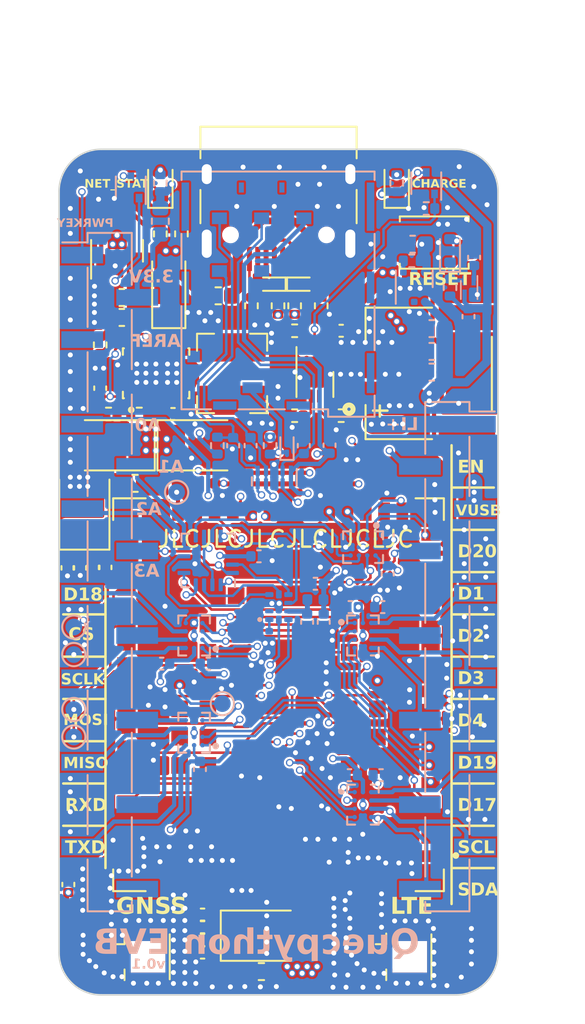
<source format=kicad_pcb>
(kicad_pcb (version 20221018) (generator pcbnew)
  (layers (0 "F.Cu" signal "TOP.Cu") (1 "In1.Cu" signal "GND.Cu") (2 "In2.Cu" signal "PWR.Cu") (31 "B.Cu" signal "BOTTOM.Cu") (34 "B.Paste" user) (35 "F.Paste" user) (36 "B.SilkS" user "B.Silkscreen") (37 "F.SilkS" user "F.Silkscreen") (38 "B.Mask" user) (39 "F.Mask" user) (44 "Edge.Cuts" user))
  (net 0 "")
  (net 1 "Net-(J4-I{slash}O)")
  (net 2 "GND")
  (net 3 "Net-(J4-CLK)")
  (net 4 "Net-(J4-RST)")
  (net 5 "Net-(J4-VCC)")
  (net 6 "Net-(U2-PS{slash}SYNC)")
  (net 7 "+3V8")
  (net 8 "+3.3V")
  (net 9 "Net-(D4-K)")
  (net 10 "Net-(U15-VDD)")
  (net 11 "/BG95/U_N")
  (net 12 "Net-(D2-K)")
  (net 13 "/BG95/U_P")
  (net 14 "VUSB")
  (net 15 "Net-(D5-K)")
  (net 16 "Net-(D6-K)")
  (net 17 "Net-(F1-Pad1)")
  (net 18 "+1V8")
  (net 19 "Net-(U1-VDD_EXT)")
  (net 20 "Net-(J1-CC1)")
  (net 21 "Net-(J1-CC2)")
  (net 22 "BATT")
  (net 23 "EN")
  (net 24 "/Interface/D20")
  (net 25 "/Interface/D1")
  (net 26 "/Interface/D2")
  (net 27 "/Interface/D3")
  (net 28 "/Interface/D4")
  (net 29 "/Interface/D19")
  (net 30 "/Interface/SCL")
  (net 31 "/Interface/SDA")
  (net 32 "PWRKEY")
  (net 33 "/Interface/AREF")
  (net 34 "/Interface/A0")
  (net 35 "/Interface/A1")
  (net 36 "/Interface/A2")
  (net 37 "/Interface/A3")
  (net 38 "/Interface/D17")
  (net 39 "/Interface/D18")
  (net 40 "/Interface/SCLK")
  (net 41 "/Interface/MOSI")
  (net 42 "/Interface/MISO")
  (net 43 "/Interface/RXD")
  (net 44 "/Interface/TXD")
  (net 45 "/Interface/NC")
  (net 46 "Net-(U2-L1_8)")
  (net 47 "Net-(U2-L2_6)")
  (net 48 "Net-(Q1-G)")
  (net 49 "/BG95/NET_STATUS")
  (net 50 "Net-(Q3-G)")
  (net 51 "Net-(U2-FB)")
  (net 52 "Net-(U13-EN)")
  (net 53 "Net-(U15-ADDR)")
  (net 54 "Net-(U14-IMIN)")
  (net 55 "Net-(U14-ISET)")
  (net 56 "Net-(U14-ENB)")
  (net 57 "Net-(U1-USB_BOOT)")
  (net 58 "Net-(U1-MAIN_RXD)")
  (net 59 "Net-(U1-MAIN_TXD)")
  (net 60 "Net-(U1-MAIN_DTR)")
  (net 61 "Net-(U1-MAIN_CTS)")
  (net 62 "Net-(U1-MAIN_RTS)")
  (net 64 "BG95_GPIO1")
  (net 65 "BG95_GPIO2")
  (net 66 "BG95_GPIO3")
  (net 67 "BG95_GPIO4")
  (net 68 "BG95_SPI2_SCLK")
  (net 69 "BG95_SPI2_CS")
  (net 71 "BG95_SPI2_MISO")
  (net 72 "BG95_SPI2_MOSI")
  (net 74 "BG95_SPI0_CS")
  (net 75 "BG95_SPI0_SCLK")
  (net 76 "BG95_SPI0_MOSI")
  (net 77 "BG95_SPI0_MISO")
  (net 80 "BG95_I2C1_SCL")
  (net 81 "BG95_I2C1_SDA")
  (net 82 "ANT_GNSS")
  (net 83 "ANT_LTE")
  (net 84 "BG95_UART2_TXD")
  (net 85 "BG95_UART2_RXD")
  (net 86 "BG95_GPIO17")
  (net 89 "BG95_GPIO18")
  (net 90 "BG95_GPIO19")
  (net 91 "BG95_GPIO20")
  (net 92 "BG95_GPIO21")
  (net 94 "Net-(U15-AIN3)")
  (net 95 "Net-(U10-B4)")
  (net 96 "Net-(U10-B3)")
  (net 97 "Net-(U15-AIN2)")
  (net 98 "Net-(U15-AIN1)")
  (net 99 "Net-(U10-B2)")
  (net 100 "Net-(U10-B1)")
  (net 101 "Net-(U15-AIN0)")
  (net 110 "/BG95/VCC_BB")
  (net 111 "/BG95/VCC_RF")
  (net 112 "Net-(D5-A)")
  (net 113 "Net-(D6-A)")
  (net 114 "Net-(AE3-A)")
  (net 115 "Net-(AE4-A)")
  (net 117 "/BG95/USB_P")
  (net 118 "/BG95/USB_N")
  (net 121 "Net-(U8-CD)")
  (net 122 "Net-(D7-K)")
  (net 128 "/Interface/CS")
  (net 129 "Net-(F4-Pad2)")
  (net 130 "Net-(J3-Pin_2)")
  (footprint "Diode_SMD:D_SOD-123" (layer "F.Cu") (at 157.226 59.182 90)
    (fp_text reference "D4" hide)
    (fp_text value "PMEG6020ER")
  )
  (footprint "Capacitor_SMD:C_0402_1005Metric" (layer "F.Cu") (at 152.654 75.918 -90)
    (fp_text reference "C7" hide)
    (fp_text value "100pF")
  )
  (footprint "Resistor_SMD:R_0402_1005Metric" (layer "F.Cu") (at 167.6 66.8)
    (fp_text reference "R13" hide)
    (fp_text value "24.3K")
  )
  (footprint "Connector_Coaxial:U.FL_Hirose_U.FL-R-SMT-1_Vertical" (layer "F.Cu") (at 171.196 99.314)
    (fp_text reference "AE4" hide)
    (fp_text value "Antenna_Shield")
  )
  (footprint "Capacitor_SMD:C_0201_0603Metric" (layer "F.Cu") (at 152.908 96.012 -90)
    (fp_text reference "C45" hide)
    (fp_text value "100pF")
  )
  (footprint "Button_Switch_SMD:SW_Push_SPST_NO_Alps_SKRK" (layer "F.Cu") (at 173.2 56.4 180)
    (fp_text reference "SW1" hide)
    (fp_text value "SW_Omron_B3FS")
  )
  (footprint "Fuse:Fuse_0603_1608Metric" (layer "F.Cu") (at 160.2 59.6 180)
    (fp_text reference "F1" hide)
    (fp_text value "500mA")
  )
  (footprint "Resistor_SMD:R_0402_1005Metric" (layer "F.Cu") (at 162.2 60.2 90)
    (fp_text reference "R4" hide)
    (fp_text value "5.1K")
  )
  (footprint "Connector_Coaxial:U.FL_Hirose_U.FL-R-SMT-1_Vertical" (layer "F.Cu") (at 155.448 99.314)
    (fp_text reference "AE3" hide)
    (fp_text value "Antenna_Shield")
  )
  (footprint "Resistor_SMD:R_0402_1005Metric" (layer "F.Cu") (at 157.988 55.88 90)
    (fp_text reference "R16" hide)
    (fp_text value "100K")
  )
  (footprint "Capacitor_SMD:C_0201_0603Metric" (layer "F.Cu") (at 168.75 96.15)
    (fp_text reference "C44" hide)
    (fp_text value "NC")
  )
  (footprint "Capacitor_SMD:C_0603_1608Metric" (layer "F.Cu") (at 154.4 59.7 180)
    (fp_text reference "C23" hide)
    (fp_text value "0.1uF")
  )
  (footprint "myfootprintlib:IC_TPS63020DSJR" (layer "F.Cu") (at 156.464 64.254 90)
    (fp_text reference "U2" hide)
    (fp_text value "TPS63020DSJR")
  )
  (footprint "Inductor_SMD:L_0603_1608Metric" (layer "F.Cu") (at 155.194 70.866 180)
    (fp_text reference "FB1" hide)
    (fp_text value "~")
  )
  (footprint "Capacitor_Tantalum_SMD:CP_EIA-3528-12_Kemet-T" (layer "F.Cu") (at 159.004 68.58)
    (fp_text reference "C17" hide)
    (fp_text value "220uF")
  )
  (footprint "Capacitor_SMD:C_0402_1005Metric" (layer "F.Cu") (at 167.6 61.7)
    (fp_text reference "C40" hide)
    (fp_text value "0.1uF")
  )
  (footprint "Capacitor_SMD:C_0201_0603Metric" (layer "F.Cu") (at 168.76 98.32)
    (fp_text reference "C47" hide)
    (fp_text value "NC")
  )
  (footprint "Capacitor_Tantalum_SMD:CP_EIA-3528-12_Kemet-T" (layer "F.Cu") (at 153.924 68.58 180)
    (fp_text reference "C16" hide)
    (fp_text value "220uF")
  )
  (footprint "Capacitor_SMD:C_0402_1005Metric" (layer "F.Cu") (at 159.258 99.06 180)
    (fp_text reference "C11" hide)
    (fp_text value "33pF")
  )
  (footprint "Resistor_SMD:R_0402_1005Metric" (layer "F.Cu") (at 166.4 60.2 90)
    (fp_text reference "R3" hide)
    (fp_text value "5.1K")
  )
  (footprint "Capacitor_Tantalum_SMD:CP_EIA-3528-12_Kemet-T" (layer "F.Cu") (at 152.146 72.39 90)
    (fp_text reference "C9" hide)
    (fp_text value "220uF")
  )
  (footprint "Capacitor_SMD:C_0402_1005Metric" (layer "F.Cu") (at 159.258 96.774 180)
    (fp_text reference "C13" hide)
    (fp_text value "0.1uF")
  )
  (footprint "Diode_SMD:D_SOD-923" (layer "F.Cu") (at 163.4 58.9 180)
    (fp_text reference "D3" hide)
    (fp_text value "ESD")
  )
  (footprint "Capacitor_SMD:C_0402_1005Metric" (layer "F.Cu") (at 159.258 98.298 180)
    (fp_text reference "C10" hide)
    (fp_text value "10pF")
  )
  (footprint "Resistor_SMD:R_0402_1005Metric" (layer "F.Cu") (at 163.8 60.2 -90)
    (fp_text reference "R1" hide)
    (fp_text value "22R")
  )
  (footprint "Resistor_SMD:R_0402_1005Metric" (layer "F.Cu") (at 164.8 61.7 180)
    (fp_text reference "R14" hide)
    (fp_text value "200K")
  )
  (footprint "Capacitor_SMD:C_0402_1005Metric" (layer "F.Cu") (at 159.258 97.536 180)
    (fp_text reference "C12" hide)
    (fp_text value "100pF")
  )
  (footprint "Package_DFN_QFN:DFN-8-1EP_3x2mm_P0.5mm_EP1.7x1.4mm" (layer "F.Cu") (at 166.02 64.179 -90)
    (fp_text reference "U14" hide)
    (fp_text value "RT9526AGQW")
  )
  (footprint "Package_TO_SOT_SMD:SOT-23" (layer "F.Cu") (at 154.112 56.896 90)
    (fp_text reference "Q1" hide)
    (fp_text value "AO3401A")
  )
  (footprint "Inductor_SMD:L_Bourns-SRN4018" (layer "F.Cu") (at 161.036 64.262 -90)
    (fp_text reference "L1" hide)
    (fp_text value "1uH")
  )
  (footprint "Capacitor_SMD:C_0201_0603Metric" (layer "F.Cu") (at 169.07 97.19 -90)
    (fp_text reference "C46" hide)
    (fp_text value "33pF")
  )
  (footprint "Resistor_SMD:R_0402_1005Metric" (layer "F.Cu") (at 164.8 66.802 180)
    (fp_text reference "R12" hide)
    (fp_text value "243K")
  )
  (footprint "Resistor_SMD:R_0402_1005Metric" (layer "F.Cu") (at 155.448 66.7)
    (fp_text reference "R5" hide)
    (fp_text value "1.2M 1%")
  )
  (footprint "Fuse:Fuse_0402_1005Metric" (layer "F.Cu") (at 159.512 70.866 180)
    (fp_text reference "F2" hide)
    (fp_text value "15mA")
  )
  (footprint "Resistor_SMD:R_0402_1005Metric" (layer "F.Cu") (at 153.6 66.7)
    (fp_text reference "R6" hide)
    (fp_text value "182K 1%")
  )
  (footprint "Capacitor_SMD:C_0402_1005Metric" (layer "F.Cu") (at 153.1 65.15 -90)
    (fp_text reference "C15" hide)
    (fp_text value "0.1uF")
  )
  (footprint "Fuse:Fuse_0402_1005Metric" (layer "F.Cu") (at 151.1808 96.7994 -90)
    (fp_text reference "F4" hide)
    (fp_text value "35mA")
  )
  (footprint "Diode_SMD:D_SOD-923" (layer "F.Cu") (at 165.2 58.9)
    (fp_text reference "D1" hide)
    (fp_text value "ESD")
  )
  (footprint "Inductor_SMD:L_0402_1005Metric" (layer "F.Cu") (at 152.4254 97.282 180)
    (fp_text reference "L3" hide)
    (fp_text value "47nH")
  )
  (footprint "Resistor_SMD:R_0402_1005Metric" (layer "F.Cu") (at 153.1 62.55 90)
    (fp_text reference "R18" hide)
    (fp_text value "100K")
  )
  (footprint "Capacitor_SMD:C_0603_1608Metric" (layer "F.Cu") (at 154.4 60.9 180)
    (fp_text reference "C22" hide)
    (fp_text value "22uF")
  )
  (footprint "Connector_USB:USB_C_Receptacle_HRO_TYPE-C-31-M-12" (layer "F.Cu") (at 163.83 53.34 180)
    (fp_text reference "J1" hide)
    (fp_text value "USB_C_Receptacle_USB2.0")
  )
  (footprint "myfootprintlib:XCVR_BG95M3LA-64-SGNS" (layer "F.Cu") (at 163.83 83.566 180)
    (fp_text reference "U1" hide)
    (fp_text value "BG95M3LA-64-SGNS")
  )
  (footprint "LED_SMD:LED_0603_1608Metric" (layer "F.Cu") (at 156.718 52.832 90)
    (fp_text reference "D5" hide)
    (fp_text value "LED")
  )
  (footprint "myfootprintlib:JST_S2B-PH-SM4-TB_LF__SN_" (layer "F.Cu") (at 169.418 64.262 90)
    (fp_text reference "J5" hide)
    (fp_text value "S2B-PH-SM4-TB_LF__SN_")
  )
  (footprint "Capacitor_SMD:C_0402_1005Metric" (layer "F.Cu") (at 151.892 75.946 -90)
    (fp_text reference "C6" hide)
    (fp_text value "33pF")
  )
  (footprint "Capacitor_SMD:C_0402_1005Metric" (layer "F.Cu") (at 153.416 75.918 -90)
    (fp_text reference "C8" hide)
    (fp_text value "0.1uF")
  )
  (footprint "Inductor_SMD:L_0603_1608Metric" (layer "F.Cu") (at 162.8 100.2 180)
    (fp_text reference "FB2" hide)
    (fp_text value "~")
  )
  (footprint "Resistor_SMD:R_0402_1005Metric" (layer "F.Cu") (at 156.718 55.88 90)
    (fp_text reference "R17" hide)
    (fp_text value "10K")
  )
  (footprint "Resistor_SMD:R_0402_1005Metric" (layer "F.Cu") (at 164.8 60.2 -90)
    (fp_text reference "R2" hide)
    (fp_text value "22R")
  )
  (footprint "Capacitor_Tantalum_SMD:CP_EIA-3528-12_Kemet-T" (layer "F.Cu") (at 162.814 98.044)
    (fp_text reference "C14" hide)
    (fp_text value "220uF")
  )
  (footprint "Capacitor_SMD:C_0402_1005Metric" (layer "F.Cu") (at 157.48 66.7 180)
    (fp_text reference "C18" hide)
    (fp_text value "0.1uF")
  )
  (footprint "LED_SMD:LED_0603_1608Metric" (layer "F.Cu") (at 170.942 52.832 90)
    (fp_text reference "D6" hide)
    (fp_text value "LED")
  )
  (footprint "Capacitor_SMD:C_0402_1005Metric" (layer "F.Cu") (at 151.1808 94.9706 90)
    (fp_text reference "C36" hide)
    (fp_text value "0.1uF")
  )
  (footprint "Capacitor_SMD:C_0402_1005Metric" (layer "F.Cu") (at 151.13 75.946 -90)
    (fp_text reference "C5" hide)
    (fp_text value "10pF")
  )
  (footprint "Fuse:Fuse_0603_1608Metric" (layer "B.Cu") (at 156.718 55.118 90)
    (fp_text reference "F3" hide)
    (fp_text value "400mA")
  )
  (footprint "Capacitor_SMD:C_0603_1608Metric" (layer "B.Cu") (at 171.9 56.5 180)
    (fp_text reference "C41" hide)
    (fp_text value "22uF")
  )
  (footprint "Capacitor_SMD:C_0402_1005Metric" (layer "B.Cu") (at 170.4 74 -90)
    (fp_text reference "C38" hide)
    (fp_text value "0.1uF")
  )
  (footprint "TestPoint:TestPoint_Pad_D1.0mm" (layer "B.Cu") (at 151.511 84.455 180)
    (fp_text reference "TP7" hide)
    (fp_text value "TestPoint")
  )
  (footprint "myfootprintlib:CM1103-QFNTA" (layer "B.Cu") (at 163.85 78.3)
    (fp_text reference "U15" hide)
    (fp_text value "CM1103")
  )
  (footprint "Resistor_SMD:R_0402_1005Metric" (layer "B.Cu") (at 174.15 59.1 90)
    (fp_text reference "R11" hide)
    (fp_text value "DNP")
  )
  (footprint "Capacitor_SMD:C_0402_1005Metric" (layer "B.Cu") (at 161.1 68.6 -90)
    (fp_text reference "C1" hide)
    (fp_text value "33pF")
  )
  (footprint "Capacitor_SMD:C_0402_1005Metric" (layer "B.Cu") (at 166.9 68.58 90)
    (fp_text reference "C4" hide)
    (fp_text value "0.1uF")
  )
  (footprint "Capacitor_SMD:C_0402_1005Metric" (layer "B.Cu") (at 168.1 88.4)
    (fp_text reference "C37" hide)
    (fp_text value "0.1uF")
  )
  (footprint "Capacitor_SMD:C_0603_1608Metric" (layer "B.Cu") (at 173.0502 62.9412 180)
    (fp_text reference "C19" hide)
    (fp_text value "0.1uF")
  )
  (footprint "Capacitor_SMD:C_0402_1005Metric" (layer "B.Cu") (at 165.35 68.6 90)
    (fp_text reference "C3" hide)
    (fp_text value "33pF")
  )
  (footprint "Capacitor_SMD:C_0402_1005Metric" (layer "B.Cu") (at 175.26 60.85 -90)
    (fp_text reference "C32" hide)
    (fp_text value "0.1uF")
  )
  (footprint "Inductor_SMD:L_0402_1005Metric" (layer "B.Cu") (at 166.05 77.85)
    (fp_text reference "FB3" hide)
    (fp_text value "FerriteBead")
  )
  (footprint "Resistor_SMD:R_0201_0603Metric" (layer "B.Cu") (at 162.95 79.75 180)
    (fp_text reference "R10" hide)
    (fp_text value "0R")
  )
  (footprint "Capacitor_SMD:C_0603_1608Metric" (layer "B.Cu") (at 173.0502 64.1858 180)
    (fp_text reference "C20" hide)
    (fp_text value "22uF")
  )
  (footprint "TestPoint:TestPoint_Pad_D1.0mm" (layer "B.Cu") (at 160.45 84.1 180)
    (fp_text reference "TP2" hide)
    (fp_text value "TestPoint")
  )
  (footprint "TestPoint:TestPoint_Pad_D1.0mm" (layer "B.Cu") (at 157.7 71.4 180)
    (fp_text reference "TP6" hide)
    (fp_text value "TestPoint")
  )
  (footprint "Capacitor_SMD:C_0402_1005Metric" (layer "B.Cu") (at 170.4 76.3 90)
    (fp_text reference "C29" hide)
    (fp_text value "0.1uF")
  )
  (footprint "Diode_SMD:D_SOD-523" (layer "B.Cu") (at 174.15 56.896 90)
    (fp_text reference "D7" hide)
    (fp_text value "B520S-30")
  )
  (footprint "kiCadPcbLib:USPN-4" (layer "B.Cu") (at 175.3 59.1)
    (fp_text reference "U8" hide)
    (fp_text value "XC6119C32A7R-G")
  )
  (footprint "myfootprintlib:BGA12N50P4X3_186X136X62N" (layer "B.Cu") (at 168.91 90.17 180)
    (fp_text reference "U3" hide)
    (fp_text value "TXS0104EYZTR")
  )
  (footprint "Capacitor_SMD:C_0402_1005Metric" (layer "B.Cu") (at 159.1 88.05 90)
    (fp_text reference "C34" hide)
    (fp_text value "0.1uF")
  )
  (footprint "Capacitor_SMD:C_0603_1608Metric" (layer "B.Cu") (at 173.0502 61.5696 180)
    (fp_text reference "C21" hide)
    (fp_text value "22uF")
  )
  (footprint "Resistor_SMD:R_0402_1005Metric" (layer "B.Cu") (at 172.72 54.356 180)
    (fp_text reference "R15" hide)
    (fp_text value "100K")
  )
  (footprint "Package_SON:WSON-6-1EP_2x2mm_P0.65mm_EP1x1.6mm" (layer "B.Cu") (at 171.996 59.078 90)
    (fp_text reference "U13" hide)
    (fp_text value "TLV75533PDRV")
  )
  (footprint "Resistor_SMD:R_0402_1005Metric" (layer "B.Cu") (at 160.15 68.6 -90)
    (fp_text reference "R8" hide)
    (fp_text value "15K")
  )
  (footprint "Resistor_SMD:R_0402_1005Metric" (layer "B.Cu") (at 163.322 68.6 90)
    (fp_text reference "R7" hide)
    (fp_text value "51K")
  )
  (footprint "Capacitor_SMD:C_0402_1005Metric" (layer "B.Cu") (at 170.1 78.3 180)
    (fp_text reference "C30" hide)
    (fp_text value "0.1uF")
  )
  (footprint "Resistor_SMD:R_0402_1005Metric" (layer "B.Cu") (at 170.942 52.834 90)
    (fp_text reference "R19" hide)
    (fp_text value "1K")
  )
  (footprint "Connector_PinHeader_2.54mm:PinHeader_1x16_P2.54mm_Vertical_SMD_Pin1Right" (layer "B.Cu") (at 153.67 76.2 180)
    (fp_text reference "J3" hide)
    (fp_text value "Feather Interface")
  )
  (footprint "Capacitor_SMD:C_0402_1005Metric" (layer "B.Cu") (at 166.55 79.2 -90)
    (fp_text reference "C25" hide)
    (fp_text value "22uF")
  )
  (footprint "Package_DFN_QFN:QFN-16-1EP_3x3mm_P0.5mm_EP1.75x1.75mm" (layer "B.Cu") (at 159.6 75.5 90)
    (fp_text reference "U7" hide)
    (fp_text value "RS2299XTQC16")
  )
  (footprint "Capacitor_SMD:C_0402_1005Metric" (layer "B.Cu") (at 168.15 78.3)
    (fp_text reference "C33" hide)
    (fp_text value "0.1uF")
  )
  (footprint "Capacitor_SMD:C_0402_1005Metric" (layer "B.Cu") (at 166.05 76.9 180)
    (fp_text reference "C26" hide)
    (fp_text value "22uF")
  )
  (footprint "myfootprintlib:BGA12N50P4X3_186X136X62N" (layer "B.Cu") (at 158.75 80.01)
    (fp_text reference "U6" hide)
    (fp_text value "TXS0104EYZTR")
  )
  (footprint "Package_DFN_QFN:Diodes_UDFN-10_1.0x2.5mm_P0.5mm" (layer "B.Cu") (at 163.576 70.5 -90)
    (fp_text reference "U12" hide)
    (fp_text value "D3V3XA4B10LP")
  )
  (footprint "Connector_PinHeader_2.54mm:PinHeader_1x12_P2.54mm_Vertical_SMD_Pin1Left" (layer "B.Cu") (at 173.99 81.28 180)
    (fp_text reference "J2" hide)
    (fp_text value "Feather Interface")
  )
  (footprint "TestPoint:TestPoint_Pad_D1.0mm" (layer "B.Cu") (at 151.511 86.106 180)
    (fp_text reference "TP8" hide)
    (fp_text value "TestPoint")
  )
  (footprint "Connector_JAE:JAE_SIM_Card_SF72S006" (layer "B.Cu") (at 162.814 57.404 180)
    (fp_text reference "J4" hide)
    (fp_text value "JAE_SIM_Card_SF72S006")
  )
  (footprint "myfootprintlib:BGA12N50P4X3_186X136X62N" (layer "B.Cu") (at 168.91 80.006 180)
    (fp_text reference "U4" hide)
    (fp_text value "TXS0104EYZTR")
  )
  (footprint "Capacitor_SMD:C_0402_1005Metric" (layer "B.Cu") (at 175.6 57.3 90)
    (fp_text reference "C28" hide)
    (fp_text value "470nF")
  )
  (footprint "Diode_SMD:D_SOD-923" (layer "B.Cu") (at 164.338 68.6 90)
    (fp_text reference "D2" hide)
    (fp_text value "ESD")
  )
  (footprint "Resistor_SMD:R_0402_1005Metric" (layer "B.Cu") (at 171.85 57.5)
    (fp_text reference "R9" hide)
    (fp_text value "100K")
  )
  (footprint "myfootprintlib:BGA12N50P4X3_186X136X62N" (layer "B.Cu") (at 158.75 85.85)
    (fp_text reference "U5" hide)
    (fp_text value "TXS0104EYZTR")
  )
  (footprint "TestPoint:TestPoint_Pad_D1.0mm" (layer "B.Cu") (at 151.511 81.153 180)
    (fp_text reference "TP5" hide)
    (fp_text value "TestPoint")
  )
  (footprint "TestPoint:TestPoint_Pad_D1.0mm" (layer "B.Cu") (at 151.511 79.502 180)
    (fp_text reference "TP4" hide)
    (fp_text value "TestPoint")
  )
  (footprint "Capacitor_SMD:C_0402_1005Metric" (layer "B.Cu") (at 162.15 68.6 -90)
    (fp_text reference "C2" hide)
    (fp_text value "33pF")
  )
  (footprint "Package_TO_SOT_SMD:SOT-523" (layer "B.Cu") (at 172.72 52.832 90)
    (fp_text reference "Q3" hide)
    (fp_text value "BSS138")
  )
  (footprint "Capacitor_SMD:C_0402_1005Metric" (layer "B.Cu") (at 159.6 81.7 180)
    (fp_text reference "C27" hide)
    (fp_text value "0.1uF")
  )
  (footprint "Capacitor_SMD:C_0402_1005Metric" (layer "B.Cu") (at 170 88.4 180)
    (fp_text reference "C31" hide)
    (fp_text value "0.1uF")
  )
  (footprint "myfootprintlib:BGA12N50P4X3_186X136X62N" (layer "B.Cu") (at 168.918 74.7 -90)
    (fp_text reference "U10" hide)
    (fp_text value "TXS0104EYZTR")
  )
  (footprint "Package_TO_SOT_SMD:SOT-523" (layer "B.Cu") (at 154.94 53.086 90)
    (fp_text reference "Q2" hide)
    (fp_text value "BSS138")
  )
  (footprint "Resistor_SMD:R_0402_1005Metric" (layer "B.Cu") (at 156.718 52.832 90)
    (fp_text reference "R20" hide)
    (fp_text value "1K")
  )
  (footprint "Capacitor_SMD:C_0402_1005Metric" (layer "B.Cu") (at 162.65 75.25 180)
    (fp_text reference "C35" hide)
    (fp_text value "0.1uF")
  )
  (footprint "Capacitor_SMD:C_0402_1005Metric" (layer "B.Cu") (at 165.55 79.2 -90)
    (fp_text reference "C24" hide)
    (fp_text value "0.1uF")
  )
  (footprint "Capacitor_SMD:C_0402_1005Metric" (layer "B.Cu") (at 156.8 81.7)
    (fp_text reference "C39" hide)
    (fp_text value "0.1uF")
  )
  (gr_line (start 174.244 81.28) (end 176.784 81.28) (stroke (width 0.15)) (layer "F.SilkS"))
  (gr_line (start 174.244 71.12) (end 176.784 71.12) (stroke (width 0.15)) (layer "F.SilkS"))
  (gr_line (start 174.244 78.74) (end 176.784 78.74) (stroke (width 0.15)) (layer "F.SilkS"))
  (gr_line (start 174.244 76.2) (end 176.784 76.2) (stroke (width 0.15)) (layer "F.SilkS"))
  (gr_line (start 174.244 68.58) (end 174.244 96.139) (stroke (width 0.15)) (layer "F.SilkS"))
  (gr_line (start 150.876 83.82) (end 153.416 83.82) (stroke (width 0.15)) (layer "F.SilkS"))
  (gr_line (start 174.244 73.66) (end 176.784 73.66) (stroke (width 0.15)) (layer "F.SilkS"))
  (gr_line (start 150.876 91.44) (end 153.416 91.44) (stroke (width 0.15)) (layer "F.SilkS"))
  (gr_line (start 174.244 93.98) (end 176.784 93.98) (stroke (width 0.15)) (layer "F.SilkS"))
  (gr_line (start 169.926 66.1924) (end 169.926 66.8528) (stroke (width 0.15)) (layer "F.SilkS"))
  (gr_line (start 150.876 78.74) (end 153.416 78.74) (stroke (width 0.15)) (layer "F.SilkS"))
  (gr_line (start 153.416 93.98) (end 153.416 77.216) (stroke (width 0.15)) (layer "F.SilkS"))
  (gr_line (start 174.244 83.82) (end 176.784 83.82) (stroke (width 0.15)) (layer "F.SilkS"))
  (gr_line (start 150.876 86.36) (end 153.416 86.36) (stroke (width 0.15)) (layer "F.SilkS"))
  (gr_line (start 150.876 88.9) (end 153.416 88.9) (stroke (width 0.15)) (layer "F.SilkS"))
  (gr_line (start 150.876 81.28) (end 153.416 81.28) (stroke (width 0.15)) (layer "F.SilkS"))
  (gr_line (start 174.244 91.44) (end 176.784 91.44) (stroke (width 0.15)) (layer "F.SilkS"))
  (gr_line (start 169.5196 66.4972) (end 170.3832 66.4972) (stroke (width 0.15)) (layer "F.SilkS"))
  (gr_line (start 174.244 86.36) (end 176.784 86.36) (stroke (width 0.15)) (layer "F.SilkS"))
  (gr_line (start 174.244 88.9) (end 176.784 88.9) (stroke (width 0.15)) (layer "F.SilkS"))
  (gr_line (start 150.622 99.06) (end 150.622 53.34) (stroke (width 0.1)) (layer "Edge.Cuts"))
  (gr_arc (start 177.038 99.06) (mid 176.294051 100.856051) (end 174.498 101.6) (stroke (width 0.1)) (layer "Edge.Cuts"))
  (gr_arc (start 153.162 101.6) (mid 151.365949 100.856051) (end 150.622 99.06) (stroke (width 0.1)) (layer "Edge.Cuts"))
  (gr_line (start 174.498 101.6) (end 153.162 101.6) (stroke (width 0.1)) (layer "Edge.Cuts"))
  (gr_arc (start 174.498 50.8) (mid 176.294051 51.543949) (end 177.038 53.34) (stroke (width 0.1)) (layer "Edge.Cuts"))
  (gr_arc (start 150.622 53.34) (mid 151.365949 51.543949) (end 153.162 50.8) (stroke (width 0.1)) (layer "Edge.Cuts"))
  (gr_line (start 177.038 53.34) (end 177.038 99.06) (stroke (width 0.1)) (layer "Edge.Cuts"))
  (gr_line (start 153.162 50.8) (end 174.498 50.8) (stroke (width 0.1)) (layer "Edge.Cuts"))
  (gr_text "A0" (at 156.75 67.85) (layer "B.SilkS") (effects (font (size 0.762 0.762) (thickness 0.1905) bold) (justify left bottom mirror)))
  (gr_text "A1" (at 158.1404 70.358) (layer "B.SilkS") (effects (font (size 0.762 0.762) (thickness 0.1905) bold) (justify left bottom mirror)))
  (gr_text "LI+\n" (at 172.25 67.8) (layer "B.SilkS") (effects (font (size 0.762 0.762) (thickness 0.1905) bold) (justify left bottom mirror)))
  (gr_text "Quecpython EVB" (at 172.3136 99.3902) (layer "B.SilkS") (effects (font (size 1.5 1.5) (thickness 0.2) bold) (justify left bottom mirror)))
  (gr_text "A3" (at 156.6672 76.6064) (layer "B.SilkS") (effects (font (size 0.762 0.762) (thickness 0.1905) bold) (justify left bottom mirror)))
  (gr_text "PWRKEY\n" (at 153.8986 55.5498) (layer "B.SilkS") (effects (font (size 0.508 0.508) (thickness 0.127) bold) (justify left bottom mirror)))
  (gr_text "AREF" (at 157.95 62.8) (layer "B.SilkS") (effects (font (size 0.762 0.762) (thickness 0.1905) bold) (justify left bottom mirror)))
  (gr_text "3.3V\n" (at 157.5308 58.928) (layer "B.SilkS") (effects (font (size 0.762 0.762) (thickness 0.1905) bold) (justify left bottom mirror)))
  (gr_text "A2" (at 156.8 72.9) (layer "B.SilkS") (effects (font (size 0.762 0.762) (thickness 0.1905) bold) (justify left bottom mirror)))
  (gr_text "v0.1" (at 157.0228 100.1268) (layer "B.SilkS") (effects (font (size 0.6 0.6) (thickness 0.12) bold) (justify left bottom mirror)))
  (gr_text "D1" (at 174.5996 77.978) (layer "F.SilkS") (effects (font (size 0.762 0.762) (thickness 0.1016) bold) (justify left bottom)))
  (gr_text "CHARGE\n" (at 171.8564 53.1876) (layer "F.SilkS") (effects (font (size 0.508 0.508) (thickness 0.127) bold) (justify left bottom)))
  (gr_text "NET_STAT" (at 152.146 53.1876) (layer "F.SilkS") (effects (font (size 0.508 0.508) (thickness 0.127) bold) (justify left bottom)))
  (gr_text "VUSB" (at 174.498 72.898) (layer "F.SilkS") (effects (font (size 0.635 0.635) (thickness 0.1016) bold) (justify left bottom)))
  (gr_text "RXD\n" (at 150.9776 90.678) (layer "F.SilkS") (effects (font (size 0.762 0.762) (thickness 0.1524) bold) (justify left bottom)))
  (gr_text "MOSI" (at 150.876 85.4964) (layer "F.SilkS") (effects (font (size 0.6604 0.6604) (thickness 0.1524) bold) (justify left bottom)))
  (gr_text "D2" (at 174.5996 80.518) (layer "F.SilkS") (effects (font (size 0.762 0.762) (thickness 0.1016) bold) (justify left bottom)))
  (gr_text "D20" (at 174.5996 75.438) (layer "F.SilkS") (effects (font (size 0.762 0.762) (thickness 0.1016) bold) (justify left bottom)))
  (gr_text "D3" (at 174.5996 83.058) (layer "F.SilkS") (effects (font (size 0.762 0.762) (thickness 0.1016) bold) (justify left bottom)))
  (gr_text "RESET" (at 171.6532 59.0804) (layer "F.SilkS") (effects (font (size 0.762 0.762) (thickness 0.1905) bold) (justify left bottom)))
  (gr_text "SDA" (at 174.5996 95.758) (layer "F.SilkS") (effects (font (size 0.762 0.762) (thickness 0.1016) bold) (justify left bottom)))
  (gr_text "EN" (at 174.5996 70.358) (layer "F.SilkS") (effects (font (size 0.762 0.762) (thickness 0.1016) bold) (justify left bottom)))
  (gr_text "MISO\n" (at 150.876 88.0872) (layer "F.SilkS") (effects (font (size 0.6604 0.6604) (thickness 0.1524) bold) (justify left bottom)))
  (gr_text "JLCJLCJLCJLCLJCLJC" (at 156.45 74.8) (layer "F.SilkS") (effects (font (size 1 1)) (justify left bottom)))
  (gr_text "LTE\n" (at 170.561 96.901) (layer "F.SilkS") (effects (font (size 1 1) (thickness 0.2) bold) (justify left bottom)))
  (gr_text "CS" (at 151.1808 80.4164) (layer "F.SilkS") (effects (font (size 0.762 0.762) (thickness 0.1524) bold) (justify left bottom)))
  (gr_text "GNSS\n" (at 154.051 96.901) (layer "F.SilkS") (effects (font (size 1 1) (thickness 0.2) bold) (justify left bottom)))
  (gr_text "SCLK" (at 150.7236 83.058) (layer "F.SilkS") (effects (font (size 0.6604 0.6604) (thickness 0.1524) bold) (justify left bottom)))
  (gr_text "D17\n" (at 174.5996 90.678) (layer "F.SilkS") (effects (font (size 0.762 0.762) (thickness 0.1016) bold) (justify left bottom)))
  (gr_text "D4" (at 174.5996 85.598) (layer "F.SilkS") (effects (font (size 0.762 0.762) (thickness 0.1016) bold) (justify left bottom)))
  (gr_text "D18" (at 150.876 78.0288) (layer "F.SilkS") (effects (font (size 0.762 0.762) (thickness 0.1524) bold) (justify left bottom)))
  (gr_text "TXD" (at 150.9776 93.218) (layer "F.SilkS") (effects (font (size 0.762 0.762) (thickness 0.1524) bold) (justify left bottom)))
  (gr_text "SCL\n" (at 174.5996 93.218) (layer "F.SilkS") (effects (font (size 0.762 0.762) (thickness 0.1016) bold) (justify left bottom)))
  (gr_text "D19\n" (at 174.5996 88.138) (layer "F.SilkS") (effects (font (size 0.762 0.762) (thickness 0.1016) bold) (justify left bottom)))
  (segment (start 162.9436 86.4) (end 160.4412 88.9024) (width 0.1524) (layer "F.Cu") (net 1))
  (segment (start 154.7164 88.9024) (end 154.68 88.866) (width 0.1524) (layer "F.Cu") (net 1))
  (segment (start 160.4412 88.9024) (end 154.7164 88.9024) (width 0.1524) (layer "F.Cu") (net 1))
  (segment (start 163.7493 86.4) (end 162.9436 86.4) (width 0.1524) (layer "F.Cu") (net 1))
  (via (at 162.807627 71.562487) (size 0.45) (drill 0.3) (layers "F.Cu" "B.Cu") (net 1))
  (via (at 163.7493 86.4) (size 0.45) (drill 0.3) (layers "F.Cu" "B.Cu") (net 1))
  (segment (start 161.1 67.45) (end 161.1 68.12) (width 0.1524) (layer "B.Cu") (net 1))
  (segment (start 160.96 67.31) (end 161.1 67.45) (width 0.1524) (layer "B.Cu") (net 1))
  (segment (start 160.274 58.114) (end 160.6836 58.5236) (width 0.1524) (layer "B.Cu") (net 1))
  (segment (start 162.56 70.59) (end 162.576 70.574) (width 0.1524) (layer "B.Cu") (net 1))
  (segment (start 161.12 68.12) (end 160.8 68.12) (width 0.1524) (layer "B.Cu") (net 1))
  (segment (start 161.885658 69.785658) (end 161.6138 69.5138) (width 0.1524) (layer "B.Cu") (net 1))
  (segment (start 161.1 68.12) (end 160.2 68.12) (width 0.1524) (layer "B.Cu") (net 1))
  (segment (start 159.004 66.591924) (end 159.722076 67.31) (width 0.1524) (layer "B.Cu") (net 1))
  (segment (start 162.385658 69.785658) (end 161.885658 69.785658) (width 0.1524) (layer "B.Cu") (net 1))
  (segment (start 162.576 69.976) (end 162.385658 69.785658) (width 0.1524) (layer "B.Cu") (net 1))
  (segment (start 162.576 71.33086) (end 162.576 70.1125) (width 0.1524) (layer "B.Cu") (net 1))
  (segment (start 160.6836 58.5236) (end 160.6836 63.0904) (width 0.1524) (layer "B.Cu") (net 1))
  (segment (start 162.576 70.574) (end 162.56 70.558) (width 0.1524) (layer "B.Cu") (net 1))
  (segment (start 160.2 68.12) (end 160.15 68.07) (width 0.1524) (layer "B.Cu") (net 1))
  (segment (start 161.6138 69.5138) (end 161.6138 68.6138) (width 0.1524) (layer "B.Cu") (net 1))
  (segment (start 161.6138 68.6138) (end 161.12 68.12) (width 0.1524) (layer "B.Cu") (net 1))
  (segment (start 160.6836 63.0904) (end 159.004 64.77) (width 0.1524) (layer "B.Cu") (net 1))
  (segment (start 159.004 64.77) (end 159.004 66.591924) (width 0.1524) (layer "B.Cu") (net 1))
  (segment (start 159.722076 67.31) (end 160.96 67.31) (width 0.1524) (layer "B.Cu") (net 1))
  (segment (start 162.576 70.1125) (end 162.576 69.976) (width 0.1524) (layer "B.Cu") (net 1))
  (segment (start 162.807627 71.562487) (end 162.576 71.33086) (width 0.1524) (layer "B.Cu") (net 1))
  (segment (start 162.56 70.558) (end 162.56 70.104) (width 0.1524) (layer "B.Cu") (net 1))
  (segment (start 164.29 63.79) (end 164.29 63.55) (width 0.25) (layer "F.Cu") (net 2))
  (segment (start 156 78.3) (end 156.95 78.3) (width 0.12) (layer "F.Cu") (net 2))
  (segment (start 158.8 76.5) (end 159.15 76.85) (width 0.3) (layer "F.Cu") (net 2))
  (segment (start 158.75 79.25) (end 157.946 79.25) (width 0.12) (layer "F.Cu") (net 2))
  (segment (start 158.6 66.7) (end 159.6 67.7) (width 0.152) (layer "F.Cu") (net 2))
  (segment (start 153.388 76.426) (end 151.13 76.426) (width 0.25) (layer "F.Cu") (net 2))
  (segment (start 167.3 67.65) (end 167.3 67.61) (width 0.25) (layer "F.Cu") (net 2))
  (segment (start 172.975 95.375) (end 172.975 97.839) (width 0.12) (layer "F.Cu") (net 2))
  (segment (start 155.464 65.654) (end 155.464 64.918) (width 0.152) (layer "F.Cu") (net 2))
  (segment (start 171.28 94.566) (end 170.18 94.566) (width 0.12) (layer "F.Cu") (net 2))
  (segment (start 165.62 58.9) (end 165.62 60.42) (width 0.152) (layer "F.Cu") (net 2))
  (segment (start 153.09 66.7) (end 153.09 67.8765) (width 0.152) (layer "F.Cu") (net 2))
  (segment (start 162.79 60.71) (end 162.2 60.71) (width 0.152) (layer "F.Cu") (net 2))
  (segment (start 165.91 60.71) (end 166.4 60.71) (width 0.152) (layer "F.Cu") (net 2))
  (segment (start 156.464 64.254) (end 154.8 64.254) (width 0.152) (layer "F.Cu") (net 2))
  (segment (start 156 73.246) (end 156 75.55) (width 0.12) (layer "F.Cu") (net 2))
  (segment (start 168.9 89.35) (end 168.1 88.55) (width 0.12) (layer "F.Cu") (net 2))
  (segment (start 158.8 75.7) (end 158.8 76.5) (width 0.3) (layer "F.Cu") (net 2))
  (segment (start 160.923292 76.272708) (end 161.28 75.916) (width 0.3) (layer "F.Cu") (net 2))
  (segment (start 168.6 61.7) (end 168.65 61.75) (width 0.25) (layer "F.Cu") (net 2))
  (segment (start 166.375 73.875) (end 166.25 73.75) (width 0.25) (layer "F.Cu") (net 2))
  (segment (start 164.29 65.6) (end 164.29 66.802) (width 0.25) (layer "F.Cu") (net 2))
  (segment (start 157.96 66.7) (end 158.6 66.7) (width 0.152) (layer "F.Cu") (net 2))
  (segment (start 172.5855 54.9305) (end 171.128 56.388) (width 0.152) (layer "F.Cu") (net 2))
  (segment (start 155.114 92.6) (end 156.4 92.6) (width 0.12) (layer "F.Cu") (net 2))
  (segment (start 172.98 91.066) (end 171.834 91.066) (width 0.12) (layer "F.Cu") (net 2))
  (segment (start 167.3 67.61) (end 168.11 66.8) (width 0.25) (layer "F.Cu") (net 2))
  (segment (start 156.15 75.7) (end 158.8 75.7) (width 0.12) (layer "F.Cu") (net 2))
  (segment (start 163.398 66.802) (end 162.15 68.05) (width 0.152) (layer "F.Cu") (net 2))
  (segment (start 153.625 59.7) (end 153.625 60.9) (width 0.152) (layer "F.Cu") (net 2))
  (segment (start 152.3865 64.4) (end 152.3865 66.7) (width 0.152) (layer "F.Cu") (net 2))
  (segment (start 166.89 60.71) (end 166.4 60.71) (width 0.152) (layer "F.Cu") (net 2))
  (segment (start 168.08 61.7) (end 168.6 61.7) (width 0.25) (layer "F.Cu") (net 2))
  (segment (start 162.98 58.9) (end 162.98 60.52) (width 0.152) (layer "F.Cu") (net 2))
  (segment (start 169.78 79.316) (end 169.78 81.2575) (width 0.254) (layer "F.Cu") (net 2))
  (segment (start 154.68 91.066) (end 154.68 92.166) (width 0.12) (layer "F.Cu") (net 2))
  (segment (start 155.464 65.654) (end 155.464 65.254) (width 0.152) (layer "F.Cu") (net 2))
  (segment (start 157 54.35) (end 157.988 55.338) (width 0.12) (layer "F.Cu") (net 2))
  (segment (start 167.15 67.5) (end 167.3 67.65) (width 0.25) (layer "F.Cu") (net 2))
  (segment (start 155.464 65.254) (end 156.464 64.254) (width 0.152) (layer "F.Cu") (net 2))
  (segment (start 153.1 60.9) (end 152.3 61.7) (width 0.152) (layer "F.Cu") (net 2))
  (segment (start 170.9495 91.9505) (end 168.9 91.9505) (width 0.12) (layer "F.Cu") (net 2))
  (segment (start 164.29 63.55) (end 164.29 65.6) (width 0.25) (layer "F.Cu") (net 2))
  (segment (start 156.68 92.32) (end 156.68 94.566) (width 0.12) (layer "F.Cu") (net 2))
  (segment (start 164.65 67.5) (end 167.15 67.5) (width 0.25) (layer "F.Cu") (net 2))
  (segment (start 159.6 67.7) (end 159.6615 67.7) (width 0.152) (layer "F.Cu") (net 2))
  (segment (start 171.1 77.15) (end 171.1 77.996) (width 0.254) (layer "F.Cu") (net 2))
  (segment (start 164.319 65.629) (end 164.29 65.6) (width 0.25) (layer "F.Cu") (net 2))
  (segment (start 171.28 94.566) (end 172.316 94.566) (width 0.12) (layer "F.Cu") (net 2))
  (segment (start 153.09 66.7) (end 152.3865 66.7) (width 0.152) (layer "F.Cu") (net 2))
  (segment (start 167.08 57.385) (end 167.235 57.385) (width 0.12) (layer "F.Cu") (net 2))
  (segment (start 164.65 67.162) (end 164.29 66.802) (width 0.25) (layer "F.Cu") (net 2))
  (segment (start 153.198 64.254) (end 153.162 64.29) (width 0.152) (layer "F.Cu") (net 2))
  (segment (start 167.98 92.8705) (end 168.9 91.9505) (width 0.12) (layer "F.Cu") (net 2))
  (segment (start 159.51 52.29) (end 159.51 56.47) (width 0.12) (layer "F.Cu") (net 2))
  (segment (start 156 78.55) (end 156 78.3) (width 0.12) (layer "F.Cu") (net 2))
  (segment (start 170.4 73.5) (end 168.3 73.5) (width 0.3) (layer "F.Cu") (net 2))
  (segment (start 167.98 94.566) (end 167.98 92.8705) (width 0.12) (layer "F.Cu") (net 2))
  (segment (start 159.6615 67.7) (end 160.5415 68.58) (width 0.152) (layer "F.Cu") (net 2))
  (segment (start 159.51 52.29) (end 168.15 52.29) (width 0.12) (layer "F.Cu") (net 2))
  (segment (start 159.15 76.85) (end 159.23 76.85) (width 0.3) (layer "F.Cu") (net 2))
  (segment (start 157.88 79.316) (end 157.88 81.016) (width 0.12) (layer "F.Cu") (net 2))
  (segment (start 162.98 89.516) (end 162.98 91.216) (width 0.12) (layer "F.Cu") (net 2))
  (segment (start 162.98 89.516) (end 166.38 89.516) (width 0.12) (layer "F.Cu") (net 2))
  (segment (start 153.1 64.29) (end 152.4965 64.29) (width 0.152) (layer "F.Cu") (net 2))
  (segment (start 160.2595 68.298) (end 160.5415 68.58) (width 0.254) (layer "F.Cu") (net 2))
  (segment (start 157.96 66.7) (end 158.560211 66.7) (width 0.152) (layer "F.Cu") (net 2))
  (segment (start 162.18 94.566) (end 161.08 94.566) (width 0.12) (layer "F.Cu") (net 2))
  (segment (start 153.09 67.8765) (end 152.3865 68.58) (width 0.152) (layer "F.Cu") (net 2))
  (segment (start 163.5 61.7) (end 164.29 61.7) (width 0.25) (layer "F.Cu") (net 2))
  (segment (start 152.3 61.7) (end 152.3865 61.7865) (width 0.152) (layer "F.Cu") (net 2))
  (segment (start 156.95 78.3) (end 157 78.25) (width 0.12) (layer "F.Cu") (net 2))
  (segment (start 162.51 60.71) (end 162.2 60.71) (width 0.152) (layer "F.Cu") (net 2))
  (segment (start 162.98 60.52) (end 162.79 60.71) (width 0.152) (layer "F.Cu") (net 2))
  (segment (start 172.5855 54.3) (end 172.5855 54.9305) (width 0.152) (layer "F.Cu") (net 2))
  (segment (start 154.55 54.35) (end 157 54.35) (width 0.12) (layer "F.Cu") (net 2))
  (segment (start 164.25 72.9) (end 164.25 71.55) (width 0.25) (layer "F.Cu") (net 2))
  (segment (start 168.15 52.29) (end 168.15 56.47) (width 0.12) (layer "F.Cu") (net 2))
  (segment (start 161.08 94.566) (end 161.08 91.416) (width 0.12) (layer "F.Cu") (net 2))
  (segment (start 156.4 92.6) (end 156.68 92.32) (width 0.12) (layer "F.Cu") (net 2))
  (segment (start 167.034 77.616) (end 167.25 77.4) (width 0.25) (layer "F.Cu") (net 2))
  (segment (start 167.8755 74.7) (end 167.2 74.7) (width 0.25) (layer "F.Cu") (net 2))
  (segment (start 161.08 91.416) (end 161.28 91.216) (width 0.12) (layer "F.Cu") (net 2))
  (segment (start 166.02 64.179) (end 164.679 64.179) (width 0.25) (layer "F.Cu") (net 2))
  (segment (start 156.766 79.316) (end 156 78.55) (width 0.12) (layer "F.Cu") (net 2))
  (segment (start 168.1655 91.216) (end 166.38 91.216) (width 0.152) (layer "F.Cu") (net 2))
  (segment (start 168.15 56.47) (end 171.046 56.47) (width 0.12) (layer "F.Cu") (net 2))
  (segment (start 159.296564 68.298) (end 160.2595 68.298) (width 0.254) (layer "F.Cu") (net 2))
  (segment (start 152.3865 61.7865) (end 152.3865 64.4) (width 0.152) (layer "F.Cu") (net 2))
  (segment (start 161.28 91.216) (end 166.38 91.216) (width 0.12) (layer "F.Cu") (net 2))
  (segment (start 163.15 61.35) (end 162.51 60.71) (width 0.152) (layer "F.Cu") (net 2))
  (segment (start 164.679 64.179) (end 164.29 63.79) (width 0.25) (layer "F.Cu") (net 2))
  (segment (start 167.8755 73.9245) (end 167.8755 74.7) (width 0.3) (layer "F.Cu") (net 2))
  (segment (start 172.316 94.566) (end 173.05 95.3) (width 0.12) (layer "F.Cu") (net 2))
  (segment (start 152.3865 70.612) (end 152.146 70.8525) (width 0.152) (layer "F.Cu") (net 2))
  (segment (start 167.235 57.385) (end 168.15 56.47) (width 0.12) (layer "F.Cu") (net 2))
  (segment (start 163.15 61.35) (end 163.5 61.7) (width 0.25) (layer "F.Cu") (net 2))
  (segment (start 154.68 92.166) (end 155.114 92.6) (width 0.12) (layer "F.Cu") (net 2))
  (segment (start 166.38 89.516) (end 166.38 89.12) (width 0.12) (layer "F.Cu") (net 2))
  (segment (start 166.38 77.616) (end 167.034 77.616) (width 0.25) (layer "F.Cu") (net 2))
  (segment (start 158.560211 66.7) (end 158.568609 66.708398) (width 0.152) (layer "F.Cu") (net 2))
  (segment (start 156 75.55) (end 156.15 75.7) (width 0.12) (layer "F.Cu") (net 2))
  (segment (start 158.6 68.994564) (end 159.296564 68.298) (width 0.254) (layer "F.Cu") (net 2))
  (segment (start 171.834 91.066) (end 170.9495 91.9505) (width 0.12) (layer "F.Cu") (net 2))
  (segment (start 159.807292 76.272708) (end 160.923292 76.272708) (width 0.3) (layer "F.Cu") (net 2))
  (segment (start 159.23 76.85) (end 159.807292 76.272708) (width 0.3) (layer "F.Cu") (net 2))
  (segment (start 169.418 63.038) (end 168.08 61.7) (width 0.25) (layer "F.Cu") (net 2))
  (segment (start 160.58 57.385) (end 160.425 57.385) (width 0.12) (layer "F.Cu") (net 2))
  (segment (start 171.1 77.996) (end 169.78 79.316) (width 0.254) (layer "F.Cu") (net 2))
  (segment (start 152.3865 66.7) (end 152.3865 68.58) (width 0.152) (layer "F.Cu") (net 2))
  (segment (start 160.425 57.385) (end 159.51 56.47) (width 0.12) (layer "F.Cu") (net 2))
  (segment (start 171.15 88.55) (end 170.35 89.35) (width 0.12) (layer "F.Cu") (net 2))
  (segment (start 170.35 89.35) (end 168.9 89.35) (width 0.12) (layer "F.Cu") (net 2))
  (segment (start 168.3 73.5) (end 167.8755 73.9245) (width 0.3) (layer "F.Cu") (net 2))
  (segment (start 165.27 65.629) (end 164.319 65.629) (width 0.25) (layer "F.Cu") (net 2))
  (segment (start 161.28 75.916) (end 166.38 75.916) (width 0.25) (layer "F.Cu") (net 2))
  (segment (start 155.464 64.918) (end 154.8 64.254) (width 0.152) (layer "F.Cu") (net 2))
  (segment (start 156 78.3) (end 156 75.55) (width 0.12) (layer "F.Cu") (net 2))
  (segment (start 166.38 89.516) (end 166.38 91.216) (width 0.12) (layer "F.Cu") (net 2))
  (segment (start 164.29 66.802) (end 163.398 66.802) (width 0.152) (layer "F.Cu") (net 2))
  (segment (start 166.38 77.616) (end 162.98 77.616) (width 0.25) (layer "F.Cu") (net 2))
  (segment (start 165.1 73.75) (end 164.25 72.9) (width 0.25) (layer "F.Cu") (net 2))
  (segment (start 152.4965 64.29) (end 152.3865 64.4) (width 0.152) (layer "F.Cu") (net 2))
  (segment (start 164.65 67.5) (end 164.65 67.162) (width 0.25) (layer "F.Cu") (net 2))
  (segment (start 157.88 79.13) (end 157 78.25) (width 0.12) (layer "F.Cu") (net 2))
  (segment (start 168.9 91.9505) (end 168.1655 91.216) (width 0.152) (layer "F.Cu") (net 2))
  (segment (start 164.29 63.55) (end 164.29 61.7) (width 0.25) (layer "F.Cu") (net 2))
  (segment (start 165.62 60.42) (end 165.91 60.71) (width 0.152) (layer "F.Cu") (net 2))
  (segment (start 157.988 55.338) (end 157.988 55.37) (width 0.12) (layer "F.Cu") (net 2))
  (segment (start 167.2 74.7) (end 166.375 73.875) (width 0.25) (layer "F.Cu") (net 2))
  (segment (start 162.15 68.05) (end 162.15 69.334958) (width 0.152) (layer "F.Cu") (net 2))
  (segment (start 154.8 64.254) (end 153.198 64.254) (width 0.152) (layer "F.Cu") (net 2))
  (segment (start 156.68 72.566) (end 156 73.246) (width 0.12) (layer "F.Cu") (net 2))
  (segment (start 173.05 95.3) (end 172.975 95.375) (width 0.12) (layer "F.Cu") (net 2))
  (segment (start 157.88 79.316) (end 157.88 79.13) (width 0.12) (layer "F.Cu") (net 2))
  (segment (start 157.988 55.37) (end 158.41 55.37) (width 0.12) (layer "F.Cu") (net 2))
  (segment (start 168.1 88.55) (end 166.95 88.55) (width 0.12) (layer "F.Cu") (net 2))
  (segment (start 166.25 73.75) (end 165.1 73.75) (width 0.25) (layer "F.Cu") (net 2))
  (segment (start 157.88 79.316) (end 156.766 79.316) (width 0.12) (layer "F.Cu") (net 2))
  (segment (start 158.6 69.35) (end 158.6 68.994564) (width 0.254) (layer "F.Cu") (net 2))
  (segment (start 166.38 89.12) (end 166.95 88.55) (width 0.12) (layer "F.Cu") (net 2))
  (segment (start 171.046 56.47) (end 171.128 56.388) (width 0.12) (layer "F.Cu") (net 2))
  (segment (start 169.418 63.262) (end 169.418 63.038) (width 0.25) (layer "F.Cu") (net 2))
  (segment (start 153.416 76.398) (end 153.388 76.426) (width 0.25) (layer "F.Cu") (net 2))
  (segment (start 152.3865 68.58) (end 152.3865 70.612) (width 0.152) (layer "F.Cu") (net 2))
  (segment (start 153.625 60.9) (end 153.1 60.9) (width 0.152) (layer "F.Cu") (net 2))
  (segment (start 157.946 79.25) (end 157.88 79.316) (width 0.12) (layer "F.Cu") (net 2))
  (segment (start 153.9479 53.7479) (end 154.55 54.35) (width 0.12) (layer "F.Cu") (net 2))
  (segment (start 158.41 55.37) (end 159.51 56.47) (width 0.12) (layer "F.Cu") (net 2))
  (via (at 152.0444 94.0308) (size 0.45) (drill 0.3) (layers "F.Cu" "B.Cu") (net 2))
  (via (at 175 73.66) (size 0.45) (drill 0.3) (layers "F.Cu" "B.Cu") (net 2))
  (via (at 154.2288 94.1578) (size 0.45) (drill 0.3) (layers "F.Cu" "B.Cu") (net 2))
  (via (at 167.4368 54.229) (size 0.45) (drill 0.3) (layers "F.Cu" "B.Cu") (net 2))
  (via (at 168.2242 99.2124) (size 0.45) (drill 0.3) (layers "F.Cu" "B.Cu") (net 2))
  (via (at 152.0444 96.52) (size 0.45) (drill 0.3) (layers "F.Cu" "B.Cu") (net 2))
  (via (at 167.85 76.2) (size 0.45) (drill 0.3) (layers "F.Cu" "B.Cu") (net 2))
  (via (at 152.8 63.95) (size 0.45) (drill 0.3) (layers "F.Cu" "B.Cu") (net 2))
  (via (at 167.1574 99.0854) (size 0.45) (drill 0.3) (layers "F.Cu" "B.Cu") (net 2))
  (via (at 157.7 64.25) (size 0.45) (drill 0.3) (layers "F.Cu" "B.Cu") (net 2))
  (via (at 167.2 92.25) (size 0.45) (drill 0.3) (layers "F.Cu" "B.Cu") (net 2))
  (via (at 158.5468 93.5228) (size 0.45) (drill 0.3) (layers "F.Cu" "B.Cu") (net 2))
  (via (at 157.5054 98.9838) (size 0.45) (drill 0.3) (layers "F.Cu" "B.Cu") (net 2))
  (via (at 152.0698 66.3702) (size 0.45) (drill 0.3) (layers "F.Cu" "B.Cu") (net 2))
  (via (at 162.7 88.55) (size 0.45) (drill 0.3) (layers "F.Cu" "B.Cu") (net 2))
  (via (at 155.7274 93.8784) (size 0.45) (drill 0.3) (layers "F.Cu" "B.Cu") (net 2))
  (via (at 170.0276 96.774) (size 0.45) (drill 0.3) (layers "F.Cu" "B.Cu") (net 2))
  (via (at 157.5054 100.9142) (size 0.45) (drill 0.3) (layers "F.Cu" "B.Cu") (net 2))
  (via (at 159.8168 93.5228) (size 0.45) (drill 0.3) (layers "F.Cu" "B.Cu") (net 2))
  (via (at 168.6 69.45) (size 0.45) (drill 0.3) (layers "F.Cu" "B.Cu") (net 2))
  (via (at 157 83.26) (size 0.45) (drill 0.3) (layers "F.Cu" "B.Cu") (net 2))
  (via (at 153.7716 94.4372) (size 0.45) (drill 0.3) (layers "F.Cu" "B.Cu") (net 2))
  (via (at 161 83) (size 0.45) (drill 0.3) (layers "F.Cu" "B.Cu") (net 2))
  (via (at 160.45 71.6) (size 0.45) (drill 0.3) (layers "F.Cu" "B.Cu") (net 2))
  (via (at 157.5 96.4) (size 0.45) (drill 0.3) (layers "F.Cu" "B.Cu") (net 2))
  (via (at 158.1912 100.9142) (size 0.45) (drill 0.3) (layers "F.Cu" "B.Cu") (net 2))
  (via (at 164.82 64.179) (size 0.45) (drill 0.3) (layers "F.Cu" "B.Cu") (net 2))
  (via (at 169.78 81.2575) (size 0.45) (drill 0.3) (layers "F.Cu" "B.Cu") (net 2))
  (via (at 158.35 60.6) (size 0.45) (drill 0.3) (layers "F.Cu" "B.Cu") (net 2))
  (via (at 165 52.9) (size 0.45) (drill 0.3) (layers "F.Cu" "B.Cu") (net 2))
  (via (at 158.55 92.7) (size 0.45) (drill 0.3) (layers "F.Cu" "B.Cu") (net 2))
  (via (at 167.8755 74.7) (size 0.45) (drill 0.3) (layers "F.Cu" "B.Cu") (net 2))
  (via (at 175.4378 99.0092) (size 0.45) (drill 0.3) (layers "F.Cu" "B.Cu") (net 2))
  (via (at 153.7716 98.0186) (size 0.45) (drill 0.3) (layers "F.Cu" "B.Cu") (net 2))
  (via (at 172.4 100.9) (size 0.45) (drill 0.3) (layers "F.Cu" "B.Cu") (net 2))
  (via (at 173.9646 101.0412) (size 0.45) (drill 0.3) (layers "F.Cu" "B.Cu") (net 2))
  (via (at 153.8732 92.3036) (size 0.45) (drill 0.3) (layers "F.Cu" "B.Cu") (net 2))
  (via (at 157.15 63.7) (size 0.45) (drill 0.3) (layers "F.Cu" "B.Cu") (net 2))
  (via (at 161.6 88.45) (size 0.45) (drill 0.3) (layers "F.Cu" "B.Cu") (net 2))
  (via (at 163.8 65.75) (size 0.45) (drill 0.3) (layers "F.Cu" "B.Cu") (net 2))
  (via (at 156.6 100.9) (size 0.45) (drill 0.3) (layers "F.Cu" "B.Cu") (net 2))
  (via (at 167.894 98.171) (size 0.45) (drill 0.3) (layers "F.Cu" "B.Cu") (net 2))
  (via (at 166.1668 54.229) (size 0.45) (drill 0.3) (layers "F.Cu" "B.Cu") (net 2))
  (via (at 154.432 98.0186) (size 0.45) (drill 0.3) (layers "F.Cu" "B.Cu") (net 2))
  (via (at 167.8432 96.4692) (size 0.45) (drill 0.3) (layers "F.Cu" "B.Cu") (net 2))
  (via (at 170.2816 93.6752) (size 0.45) (drill 0.3) (layers "F.Cu" "B.Cu") (net 2))
  (via (at 157.5054 97.7392) (size 0.45) (drill 0.3) (layers "F.Cu" "B.Cu") (net 2))
  (via (at 169.5704 100.3046) (size 0.45) (drill 0.3) (layers "F.Cu" "B.Cu") (net 2))
  (via (at 163.561896 69.732685) (size 0.45) (drill 0.3) (layers "F.Cu" "B.Cu") (net 2))
  (via (at 168.9 91.9505) (size 0.45) (drill 0.3) (layers "F.Cu" "B.Cu") (net 2))
  (via (at 167.6 62.4) (size 0.45) (drill 0.3) (layers "F.Cu" "B.Cu") (net 2))
  (via (at 170.55 59.35) (size 0.45) (drill 0.3) (layers "F.Cu" "B.Cu") (net 2))
  (via (at 167.2082 100.4062) (size 0.45) (drill 0.3) (layers "F.Cu" "B.Cu") (net 2))
  (via (at 172.085 97.155) (size 0.45) (drill 0.3) (layers "F.Cu" "B.Cu") (net 2))
  (via (at 168.9862 100.1014) (size 0.45) (drill 0.3) (layers "F.Cu" "B.Cu") (net 2))
  (via (at 153 53.8) (size 0.45) (drill 0.3) (layers "F.Cu" "B.Cu") (net 2))
  (via (at 158.8 67.3) (size 0.45) (drill 0.3) (layers "F.Cu" "B.Cu") (net 2))
  (via (at 169.8244 101.1428) (size 0.45) (drill 0.3) (layers "F.Cu" "B.Cu") (net 2))
  (via (at 166.7 81.65) (size 0.45) (drill 0.3) (layers "F.Cu" "B.Cu") (net 2))
  (via (at 152.146 80.5688) (size 0.45) (drill 0.3) (layers "F.Cu" "B.Cu") (net 2))
  (via (at 171.069 64.3128) (size 0.45) (drill 0.3) (layers "F.Cu" "B.Cu") (net 2))
  (via (at 155.1 100.9) (size 0.45) (drill 0.3) (layers "F.Cu" "B.Cu") (net 2))
  (via (at 155.3 64.25) (size 0.45) (drill 0.3) (layers "F.Cu" "B.Cu") (net 2))
  (via (at 168.1226 95.4786) (size 0.45) (drill 0.3) (layers "F.Cu" "B.Cu") (net 2))
  (via (at 165.8 87.4) (size 0.45) (drill 0.3) (layers "F.Cu" "B.Cu") (net 2))
  (via (at 157.15 64.25) (size 0.45) (drill 0.3) (layers "F.Cu" "B.Cu") (net 2))
  (via (at 151.85 70.5) (size 0.45) (drill 0.3) (layers "F.Cu" "B.Cu") (net 2))
  (via (at 171.71 81.52) (size 0.45) (drill 0.3) (layers "F.Cu" "B.Cu") (net 2))
  (via (at 155.7274 93.2942) (size 0.45) (drill 0.3) (layers "F.Cu" "B.Cu") (net 2))
  (via (at 166.35 71.6) (size 0.45) (drill 0.3) (layers "F.Cu" "B.Cu") (net 2))
  (via (at 158.6 69.35) (size 0.45) (drill 0.3) (layers "F.Cu" "B.Cu") (net 2))
  (via (at 156.1338 97.1296) (size 0.45) (drill 0.3) (layers "F.Cu" "B.Cu") (net 2))
  (via (at 168.6306 93.3704) (size 0.45) (drill 0.3) (layers "F.Cu" "B.Cu") (net 2))
  (via (at 175 76.5048) (size 0.45) (drill 0.3) (layers "F.Cu" "B.Cu") (net 2))
  (via (at 161.036 95.3262) (size 0.45) (drill 0.3) (layers "F.Cu" "B.Cu") (net 2))
  (via (at 154 57.8) (size 0.45) (drill 0.3) (layers "F.Cu" "B.Cu") (net 2))
  (via (at 157.5054 99.6188) (size 0.45) (drill 0.3) (layers "F.Cu" "B.Cu") (net 2))
  (via (at 158.1912 100.2538) (size 0.45) (drill 0.3) (layers "F.Cu" "B.Cu") (net 2))
  (via (at 167.1066 101.1428) (size 0.45) (drill 0.3) (layers "F.Cu" "B.Cu") (net 2))
  (via (at 153.69 95.19) (size 0.45) (drill 0.3) (layers "F.Cu" "B.Cu") (net 2))
  (via (at 167.3 67.65) (size 0.45) (drill 0.3) (layers "F.Cu" "B.Cu") (net 2))
  (via (at 175.5902 53.0352) (size 0.45) (drill 0.3) (layers "F.Cu" "B.Cu") (net 2))
  (via (at 154.15 63.75) (size 0.45) (drill 0.3) (layers "F.Cu" "B.Cu") (net 2))
  (via (at 171.069 93.6752) (size 0.45) (drill 0.3) (layers "F.Cu" "B.Cu") (net 2))
  (via (at 167.5638 64.3128) (size 0.45) (drill 0.3) (layers "F.Cu" "B.Cu") (net 2))
  (via (at 163.03 80.47) (size 0.45) (drill 0.3) (layers "F.Cu" "B.Cu") (net 2))
  (via (at 154.7876 94.1578) (size 0.45) (drill 0.3) (layers "F.Cu" "B.Cu") (net 2))
  (via (at 156.1 83.1) (size 0.45) (drill 0.3) (layers "F.Cu" "B.Cu") (net 2))
  (via (at 163.41 61.85) (size 0.45) (drill 0.3) (layers "F.Cu" "B.Cu") (net 2))
  (via (at 173.95 82.57) (size 0.45) (drill 0.3) (layers "F.Cu" "B.Cu") (net 2))
  (via (at 151.3 66.35) (size 0.45) (drill 0.3) (layers "F.Cu" "B.Cu") (net 2))
  (via (at 169.05 62.4) (size 0.45) (drill 0.3) (layers "F.Cu" "B.Cu") (net 2))
  (via (at 171.65 54.35) (size 0.45) (drill 0.3) (layers "F.Cu" "B.Cu") (net 2))
  (via (at 152.35 71.05) (size 0.45) (drill 0.3) (layers "F.Cu" "B.Cu") (net 2))
  (via (at 155.7274 92.7608) (size 0.45) (drill 0.3) (layers "F.Cu" "B.Cu") (net 2))
  (via (at 163.7 101.1) (size 0.45) (drill 0.3) (layers "F.Cu" "B.Cu") (net 2))
  (via (at 173.4566 55.2958) (size 0.45) (drill 0.3) (layers "F.Cu" "B.Cu") (net 2))
  (via (at 156.464 64.254) (size 0.45) (drill 0.3) (layers "F.Cu" "B.Cu") (net 2))
  (via (at 171.1 77.15) (size 0.45) (drill 0.3) (layers "F.Cu" "B.Cu") (net 2))
  (via (at 155.9 100.9) (size 0.45) (drill 0.3) (layers "F.Cu" "B.Cu") (net 2))
  (via (at 151.9 52.1) (size 0.45) (drill 0.3) (layers "F.Cu" "B.Cu") (net 2))
  (via (at 166.3 52.9) (size 0.45) (drill 0.3) (layers "F.Cu" "B.Cu") (net 2))
  (via (at 160.2 61.1) (size 0.45) (drill 0.3) (layers "F.Cu" "B.Cu") (net 2))
  (via (at 174.67 66.06) (size 0.45) (drill 0.3) (layers "F.Cu" "B.Cu") (net 2))
  (via (at 167.208863 77.446797) (size 0.45) (drill 0.3) (layers "F.Cu" "B.Cu") (net 2))
  (via (at 169.8498 93.3704) (size 0.45) (drill 0.3) (layers "F.Cu" "B.Cu") (net 2))
  (via (at 151.3 71.05) (size 0.45) (drill 0.3) (layers "F.Cu" "B.Cu") (net 2))
  (via (at 152.8318 99.8982) (size 0.45) (drill 0.3) (layers "F.Cu" "B.Cu") (net 2))
  (via (at 157.7 63.7) (size 0.45) (drill 0.3) (layers "F.Cu" "B.Cu") (net 2))
  (via (at 166.9542 64.3128) (size 0.45) (drill 0.3) (layers "F.Cu" "B.Cu") (net 2))
  (via (at 155.3 64.8) (size 0.45) (drill 0.3) (layers "F.Cu" "B.Cu") (net 2))
  (via (at 176.3776 54.1274) (size 0.45) (drill 0.3) (layers "F.Cu" "B.Cu") (net 2))
  (via (at 158.1912 98.298) (size 0.45) (drill 0.3) (layers "F.Cu" "B.Cu") (net 2))
  (via (at 164.6 90.4) (size 0.45) (drill 0.3) (layers "F.Cu" "B.Cu") (net 2))
  (via (at 156.45 64.8) (size 0.45) (drill 0.3) (layers "F.Cu" "B.Cu") (net 2))
  (via (at 174 90.6) (size 0.45) (drill 0.3) (layers "F.Cu" "B.Cu") (net 2))
  (via (at 157 78.25) (size 0.45) (drill 0.3) (layers "F.Cu" "B.Cu") (net 2))
  (via (at 166.7 82.9) (size 0.45) (drill 0.3) (layers "F.Cu" "B.Cu") (net 2))
  (via (at 174.31 80.33) (size 0.45) (drill 0.3) (layers "F.Cu" "B.Cu") (net 2))
  (via (at 151.3 59.75) (size 0.45) (drill 0.3) (layers "F.Cu" "B.Cu") (net 2))
  (via (at 172.5855 54.3) (size 0.45) (drill 0.3) (layers "F.Cu" "B.Cu") (net 2))
  (via (at 157.5054 97.1296) (size 0.45) (drill 0.3) (layers "F.Cu" "B.Cu") (net 2))
  (via (at 168.1226 97.5868) (size 0.45) (drill 0.3) (layers "F.Cu" "B.Cu") (net 2))
  (via (at 170.5 66.2) (size 0.45) (drill 0.3) (layers "F.Cu" "B.Cu") (net 2))
  (via (at 169.85 62.4) (size 0.45) (drill 0.3) (layers "F.Cu" "B.Cu") (net 2))
  (via (at 155.85 64.8) (size 0.45) (drill 0.3) (layers "F.Cu" "B.Cu") (net 2))
  (via (at 155.85 64.25) (size 0.45) (drill 0.3) (layers "F.Cu" "B.Cu") (net 2))
  (via (at 161.6964 51.8668) (size 0.45) (drill 0.3) (layers "F.Cu" "B.Cu") (net 2))
  (via (at 151.3 55.85) (size 0.45) (drill 0.3) (layers "F.Cu" "B.Cu") (net 2))
  (via (at 166.35 75.9) (size 0.45) (drill 0.3) (layers "F.Cu" "B.Cu") (net 2))
  (via (at 166.375 73.875) (size 0.45) (drill 0.3) (layers "F.Cu" "B.Cu") (net 2))
  (via (at 161.3154 54.229) (size 0.45) (drill 0.3) (layers "F.Cu" "B.Cu") (net 2))
  (via (at 165.6 86.45) (size 0.45) (drill 0.3) (layers "F.Cu" "B.Cu") (net 2))
  (via (at 166.15 85.9) (size 0.45) (drill 0.3) (layers "F.Cu" "B.Cu") (net 2))
  (via (at 174 55.3) (size 0.45) (drill 0.3) (layers "F.Cu" "B.Cu") (net 2))
  (via (at 162.1 67.25) (size 0.45) (drill 0.3) (layers "F.Cu" "B.Cu") (net 2))
  (via (at 151.3 54.35) (size 0.45) (drill 0.3) (layers "F.Cu" "B.Cu") (net 2))
  (via (at 167.1574 96.3676) (size 0.45) (drill 0.3) (layers "F.Cu" "B.Cu") (net 2))
  (via (at 174.66 69.04) (size 0.45) (drill 0.3) (layers "F.Cu" "B.Cu") (net 2))
  (via (at 167.55 77.22) (size 0.45) (drill 0.3) (layers "F.Cu" "B.Cu") (net 2))
  (via (at 158.1912 98.9838) (size 0.45) (drill 0.3) (layers "F.Cu" "B.Cu") (net 2))
  (via (at 152.75 60.1) (size 0.45) (drill 0.3) (layers "F.Cu" "B.Cu") (net 2))
  (via (at 167.8432 95.9358) (size 0.45) (drill 0.3) (layers "F.Cu" "B.Cu") (net 2))
  (via (at 173.45 56.4) (size 0.45) (drill 0.3) (layers "F.Cu" "B.Cu") (net 2))
  (via (at 173.25 72.61) (size 0.45) (drill 0.3) (layers "F.Cu" "B.Cu") (net 2))
  (via (at 165.12 64.51) (size 0.45) (drill 0.3) (layers "F.Cu" "B.Cu") (net 2))
  (via (at 151.3 70.5) (size 0.45) (drill 0.3) (layers "F.Cu" "B.Cu") (net 2))
  (via (at 161.05 68.8) (size 0.45) (drill 0.3) (layers "F.Cu" "B.Cu") (net 2))
  (via (at 174.76 84.24) (size 0.45) (drill 0.3) (layers "F.Cu" "B.Cu") (net 2))
  (via (at 163.1188 97.6122) (size 0.45) (drill 0.3) (layers "F.Cu" "B.Cu") (net 2))
  (via (at 163.46 80.47) (size 0.45) (drill 0.3) (layers "F.Cu" "B.Cu") (net 2))
  (via (at 151.3 91.8) (size 0.45) (drill 0.3) (layers "F.Cu" "B.Cu") (net 2))
  (via (at 167.9956 100.4062) (size 0.45) (drill 0.3) (layers "F.Cu" "B.Cu") (net 2))
  (via (at 156.8958 97.1296) (size 0.45) (drill 0.3) (layers "F.Cu" "B.Cu") (net 2))
  (via (at 153.7716 97.3582) (size 0.45) (drill 0.3) (layers "F.Cu" "B.Cu") (net 2))
  (via (at 170.1 61.75) (size 0.45) (drill 0.3) (layers "F.Cu" "B.Cu") (net 2))
  (via (at 163.4469 75.510314) (size 0.45) (drill 0.3) (layers "F.Cu" "B.Cu") (net 2))
  (via (at 170.4 73.5) (size 0.45) (drill 0.3) (layers "F.Cu" "B.Cu") (net 2))
  (via (at 170.35 71.45) (size 0.45) (drill 0.3) (layers "F.Cu" "B.Cu") (net 2))
  (via (at 151.3 90.6) (size 0.45) (drill 0.3) (layers "F.Cu" "B.Cu") (net 2))
  (via (at 163.1188 99.1108) (size 0.45) (drill 0.3) (layers "F.Cu" "B.Cu") (net 2))
  (via (at 171.15 59.15) (size 0.45) (drill 0.3) (layers "F.Cu" "B.Cu") (net 2))
  (via (at 153.8732 100.5078) (size 0.45) (drill 0.3) (layers "F.Cu" "B.Cu") (net 2))
  (via (at 158.568609 66.708398) (size 0.45) (drill 0.3) (layers "F.Cu" "B.Cu") (net 2))
  (via (at 171.72 83.27) (size 0.45) (drill 0.3) (layers "F.Cu" "B.Cu") (net 2))
  (via (at 176.3 76.5) (size 0.45) (drill 0.3) (layers "F.Cu" "B.Cu") (net 2))
  (via (at 163.8808 51.8668) (size 0.45) (drill 0.3) (layers "F.Cu" "B.Cu") (net 2))
  (via (at 166.7 82.2) (size 0.45) (drill 0.3) (layers "F.Cu" "B.Cu") (net 2))
  (via (at 155.4226 97.1296) (size 0.45) (drill 0.3) (layers "F.Cu" "B.Cu") (net 2))
  (via (at 171.6 100.9) (size 0.45) (drill 0.3) (layers "F.Cu" "B.Cu") (net 2))
  (via (at 168.65 61.75) (size 0.45) (drill 0.3) (layers "F.Cu" "B.Cu") (net 2))
  (via (at 176.2506 91.059) (size 0.45) (drill 0.3) (layers "F.Cu" "B.Cu") (net 2))
  (via (at 171.1 66.2) (size 0.45) (drill 0.3) (layers "F.Cu" "B.Cu") (net 2))
  (via (at 151.95 78.45) (size 0.45) (drill 0.3) (layers "F.Cu" "B.Cu") (net 2))
  (via (at 171.45 73.5) (size 0.45) (drill 0.3) (layers "F.Cu" "B.Cu") (net 2))
  (via (at 167.1574 98.5266) (size 0.45) (drill 0.3) (layers "F.Cu" "B.Cu") (net 2))
  (via (at 152.0444 95.3008) (size 0.45) (drill 0.3) (layers "F.Cu" "B.Cu") (net 2))
  (via (at 151.003 80.4418) (size 0.45) (drill 0.3) (layers "F.Cu" "B.Cu") (net 2))
  (via (at 158.1912 97.7392) (size 0.45) (drill 0.3) (layers "F.Cu" "B.Cu") (net 2))
  (via (at 170.18 100.3046) (size 0.45) (drill 0.3) (layers "F.Cu" "B.Cu") (net 2))
  (via (at 151.3 64.15) (size 0.45) (drill 0.3) (layers "F.Cu" "B.Cu") (net 2))
  (via (at 175.26 91.059) (size 0.45) (drill 0.3) (layers "F.Cu" "B.Cu") (net 2))
  (via (at 163.15 61.35) (size 0.45) (drill 0.3) (layers "F.Cu" "B.Cu") (net 2))
  (via (at 158.1912 97.1296) (size 0.45) (drill 0.3) (layers "F.Cu" "B.Cu") (net 2))
  (via (at 153.3398 100.2792) (size 0.45) (drill 0.3) (layers "F.Cu" "B.Cu") (net 2))
  (via (at 162.2 81.8) (size 0.45) (drill 0.3) (layers "F.Cu" "B.Cu") (net 2))
  (via (at 173.1772 100.4316) (size 0.45) (drill 0.3) (layers "F.Cu" "B.Cu") (net 2))
  (via (at 164.65 67.5) (size 0.45) (drill 0.3) (layers "F.Cu" "B.Cu") (net 2))
  (via (at 170.2562 64.3128) (size 0.45) (drill 0.3) (layers "F.Cu" "B.Cu") (net 2))
  (via (at 171.71 84.02) (size 0.45) (drill 0.3) (layers "F.Cu" "B.Cu") (net 2))
  (via (at 163.1188 98.425) (size 0.45) (drill 0.3) (layers "F.Cu" "B.Cu") (net 2))
  (via (at 168.7576 64.3128) (size 0.45) (drill 0.3) (layers "F.Cu" "B.Cu") (net 2))
  (via (at 170.9 100.9) (size 0.45) (drill 0.3) (layers "F.Cu" "B.Cu") (net 2))
  (via (at 153.9479 53.7479) (size 0.45) (drill 0.3) (layers "F.Cu" "B.Cu") (net 2))
  (via (at 156.3 86.55) (size 0.45) (drill 0.3) (layers "F.Cu" "B.Cu") (net 2))
  (via (at 151.2 78.45) (size 0.45) (drill 0.3) (layers "F.Cu" "B.Cu") (net 2))
  (via (at 156.5 92.7) (size 0.45) (drill 0.3) (layers "F.Cu" "B.Cu") (net 2))
  (via (at 166.95 88.55) (size 0.45) (drill 0.3) (layers "F.Cu" "B.Cu") (net 2))
  (via (at 174.8282 100.5332) (size 0.45) (drill 0.3) (layers "F.Cu" "B.Cu") (net 2))
  (via (at 158.2 96.4) (size 0.45) (drill 0.3) (layers "F.Cu" "B.Cu") (net 2))
  (via (at 169.3926 56.4896) (size 0.45) (drill 0.3) (layers "F.Cu" "B.Cu") (net 2))
  (via (at 166.75 86.5) (size 0.45) (drill 0.3) (layers "F.Cu" "B.Cu") (net 2))
  (via (at 171.45 97.155) (size 0.45) (drill 0.3) (layers "F.Cu" "B.Cu") (net 2))
  (via (at 152.35 70.5) (size 0.45) (drill 0.3) (layers "F.Cu" "B.Cu") (net 2))
  (via (at 171.831 93.6752) (size 0.45) (drill 0.3) (layers "F.Cu" "B.Cu") (net 2))
  (via (at 175.01 78.88) (size 0.45) (drill 0.3) (layers "F.Cu" "B.Cu") (net 2))
  (via (at 151.3 58.55) (size 0.45) (drill 0.3) (layers "F.Cu" "B.Cu") (net 2))
  (via (at 176.3 83.7) (size 0.45) (drill 0.3) (layers "F.Cu" "B.Cu") (net 2))
  (via (at 172.35 59.15) (size 0.45) (drill 0.3) (layers "F.Cu" "B.Cu") (net 2))
  (via (at 151.3 68.2) (size 0.45) (drill 0.3) (layers "F.Cu" "B.Cu") (net 2))
  (via (at 160.4518 93.5228) (size 0.45) (drill 0.3) (layers "F.Cu" "B.Cu") (net 2))
  (via (at 176.3 75.7) (size 0.45) (drill 0.3) (layers "F.Cu" "B.Cu") (net 2))
  (via (at 176.2 85.4) (size 0.45) (drill 0.3) (layers "F.Cu" "B.Cu") (net 2))
  (via (at 152.75 60.6) (size 0.45) (drill 0.3) (layers "F.Cu" "B.Cu") (net 2))
  (via (at 163.8 65.05) (size 0.45) (drill 0.3) (layers "F.Cu" "B.Cu") (net 2))
  (via (at 159.1818 93.5228) (size 0.45) (drill 0.3) (layers "F.Cu" "B.Cu") (net 2))
  (via (at 168.3 62.4) (size 0.45) (drill 0.3) (layers "F.Cu" "B.Cu") (net 2))
  (via (at 163.1188 96.8502) (size 0.45) (drill 0.3) (layers "F.Cu" "B.Cu") (net 2))
  (via (at 176.3 74.2) (size 0.45) (drill 0.3) (layers "F.Cu" "B.Cu") (net 2))
  (via (at 163.85 90.3) (size 0.45) (drill 0.3) (layers "F.Cu" "B.Cu") (net 2))
  (via (at 157.5 95.6) (size 0.45) (drill 0.3) (layers "F.Cu" "B.Cu") (net 2))
  (via (at 168.1 92.25) (size 0.45) (drill 0.3) (layers "F.Cu" "B.Cu") (net 2))
  (via (at 173.1772 99.7458) (size 0.45) (drill 0.3) (layers "F.Cu" "B.Cu") (net 2))
  (via (at 157.25 92.7) (size 0.45) (drill 0.3) (layers "F.Cu" "B.Cu") (net 2))
  (via (at 152.0444 95.885) (size 0.45) (drill 0.3) (layers "F.Cu" "B.Cu") (net 2))
  (via (at 163.4 62.4) (size 0.45) (drill 0.3) (layers "F.Cu" "B.Cu") (net 2))
  (via (at 169.291 60.96) (size 0.45) (drill 0.3) (layers "F.Cu" "B.Cu") (net 2))
  (via (at 153.3 63.95) (size 0.45) (drill 0.3) (layers "F.Cu" "B.Cu") (net 2))
  (via (at 163.1188 96.0374) (size 0.45) (drill 0.3) (layers "F.Cu" "B.Cu") (net 2))
  (via (at 170.815 97.155) (size 0.45) (drill 0.3) (layers "F.Cu" "B.Cu") (net 2))
  (via (at 175.15 55) (size 0.45) (drill 0.3) (layers "F.Cu" "B.Cu") (net 2))
  (via (at 151.13 76.426) (size 0.45) (drill 0.3) (layers "F.Cu" "B.Cu") (net 2))
  (via (at 175.4378 97.6122) (size 0.45) (drill 0.3) (layers "F.Cu" "B.Cu") (net 2))
  (via (at 168.5544 99.7204) (size 0.45) (drill 0.3) (layers "F.Cu" "B.Cu") (net 2))
  (via (at 158.75 82.8) (size 0.45) (drill 0.3) (layers "F.Cu" "B.Cu") (net 2))
  (via (at 157.7 64.8) (size 0.45) (drill 0.3) (layers "F.Cu" "B.Cu") (net 2))
  (via (at 159.8422 101.1174) (size 0.45) (drill 0.3) (layers "F.Cu" "B.Cu") (net 2))
  (via (at 151.3 88.6) (size 0.45) (drill 0.3) (layers "F.Cu" "B.Cu") (net 2))
  (via (at 156.3 87.5) (size 0.45) (drill 0.3) (layers "F.Cu" "B.Cu") (net 2))
  (via (at 169.94 77.28) (size 0.45) (drill 0.3) (layers "F.Cu" "B.Cu") (net 2))
  (via (at 170.39 77.29) (size 0.45) (drill 0.3) (layers "F.Cu" "B.Cu") (net 2))
  (via (at 158.95 91.75) (size 0.45) (drill 0.3) (layers "F.Cu" "B.Cu") (net 2))
  (via (at 165.45 92.25) (size 0.45) (drill 0.3) (layers "F.Cu" "B.Cu") (net 2))
  (via (at 168.1226 97.0026) (size 0.45) (drill 0.3) (layers "F.Cu" "B.Cu") (net 2))
  (via (at 173.23 70.94) (size 0.45) (drill 0.3) (layers "F.Cu" "B.Cu") (net 2))
  (via (at 155.6512 92.202) (size 0.45) (drill 0.3) (layers "F.Cu" "B.Cu") (net 2))
  (via (at 152.0444 94.6658) (size 0.45) (drill 0.3) (layers "F.Cu" "B.Cu") (net 2))
  (via (at 166.8018 90.424) (size 0.45) (drill 0.3) (layers "F.Cu" "B.Cu") (net 2))
  (via (at 151.3 61.05) (size 0.45) (drill 0.3) (layers "F.Cu" "B.Cu") (net 2))
  (via (at 151.9 76.4) (size 0.45) (drill 0.3) (layers "F.Cu" "B.Cu") (net 2))
  (via (at 158.8516 100.2538) (size 0.45) (drill 0.3) (layers "F.Cu" "B.Cu") (net 2))
  (via (at 151.3 89.4) (size 0.45) (drill 0.3) (layers "F.Cu" "B.Cu") (net 2))
  (via (at 151.3 65.25) (size 0.45) (drill 0.3) (layers "F.Cu" "B.Cu") (net 2))
  (via (at 156 84.2) (size 0.45) (drill 0.3) (layers "F.Cu" "B.Cu") (net 2))
  (via (at 152.0698 99.1616) (size 0.45) (drill 0.3) (layers "F.Cu" "B.Cu") (net 2))
  (via (at 176.3 81.3) (size 0.45) (drill 0.3) (layers "F.Cu" "B.Cu") (net 2))
  (via (at 155.3464 94.1578) (size 0.45) (drill 0.3) (layers "F.Cu" "B.Cu") (net 2))
  (via (at 160.4 83.2) (size 0.45) (drill 0.3) (layers "F.Cu" "B.Cu") (net 2))
  (via (at 170.1038 57.2516) (size 0.45) (drill 0.3) (layers "F.Cu" "B.Cu") (net 2))
  (via (at 169.3 61.75) (size 0.45) (drill 0.3) (layers "F.Cu" "B.Cu") (net 2))
  (via (at 167.9194 98.7552) (size 0.45) (drill 0.3) (layers "F.Cu" "B.Cu") (net 2))
  (via (at 162.15 69.334958) (size 0.45) (drill 0.3) (layers "F.Cu" "B.Cu") (net 2))
  (via (at 176.3522 80.0608) (size 0.45) (drill 0.3) (layers "F.Cu" "B.Cu") (net 2))
  (via (at 170.65 62.4) (size 0.45) (drill 0.3) (layers "F.Cu" "B.Cu") (net 2))
  (via (at 152.0698 98.0186) (size 0.45) (drill 0.3) (layers "F.Cu" "B.Cu") (net 2))
  (via (at 162.7378 101.1174) (size 0.45) (drill 0.3) (layers "F.Cu" "B.Cu") (net 2))
  (via (at 166.4208 90.2462) (size 0.45) (drill 0.3) (layers "F.Cu" "B.Cu") (net 2))
  (via (at 153.7716 96.6216) (size 0.45) (drill 0.3) (layers "F.Cu" "B.Cu") (net 2))
  (via (at 175.4378 99.7458) (size 0.45) (drill 0.3) (layers "F.Cu" "B.Cu") (net 2))
  (via (at 166.2 84.85) (size 0.45) (drill 0.3) (layers "F.Cu" "B.Cu") (net 2))
  (via (at 168.021 93.0402) (size 0.45) (drill 0.3) (layers "F.Cu" "B.Cu") (net 2))
  (via (at 158.25 91.75) (size 0.45) (drill 0.3) (layers "F.Cu" "B.Cu") (net 2))
  (via (at 173.1772 101.0412) (size 0.45) (drill 0.3) (layers "F.Cu" "B.Cu") (net 2))
  (via (at 167.06 80.29) (size 0.45) (drill 0.3) (layers "F.Cu" "B.Cu") (net 2))
  (via (at 158.75 79.25) (size 0.45) (drill 0.3) (layers "F.Cu" "B.Cu") (net 2))
  (via (at 167.1828 97.4344) (size 0.45) (drill 0.3) (layers "F.Cu" "B.Cu") (net 2))
  (via (at 168.021 93.6244) (size 0.45) (drill 0.3) (layers "F.Cu" "B.Cu") (net 2))
  (via (at 154.6352 97.1296) (size 0.45) (drill 0.3) (layers "F.Cu" "B.Cu") (net 2))
  (via (at 167.1828 97.9424) (size 0.45) (drill 0.3) (layers "F.Cu" "B.Cu") (net 2))
  (via (at 154.4066 100.5078) (size 0.45) (drill 0.3) (layers "F.Cu" "B.Cu") (net 2))
  (via (at 173.96 81.75) (size 0.45) (drill 0.3) (layers "F.Cu" "B.Cu") (net 2))
  (via (at 163.87 78.08) (size 0.45) (drill 0.3) (layers "F.Cu" "B.Cu") (net 2))
  (via (at 159.05 60.6) (size 0.45) (drill 0.3) (layers "F.Cu" "B.Cu") (net 2))
  (via (at 152.4508 99.5426) (size 0.45) (drill 0.3) (layers "F.Cu" "B.Cu") (net 2))
  (via (at 175.006 75.692) (size 0.45) (drill 0.3) (layers "F.Cu" "B.Cu") (net 2))
  (via (at 152.75 59.6) (size 0.45) (drill 0.3) (layers "F.Cu" "B.Cu") (net 2))
  (via (at 171.7 60.55) (size 0.45) (drill 0.3) (layers "F.Cu" "B.Cu") (net 2))
  (via (at 162.79 81.6) (size 0.45) (drill 0.3) (layers "F.Cu" "B.Cu") (net 2))
  (via (at 171.8818 86.0552) (size 0.45) (drill 0.3) (layers "F.Cu" "B.Cu") (net 2))
  (via (at 157 84.3) (size 0.45) (drill 0.3) (layers "F.Cu" "B.Cu") (net 2))
  (via (at 162.4 61.35) (size 0.45) (drill 0.3) (layers "F.Cu" "B.Cu") (net 2))
  (via (at 163.576 54.229) (size 0.45) (drill 0.3) (layers "F.Cu" "B.Cu") (net 2))
  (via (at 167.1574 99.695) (size 0.45) (drill 0.3) (layers "F.Cu" "B.Cu") (net 2))
  (via (at 163.4 67.3) (size 0.45) (drill 0.3) (layers "F.Cu" "B.Cu") (net 2))
  (via (at 166.878 93.6244) (size 0.45) (drill 0.3) (layers "F.Cu" "B.Cu") (net 2))
  (via (at 161.6202 95.3262) (size 0.45) (drill 0.3) (layers "F.Cu" "B.Cu") (net 2))
  (via (at 158.1912 99.6188) (size 0.45) (drill 0.3) (layers "F.Cu" "B.Cu") (net 2))
  (via (at 152.7556 59.0296) (size 0.45) (drill 0.3) (layers "F.Cu" "B.Cu") (net 2))
  (via (at 167.07 79.76) (size 0.45) (drill 0.3) (layers "F.Cu" "B.Cu") (net 2))
  (via (at 158.2 95.6) (size 0.45) (drill 0.3) (layers "F.Cu" "B.Cu") (net 2))
  (via (at 170.0276 97.536) (size 0.45) (drill 0.3) (layers "F.Cu" "B.Cu") (net 2))
  (via (at 175.4378 98.3234) (size 0.45) (drill 0.3) (layers "F.Cu" "B.Cu") (net 2))
  (via (at 170.0276 96.1136) (size 0.45) (drill 0.3) (layers "F.Cu" "B.Cu") (net 2))
  (via (at 173.1518 97.6122) (size 0.45) (drill 0.3) (layers "F.Cu" "B.Cu") (net 2))
  (via (at 167.05 85.9) (size 0.45) (drill 0.3) (layers "F.Cu" "B.Cu") (net 2))
  (via (at 176.3 78.4) (size 0.45) (drill 0.3) (layers "F.Cu" "B.Cu") (net 2))
  (via (at 163.43 78.08) (size 0.45) (drill 0.3) (layers "F.Cu" "B.Cu") (net 2))
  (via (at 162.85 67.25) (size 0.45) (drill 0.3) (layers "F.Cu" "B.Cu") (net 2))
  (via (at 167.1828 96.8756) (size 0.45) (drill 0.3) (layers "F.Cu" "B.Cu") (net 2))
  (via (at 171.15 88.55) (size 0.45) (drill 0.3) (layers "F.Cu" "B.Cu") (net 2))
  (via (at 151.3 63.15) (size 0.45) (drill 0.3) (layers "F.Cu" "B.Cu") (net 2))
  (via (at 151.3 69.6) (size 0.45) (drill 0.3) (layers "F.Cu" "B.Cu") (net 2))
  (via (at 162.179 95.3262) (size 0.45) (drill 0.3) (layers "F.Cu" "B.Cu") (net 2))
  (via (at 159.8 92.7) (size 0.45) (drill 0.3) (layers "F.Cu" "B.Cu") (net 2))
  (via (at 174.26 85.01) (size 0.45) (drill 0.3) (layers "F.Cu" "B.Cu") (net 2))
  (via (at 167.9 69.45) (size 0.45) (drill 0.3) (layers "F.Cu" "B.Cu") (net 2))
  (via (at 167.894 101.1428) (size 0.45) (drill 0.3) (layers "F.Cu" "B.Cu") (net 2))
  (via (at 174.7012 51.8414) (size 0.45) (drill 0.3) (layers "F.Cu" "B.Cu") (net 2))
  (via (at 161.8 101.1) (size 0.45) (drill 0.3) (layers "F.Cu" "B.Cu") (net 2))
  (via (at 168.91 101.1428) (size 0.45) (drill 0.3) (layers "F.Cu" "B.Cu") (net 2))
  (via (at 173.45 57.3) (size 0.45) (drill 0.3) (layers "F.Cu" "B.Cu") (net 2))
  (via (at 176.3 79.5) (size 0.45) (drill 0.3) (layers "F.Cu" "B.Cu") (net 2))
  (via (at 157.15 64.8) (size 0.45) (drill 0.3) (layers "F.Cu" "B.Cu") (net 2))
  (via (at 164.85 87.05) (size 0.45) (drill 0.3) (layers "F.Cu" "B.Cu") (net 2))
  (via (at 158.8516 99.6188) (size 0.45) (drill 0.3) (layers "F.Cu" "B.Cu") (net 2))
  (via (at 166.45 88) (size 0.45) (drill 0.3) (layers "F.Cu" "B.Cu") (net 2))
  (via (at 156.7 93.6) (size 0.45) (drill 0.3) (layers "F.Cu" "B.Cu") (net 2))
  (via (at 158.8516 100.9142) (size 0.45) (drill 0.3) (layers "F.Cu" "B.Cu") (net 2))
  (via (at 174 54.3) (size 0.45) (drill 0.3) (layers "F.Cu" "B.Cu") (net 2))
  (via (at 169.2148 93.3704) (size 0.45) (drill 0.3) (layers "F.Cu" "B.Cu") (net 2))
  (via (at 155.3 63.7) (size 0.45) (drill 0.3) (layers "F.Cu" "B.Cu") (net 2))
  (via (at 152.75 61.2) (size 0.45) (drill 0.3) (layers "F.Cu" "B.Cu") (net 2))
  (via (at 163.2 81.04) (size 0.45) (drill 0.3) (layers "F.Cu" "B.Cu") (net 2))
  (via (at 173.24 71.86) (size 0.45) (drill 0.3) (layers "F.Cu" "B.Cu") (net 2))
  (via (at 151.3 68.85) (size 0.45) (drill 0.3) (layers "F.Cu" "B.Cu") (net 2))
  (via (at 166.2 92.25) (size 0.45) (drill 0.3) (layers "F.Cu" "B.Cu") (net 2))
  (via (at 166.89 60.71) (size 0.45) (drill 0.3) (layers "F.Cu" "B.Cu") (net 2))
  (via (at 151.85 71.05) (size 0.45) (drill 0.3) (layers "F.Cu" "B.Cu") (net 2))
  (via (at 157.5054 100.2538) (size 0.45) (drill 0.3) (layers "F.Cu" "B.Cu") (net 2))
  (via (at 175.7934 59.525) (size 0.45) (drill 0.3) (layers "F.Cu" "B.Cu") (net 2))
  (via (at 171.75 59.15) (size 0.45) (drill 0.3) (layers "F.Cu" "B.Cu") (net 2))
  (via (at 172.847 97.155) (size 0.45) (drill 0.3) (layers "F.Cu" "B.Cu") (net 2))
  (via (at 158.8 75.7) (size 0.45) (drill 0.3) (layers "F.Cu" "B.Cu") (net 2))
  (via (at 159.75 60.6) (size 0.45) (drill 0.3) (layers "F.Cu" "B.Cu") (net 2))
  (via (at 152.0698 98.5774) (size 0.45) (drill 0.3) (layers "F.Cu" "B.Cu") (net 2))
  (via (at 157.5054 98.298) (size 0.45) (drill 0.3) (layers "F.Cu" "B.Cu") (net 2))
  (via (at 153.7716 95.9612) (size 0.45) (drill 0.3) (layers "F.Cu" "B.Cu") (net 2))
  (via (at 155.85 63.7) (size 0.45) (drill 0.3) (layers "F.Cu" "B.Cu") (net 2))
  (via (at 167.1574 95.8088) (size 0.45) (drill 0.3) (layers "F.Cu" "B.Cu") (net 2))
  (via (at 171.8564 94.3102) (size 0.45) (drill 0.3) (layers "F.Cu" "B.Cu") (net 2))
  (via (at 156.45 63.7) (size 0.45) (drill 0.3) (layers "F.Cu" "B.Cu") (net 2))
  (via (at 160.9344 101.1174) (size 0.45) (drill 0.3) (layers "F.Cu" "B.Cu") (net 2))
  (via (at 171.8 66.2) (size 0.45) (drill 0.3) (layers "F.Cu" "B.Cu") (net 2))
  (via (at 168.1988 64.3128) (size 0.45) (drill 0.3) (layers "F.Cu" "B.Cu") (net 2))
  (via (at 170.0276 95.5294) (size 0.45) (drill 0.3) (layers "F.Cu" "B.Cu") (net 2))
  (via (at 174.76 83.59) (size 0.45) (drill 0.3) (layers "F.Cu" "B.Cu") (net 2))
  (via (at 173.1772 99.0346) (size 0.45) (drill 0.3) (layers "F.Cu" "B.Cu") (net 2))
  (via (at 159.4 61.1) (size 0.45) (drill 0.3) (layers "F.Cu" "B.Cu") (net 2))
  (via (at 172.3136 60.6552) (size 0.45) (drill 0.3) (layers "F.Cu" "B.Cu") (net 2))
  (via (at 173.1772 98.3234) (size 0.45) (drill 0.3) (layers "F.Cu" "B.Cu") (net 2))
  (via (at 175.5 86.1) (size 0.45) (drill 0.3) (layers "F.Cu" "B.Cu") (net 2))
  (via (at 161.0614 93.5228) (size 0.45) (drill 0.3) (layers "F.Cu" "B.Cu") (net 2))
  (via (at 166.5732 51.8668) (size 0.45) (drill 0.3) (layers "F.Cu" "B.Cu") (net 2))
  (segment (start 172.22 54.346) (end 172.21 54.356) (width 0.152) (layer "B.Cu") (net 2))
  (segment (start 172.528 59.078) (end 171.996 59.078) (width 0.25) (layer "B.Cu") (net 2))
  (segment (start 166.55 79.68) (end 167.67 78.56) (width 0.25) (layer "B.Cu") (net 2))
  (segment (start 163.275 78.05) (end 162.85 78.05) (width 0.12) (layer "B.Cu") (net 2))
  (segment (start 172.5295 54.356) (end 172.5855 54.3) (width 0.152) (layer "B.Cu") (net 2))
  (segment (start 166.7 62.2) (end 166.89 62.01) (width 0.152) (layer "B.Cu") (net 2))
  (segment (start 171.346 59.9655) (end 171.346 59.728) (width 0.25) (layer "B.Cu") (net 2))
  (segment (start 165.57 76.9) (end 165.57 74.38) (width 0.25) (layer "B.Cu") (net 2))
  (segment (start 162.15 69.06) (end 162.15 69.334958) (width 0.25) (layer "B.Cu") (net 2))
  (segment (start 164.338 67.812) (end 164.65 67.5) (width 0.25) (layer "B.Cu") (net 2))
  (segment (start 165.6 74.35) (end 165.8 74.15) (width 0.25) (layer "B.Cu") (net 2))
  (segment (start 167.25 77.4) (end 167.25 77.88) (width 0.25) (layer "B.Cu") (net 2))
  (segment (start 168.46 60.71) (end 168.65 60.9) (width 0.152) (layer "B.Cu") (net 2))
  (segment (start 153.9479 53.7479) (end 153.9648 53.731) (width 0.152) (layer "B.Cu") (net 2))
  (segment (start 166.89 60.71) (end 168.46 60.71) (width 0.152) (layer "B.Cu") (net 2))
  (segment (start 167.25 77.88) (end 167.67 78.3) (width 0.25) (layer "B.Cu") (net 2))
  (segment (start 162.85 78.05) (end 162.63 78.27) (width 0.12) (layer "B.Cu") (net 2))
  (segment (start 165.57 74.38) (end 165.6 74.35) (width 0.25) (layer "B.Cu") (net 2))
  (segment (start 164 62.2) (end 166.7 62.2) (width 0.152) (layer "B.Cu") (net 2))
  (segment (start 163.561896 69.732685) (end 163.576 69.746789) (width 0.254) (layer "B.Cu") (net 2))
  (segment (start 175.7934 59.525) (end 175.575 59.525) (width 0.25) (layer "B.Cu") (net 2))
  (segment (start 167.67 78.3) (end 167.67 77.83) (width 0.25) (layer "B.Cu") (net 2))
  (segment (start 168.91 90.92) (end 168.91 91.9405) (width 0.152) (layer "B.Cu") (net 2))
  (segment (start 168.168 74.7) (end 167.8755 74.7) (width 0.25) (layer "B.Cu") (net 2))
  (segment (start 168.91 91.9405) (end 168.9 91.9505) (width 0.152) (layer "B.Cu") (net 2))
  (segment (start 164.338 68.16) (end 164.338 67.812) (width 0.25) (layer "B.Cu") (net 2))
  (segment (start 169.4115 81.2575) (end 169.78 81.2575) (width 0.12) (layer "B.Cu") (net 2))
  (segment (start 172.21 54.356) (end 172.5295 54.356) (width 0.152) (layer "B.Cu") (net 2))
  (segment (start 164.398 68.1) (end 164.338 68.16) (width 0.25) (layer "B.Cu") (net 2))
  (segment (start 158.544 61.551) (end 155.325 64.77) (width 0.12) (layer "B.Cu") (net 2))
  (segment (start 170.4 76.78) (end 170.73 76.78) (width 0.254) (layer "B.Cu") (net 2))
  (segment (start 170.4 76.78) (end 170.4 77.3) (width 0.254) (layer "B.Cu") (net 2))
  (segment (start 166.1 74.15) (end 166.65 74.15) (width 0.25) (layer "B.Cu") (net 2))
  (segment (start 171.346 59.728) (end 171.996 59.078) (width 0.25) (layer "B.Cu") (net 2))
  (segment (start 166.1 74.15) (end 166.375 73.875) (width 0.25) (layer "B.Cu") (net 2))
  (segment (start 163.576 69.746789) (end 163.576 70.9125) (width 0.254) (layer "B.Cu") (net 2))
  (segment (start 155.176 76.426) (end 157 78.25) (width 0.25) (layer "B.Cu") (net 2))
  (segment (start 165.55 79.68) (end 166.55 79.68) (width 0.25) (layer "B.Cu") (net 2))
  (segment (start 167.4 68.1) (end 167.4 68) (width 0.25) (layer "B.Cu") (net 2))
  (segment (start 155.9 81.7) (end 156.32 81.7) (width 0.12) (layer "B.Cu") (net 2))
  (segment (start 169.446672 77.4) (end 169.546672 77.3) (width 0.25) (layer "B.Cu") (net 2))
  (segment (start 170.4 73.52) (end 170.4 73.5) (width 0.3) (layer "B.Cu") (net 2))
  (segment (start 167.1 88.4) (end 166.95 88.55) (width 0.12) (layer "B.Cu") (net 2))
  (segment (start 163.13 75.25) (end 163.186586 75.25) (width 0.12) (layer "B.Cu") (net 2))
  (segment (start 166.65 74.15) (end 166.7 74.2) (width 0.25) (layer "B.Cu") (net 2))
  (segment (start 168.91 80.756) (end 169.4115 81.2575) (width 0.12) (layer "B.Cu") (net 2))
  (segment (start 163.15 61.35) (end 164 62.2) (width 0.152) (layer "B.Cu") (net 2))
  (segment (start 165.8 74.15) (end 166.1 74.15) (width 0.25) (layer "B.Cu") (net 2))
  (segment (start 162.63 78.98) (end 162 78.35) (width 0.12) (layer "B.Cu") (net 2))
  (segment (start 167.67 78.56) (end 167.67 78.3) (width 0.25) (layer "B.Cu") (net 2))
  (segment (start 156.630211 64.77) (end 158.568609 66.708398) (width 0.12) (layer "B.Cu") (net 2))
  (segment (start 170.4 78.12) (end 170.58 78.3) (width 0.254) (layer "B.Cu") (net 2))
  (segment (start 151.13 76.426) (end 155.176 76.426) (width 0.25) (layer "B.Cu") (net 2))
  (segment (start 162.63 78.27) (end 162.63 79.75) (width 0.12) (layer "B.Cu") (net 2))
  (segment (start 170.4 77.3) (end 170.4 78.12) (width 0.254) (layer "B.Cu") (net 2))
  (segment (start 153.9648 53.731) (end 154.44 53.731) (width 0.152) (layer "B.Cu") (net 2))
  (segment (start 155.325 64.77) (end 156.630211 64.77) (width 0.12) (layer "B.Cu") (net 2))
  (segment (start 169.546672 77.3) (end 170.4 77.3) (width 0.25) (layer "B.Cu") (net 2))
  (segment (start 163.186586 75.25) (end 163.4469 75.510314) (width 0.12) (layer "B.Cu") (net 2))
  (segment (start 167.67 77.83) (end 168.1 77.4) (width 0.25) (layer "B.Cu") (net 2))
  (segment (start 168.65 60.9) (end 168.65 61.75) (width 0.152) (layer "B.Cu") (net 2))
  (segment (start 158.544 61.444) (end 158.544 61.551) (width 0.12) (layer "B.Cu") (net 2))
  (segment (start 172.22 53.477) (end 172.22 54.346) (width 0.152) (layer "B.Cu") (net 2))
  (segment (start 158.1375 75.75) (end 158.75 75.75) (width 0.3) (layer "B.Cu") (net 2))
  (segment (start 167.4 68) (end 167.4 67.75) (width 0.25) (layer "B.Cu") (net 2))
  (segment (start 167.4 67.75) (end 167.3 67.65) (width 0.25) (layer "B.Cu") (net 2))
  (segment (start 166.9 68.1) (end 167.3 68.1) (width 0.25) (layer "B.Cu") (net 2))
  (segment (start 158.75 75.75) (end 158.8 75.7) (width 0.3) (layer "B.Cu") (net 2))
  (segment (start 162.63 79.75) (end 162.63 78.98) (width 0.12) (layer "B.Cu") (net 2))
  (segment (start 157.1 78.35) (end 157 78.25) (width 0.12) (layer "B.Cu") (net 2))
  (segment (start 171 88.4) (end 171.15 88.55) (width 0.12) (layer "B.Cu") (net 2))
  (segment (start 167.62 88.4) (end 167.1 88.4) (width 0.12) (layer "B.Cu") (net 2))
  (segment (start 168.1 77.4) (end 169.446672 77.4) (width 0.25) (layer "B.Cu") (net 2))
  (segment (start 170.73 76.78) (end 171.1 77.15) (width 0.254) (layer "B.Cu") (net 2))
  (segment (start 167.3 68.1) (end 167.4 68) (width 0.25) (layer "B.Cu") (net 2))
  (segment (start 166.89 62.01) (end 166.89 60.71) (width 0.152) (layer "B.Cu") (net 2))
  (segment (start 170.48 88.4) (end 171 88.4) (width 0.12) (layer "B.Cu") (net 2))
  (segment (start 165.354 68.1) (end 164.398 68.1) (width 0.25) (layer "B.Cu") (net 2))
  (segment (start 162.05 90.15) (end 162.05 87.721258) (width 0.1524) (layer "F.Cu") (net 3))
  (segment (start 162.05 87.721258) (end 162.821258 86.95) (width 0.1524) (layer "F.Cu") (net 3))
  (segment (start 160.75 90.35) (end 161.85 90.35) (width 0.1524) (layer "F.Cu") (net 3))
  (segment (start 163.95 86.95) (end 164.5 86.4) (width 0.1524) (layer "F.Cu") (net 3))
  (segment (start 154.68 89.966) (end 154.934 89.966) (width 0.1524) (layer "F.Cu") (net 3))
  (segment (start 154.934 89.966) (end 155.45 89.45) (width 0.1524) (layer "F.Cu") (net 3))
  (segment (start 155.45 89.45) (end 159.85 89.45) (width 0.1524) (layer "F.Cu") (net 3))
  (segment (start 162.821258 86.95) (end 163.95 86.95) (width 0.1524) (layer "F.Cu") (net 3))
  (segment (start 159.85 89.45) (end 160.75 90.35) (width 0.1524) (layer "F.Cu") (net 3))
  (segment (start 161.85 90.35) (end 162.05 90.15) (width 0.1524) (layer "F.Cu") (net 3))
  (via (at 163.5 71.641498) (size 0.45) (drill 0.3) (layers "F.Cu" "B.Cu") (net 3))
  (via (at 164.5 86.4) (size 0.45) (drill 0.3) (layers "F.Cu" "B.Cu") (net 3))
  (segment (start 163.5 71.641498) (end 163.491498 71.641498) (width 0.1524) (layer "B.Cu") (net 3))
  (segment (start 159.3564 66.3924) (end 159.9216 66.9576) (width 0.1524) (layer "B.Cu") (net 3))
  (segment (start 161.036 63.236368) (end 159.3564 64.915968) (width 0.1524) (layer "B.Cu") (net 3))
  (segment (start 163.076 71.226) (end 163.076 70.1125) (width 0.1524) (layer "B.Cu") (net 3))
  (segment (start 163.0748 69.8568) (end 163.0748 70.574) (width 0.1524) (layer "B.Cu") (net 3))
  (segment (start 162.7 69.482) (end 162.814 69.596) (width 0.1524) (layer "B.Cu") (net 3))
  (segment (start 161.036 57.404) (end 161.036 63.236368) (width 0.1524) (layer "B.Cu") (net 3))
  (segment (start 160.2862 56.6542) (end 161.036 57.404) (width 0.1524) (layer "B.Cu") (net 3))
  (segment (start 162.814 69.596) (end 163.0748 69.8568) (width 0.1524) (layer "B.Cu") (net 3))
  (segment (start 160.2862 54.9562) (end 160.2862 56.6542) (width 0.1524) (layer "B.Cu") (net 3))
  (segment (start 163.491498 71.641498) (end 163.076 71.226) (width 0.1524) (layer "B.Cu") (net 3))
  (segment (start 163.068 69.85) (end 162.814 69.596) (width 0.1524) (layer "B.Cu") (net 3))
  (segment (start 162.7 68.798234) (end 162.7 69.482) (width 0.1524) (layer "B.Cu") (net 3))
  (segment (start 161.9 67.75) (end 161.9 67.998234) (width 0.1524) (layer "B.Cu") (net 3))
  (segment (start 160.274 54.944) (end 160.2862 54.9562) (width 0.1524) (layer "B.Cu") (net 3))
  (segment (start 159.9216 66.9576) (end 161.1076 66.9576) (width 0.1524) (layer "B.Cu") (net 3))
  (segment (start 161.1076 66.9576) (end 161.9 67.75) (width 0.1524) (layer "B.Cu") (net 3))
  (segment (start 161.9 67.998234) (end 162.7 68.798234) (width 0.1524) (layer "B.Cu") (net 3))
  (segment (start 159.3564 64.915968) (end 159.3564 66.3924) (width 0.1524) (layer "B.Cu") (net 3))
  (segment (start 155.7 88.6) (end 154.866 87.766) (width 0.1524) (layer "F.Cu") (net 4))
  (segment (start 162.95 85.9) (end 160.25 88.6) (width 0.1524) (layer "F.Cu") (net 4))
  (segment (start 165.1 85.9) (end 162.95 85.9) (width 0.1524) (layer "F.Cu") (net 4))
  (segment (start 154.866 87.766) (end 154.68 87.766) (width 0.1524) (layer "F.Cu") (net 4))
  (segment (start 160.25 88.6) (end 155.7 88.6) (width 0.1524) (layer "F.Cu") (net 4))
  (via (at 165 72) (size 0.45) (drill 0.3) (layers "F.Cu" "B.Cu") (net 4))
  (via (at 165.1 85.9) (size 0.45) (drill 0.3) (layers "F.Cu" "B.Cu") (net 4))
  (segment (start 165.95 68.464) (end 165.354 69.06) (width 0.1524) (layer "B.Cu") (net 4))
  (segment (start 165.128 69.06) (end 164.6688 69.5192) (width 0.1524) (layer "B.Cu") (net 4))
  (segment (start 161.4 62.3995) (end 162.7505 63.75) (width 0.1524) (layer "B.Cu") (net 4))
  (segment (start 162.814 54.944) (end 162.814 56.186) (width 0.1524) (layer "B.Cu") (net 4))
  (segment (start 165.95 64.35) (end 165.95 68.464) (width 0.1524) (layer "B.Cu") (net 4))
  (segment (start 161.4 57.6) (end 161.4 62.3995) (width 0.1524) (layer "B.Cu") (net 4))
  (segment (start 165.354 69.06) (end 165.128 69.06) (width 0.1524) (layer "B.Cu") (net 4))
  (segment (start 164.0772 71.1772) (end 164.0772 70.1108) (width 0.1524) (layer "B.Cu") (net 4))
  (segment (start 164.2308 69.5192) (end 164.076 69.674) (width 0.1524) (layer "B.Cu") (net 4))
  (segment (start 165 72) (end 164.9 72) (width 0.1524) (layer "B.Cu") (net 4))
  (segment (start 162.7505 63.75) (end 165.35 63.75) (width 0.1524) (layer "B.Cu") (net 4))
  (segment (start 165.35 63.75) (end 165.95 64.35) (width 0.1524) (layer "B.Cu") (net 4))
  (segment (start 164.0772 70.1108) (end 164.0772 70.574) (width 0.1524) (layer "B.Cu") (net 4))
  (segment (start 164.076 69.674) (end 164.076 70.1125) (width 0.1524) (layer "B.Cu") (net 4))
  (segment (start 162.814 56.186) (end 161.4 57.6) (width 0.1524) (layer "B.Cu") (net 4))
  (segment (start 164.6688 69.5192) (end 164.2308 69.5192) (width 0.1524) (layer "B.Cu") (net 4))
  (segment (start 164.9 72) (end 164.0772 71.1772) (width 0.1524) (layer "B.Cu") (net 4))
  (segment (start 165.45 85.289) (end 165.7 85.289) (width 0.254) (layer "F.Cu") (net 5))
  (segment (start 154.68 86.666) (end 155.064 87.05) (width 0.1524) (layer "F.Cu") (net 5))
  (segment (start 155.064 87.05) (end 161.15 87.05) (width 0.1524) (layer "F.Cu") (net 5))
  (segment (start 162.911 85.289) (end 165.45 85.289) (width 0.1524) (layer "F.Cu") (net 5))
  (segment (start 165.155 85.289) (end 165.45 85.289) (width 0.254) (layer "F.Cu") (net 5))
  (segment (start 161.15 87.05) (end 162.911 85.289) (width 0.1524) (layer "F.Cu") (net 5))
  (via (at 163.322 68.07) (size 0.45) (drill 0.3) (layers "F.Cu" "B.Cu") (net 5))
  (via (at 165.7 85.289) (size 0.45) (drill 0.3) (layers "F.Cu" "B.Cu") (net 5))
  (via (at 165.6 71.4667) (size 0.45) (drill 0.3) (layers "F.Cu" "B.Cu") (net 5))
  (via (at 166.15 69.1) (size 0.45) (drill 0.3) (layers "F.Cu" "B.Cu") (net 5))
  (via (at 159.074491 67.848349) (size 0.45) (drill 0.3) (layers "F.Cu" "B.Cu") (net 5))
  (segment (start 166.192 69.7) (end 166.05 69.7) (width 0.254) (layer "B.Cu") (net 5))
  (segment (start 165.354 55.3) (end 163.554 57.1) (width 0.254) (layer "B.Cu") (net 5))
  (segment (start 159.074491 67.848349) (end 159.074491 68.174491) (width 0.25) (layer "B.Cu") (net 5))
  (segment (start 166.3032 68.541199) (end 166.822001 69.06) (width 0.254) (layer "B.Cu") (net 5))
  (segment (start 162.4 57.1) (end 161.7532 57.7468) (width 0.254) (layer "B.Cu") (net 5))
  (segment (start 165.0167 71.4667) (end 164.576 71.026) (width 0.254) (layer "B.Cu") (net 5))
  (segment (start 166.3032 63.95) (end 166.3032 68.541199) (width 0.254) (layer "B.Cu") (net 5))
  (segment (start 166.9 69.06) (end 166.19 69.06) (width 0.254) (layer "B.Cu") (net 5))
  (segment (start 166.15 69.1) (end 166.76 69.1) (width 0.1524) (layer "B.Cu") (net 5))
  (segment (start 161.7532 62.2532) (end 162.9 63.4) (width 0.254) (layer "B.Cu") (net 5))
  (segment (start 165.05821 69.7) (end 164.576 70.18221) (width 0.254) (layer "B.Cu") (net 5))
  (segment (start 161.7532 57.7468) (end 161.7532 62.2532) (width 0.254) (layer "B.Cu") (net 5))
  (segment (start 164.576 71.026) (end 164.576 70.18221) (width 0.254) (layer "B.Cu") (net 5))
  (segment (start 164.576 70.18221) (end 164.576 70.574) (width 0.254) (layer "B.Cu") (net 5))
  (segment (start 160.01 69.11) (end 160.15 69.11) (width 0.25) (layer "B.Cu") (net 5))
  (segment (start 159.65 68.75) (end 159.7945 68.8945) (width 0.25) (layer "B.Cu") (net 5))
  (segment (start 163.554 57.1) (end 162.4 57.1) (width 0.254) (layer "B.Cu") (net 5))
  (segment (start 159.074491 68.174491) (end 159.65 68.75) (width 0.25) (layer "B.Cu") (net 5))
  (segment (start 165.6 71.4667) (end 165.0167 71.4667) (width 0.254) (layer "B.Cu") (net 5))
  (segment (start 165.354 54.944) (end 165.354 55.3) (width 0.254) (layer "B.Cu") (net 5))
  (segment (start 166.19 69.06) (end 166.15 69.1) (width 0.254) (layer "B.Cu") (net 5))
  (segment (start 166.76 69.1) (end 166.8 69.06) (width 0.1524) (layer "B.Cu") (net 5))
  (segment (start 166.26 69.7) (end 166.9 69.06) (width 0.254) (layer "B.Cu") (net 5))
  (segment (start 166.05 69.7) (end 166.26 69.7) (width 0.254) (layer "B.Cu") (net 5))
  (segment (start 166.05 69.7) (end 165.05821 69.7) (width 0.254) (layer "B.Cu") (net 5))
  (segment (start 162.9 63.4) (end 165.7532 63.4) (width 0.254) (layer "B.Cu") (net 5))
  (segment (start 159.65 68.75) (end 160.01 69.11) (width 0.25) (layer "B.Cu") (net 5))
  (segment (start 165.7532 63.4) (end 166.3032 63.95) (width 0.254) (layer "B.Cu") (net 5))
  (segment (start 154.7 62.204) (end 154.633092 62.204) (width 0.152) (layer "F.Cu") (net 6))
  (segment (start 155.464 62.854) (end 155.464 62.464) (width 0.152) (layer "F.Cu") (net 6))
  (segment (start 154.218546 62.618546) (end 154 62.837092) (width 0.152) (layer "F.Cu") (net 6))
  (segment (start 154.964 65.654) (end 153.7 65.654) (width 0.152) (layer "F.Cu") (net 6))
  (segment (start 155.3 62.3) (end 155.204 62.204) (width 0.152) (layer "F.Cu") (net 6))
  (segment (start 154.633092 62.204) (end 154.218546 62.618546) (width 0.152) (layer "F.Cu") (net 6))
  (segment (start 155.464 62.464) (end 155.3 62.3) (width 0.152) (layer "F.Cu") (net 6))
  (segment (start 154 62.837092) (end 154 63.1) (width 0.152) (layer "F.Cu") (net 6))
  (segment (start 153.7 65.654) (end 153.124 65.654) (width 0.152) (layer "F.Cu") (net 6))
  (segment (start 153.124 65.654) (end 153.1 65.63) (width 0.152) (layer "F.Cu") (net 6))
  (segment (start 155.204 62.204) (end 154.7 62.204) (width 0.152) (layer "F.Cu") (net 6))
  (via (at 154 63.1) (size 0.45) (drill 0.3) (layers "F.Cu" "B.Cu") (net 6))
  (via (at 153.7 65.654) (size 0.45) (drill 0.3) (layers "F.Cu" "B.Cu") (net 6))
  (segment (start 153.7 63.4) (end 153.7 65.654) (width 0.152) (layer "B.Cu") (net 6))
  (segment (start 154 63.1) (end 153.7 63.4) (width 0.152) (layer "B.Cu") (net 6))
  (segment (start 155.958 66.7) (end 155.958 68.0835) (width 0.3) (layer "F.Cu") (net 7))
  (segment (start 163.6015 100.33) (end 164.338 100.33) (width 0.1524) (layer "F.Cu") (net 7))
  (segment (start 157 68.1135) (end 157.4665 68.58) (width 0.3) (layer "F.Cu") (net 7))
  (segment (start 156.464 68.58) (end 157.4665 68.58) (width 0.1524) (layer "F.Cu") (net 7))
  (segment (start 156.464 68.58) (end 156.464 67.818) (width 0.1524) (layer "F.Cu") (net 7))
  (segment (start 155.4615 68.58) (end 157.4665 68.58) (width 0.1524) (layer "F.Cu") (net 7))
  (segment (start 157 66.548) (end 157 68.1135) (width 0.3) (layer "F.Cu") (net 7))
  (segment (start 155.4615 68.58) (end 156.464 68.58) (width 0.1524) (layer "F.Cu") (net 7))
  (segment (start 156.464 66.194) (end 155.958 66.7) (width 0.3) (layer "F.Cu") (net 7))
  (segment (start 156.464 65.654) (end 156.464 66.194) (width 0.3) (layer "F.Cu") (net 7))
  (segment (start 155.9815 68.3005) (end 155.9815 70.866) (width 0.3) (layer "F.Cu") (net 7))
  (segment (start 156.964 66.512) (end 157 66.548) (width 0.3) (layer "F.Cu") (net 7))
  (segment (start 156.964 65.654) (end 156.964 66.512) (width 0.3) (layer "F.Cu") (net 7))
  (segment (start 156.464 67.818) (end 155.9815 68.3005) (width 0.3) (layer "F.Cu") (net 7))
  (segment (start 155.958 68.0835) (end 155.4615 68.58) (width 0.3) (layer "F.Cu") (net 7))
  (via (at 172.45 56.5) (size 0.45) (drill 0.3) (layers "F.Cu" "B.Cu") (net 7))
  (via (at 165.85 100.3) (size 0.45) (drill 0.3) (layers "F.Cu" "B.Cu") (net 7))
  (via (at 156.45 67.6) (size 0.45) (drill 0.3) (layers "F.Cu" "B.Cu") (net 7))
  (via (at 155.85 68.9) (size 0.45) (drill 0.3) (layers "F.Cu" "B.Cu") (net 7))
  (via (at 164.65 100.3) (size 0.45) (drill 0.3) (layers "F.Cu" "B.Cu") (net 7))
  (via (at 166.15 99.9) (size 0.45) (drill 0.3) (layers "F.Cu" "B.Cu") (net 7))
  (via (at 165.25 100.3) (size 0.45) (drill 0.3) (layers "F.Cu" "B.Cu") (net 7))
  (via (at 156.45 68.2) (size 0.45) (drill 0.3) (layers "F.Cu" "B.Cu") (net 7))
  (via (at 155.85 68.2) (size 0.45) (drill 0.3) (layers "F.Cu" "B.Cu") (net 7))
  (via (at 165.55 99.9) (size 0.45) (drill 0.3) (layers "F.Cu" "B.Cu") (net 7))
  (via (at 164.95 99.9) (size 0.45) (drill 0.3) (layers "F.Cu" "B.Cu") (net 7))
  (via (at 157.1 68.2) (size 0.45) (drill 0.3) (layers "F.Cu" "B.Cu") (net 7))
  (via (at 157.1 68.9) (size 0.45) (drill 0.3) (layers "F.Cu" "B.Cu") (net 7))
  (via (at 155.85 67.6) (size 0.45) (drill 0.3) (layers "F.Cu" "B.Cu") (net 7))
  (via (at 164.35 99.9) (size 0.45) (drill 0.3) (layers "F.Cu" "B.Cu") (net 7))
  (via (at 156.45 68.9) (size 0.45) (drill 0.3) (layers "F.Cu" "B.Cu") (net 7))
  (segment (start 172.742 58.0945) (end 172.6585 58.178) (width 0.5) (layer "B.Cu") (net 7))
  (segment (start 172.6585 58.178) (end 172.646 58.178) (width 0.5) (layer "B.Cu") (net 7))
  (segment (start 172.675 56.5) (end 172.675 57.533) (width 0.5) (layer "B.Cu") (net 7))
  (segment (start 172.36 57.3) (end 172.742 57.3) (width 0.5) (layer "B.Cu") (net 7))
  (segment (start 172.45 57.008) (end 172.742 57.3) (width 0.5) (layer "B.Cu") (net 7))
  (segment (start 172.675 58.0275) (end 172.675 56.5) (width 0.1524) (layer "B.Cu") (net 7))
  (segment (start 172.742 57.3) (end 172.742 57.6) (width 0.5) (layer "B.Cu") (net 7))
  (segment (start 172.675 57.533) (end 172.742 57.6) (width 0.5) (layer "B.Cu") (net 7))
  (segment (start 172.45 56.5) (end 172.45 57.008) (width 0.5) (layer "B.Cu") (net 7))
  (segment (start 172.742 57.6) (end 172.742 58.0945) (width 0.5) (layer "B.Cu") (net 7))
  (segment (start 172.742 58.0945) (end 172.675 58.0275) (width 0.1524) (layer "B.Cu") (net 7))
  (segment (start 151.1 96.315) (end 151.1 95.5314) (width 0.25) (layer "F.Cu") (net 8))
  (segment (start 165.7 70.232685) (end 159.132685 70.232685) (width 0.25) (layer "F.Cu") (net 8))
  (segment (start 151.1 95.5314) (end 151.1808 95.4506) (width 0.25) (layer "F.Cu") (net 8))
  (segment (start 159.132685 70.232685) (end 159.004 70.104) (width 0.25) (layer "F.Cu") (net 8))
  (via (at 170.053 53.4924) (size 0.45) (drill 0.3) (layers "F.Cu" "B.Cu") (net 8))
  (via (at 170.75 74.25) (size 0.45) (drill 0.3) (layers "F.Cu" "B.Cu") (net 8))
  (via (at 160.3 75.2) (size 0.45) (drill 0.3) (layers "F.Cu" "B.Cu") (net 8))
  (via (at 151.1808 95.4506) (size 0.45) (drill 0.3) (layers "F.Cu" "B.Cu") (net 8))
  (via (at 159.004 70.104) (size 0.45) (drill 0.3) (layers "F.Cu" "B.Cu") (net 8))
  (via (at 172.9 65.45) (size 0.45) (drill 0.3) (layers "F.Cu" "B.Cu") (net 8))
  (via (at 168.63 78.3) (size 0.45) (drill 0.3) (layers "F.Cu" "B.Cu") (net 8))
  (via (at 172.8978 65.913) (size 0.45) (drill 0.3) (layers "F.Cu" "B.Cu") (net 8))
  (via (at 160.75 86.5993) (size 0.45) (drill 0.3) (layers "F.Cu" "B.Cu") (net 8))
  (via (at 165.7 70.232685) (size 0.45) (drill 0.3) (layers "F.Cu" "B.Cu") (net 8))
  (via (at 157.3295 91.6705) (size 0.45) (drill 0.3) (layers "F.Cu" "B.Cu") (net 8))
  (via (at 157.4 52.9) (size 0.45) (drill 0.3) (layers "F.Cu" "B.Cu") (net 8))
  (via (at 167.1 87.4) (size 0.45) (drill 0.3) (layers "F.Cu" "B.Cu") (net 8))
  (via (at 156.72 82.78) (size 0.45) (drill 0.3) (layers "F.Cu" "B.Cu") (net 8))
  (via (at 167.3 76.1) (size 0.45) (drill 0.3) (layers "F.Cu" "B.Cu") (net 8))
  (segment (start 160.75 86.5993) (end 160.75 87.05) (width 0.25) (layer "B.Cu") (net 8))
  (segment (start 167.9 87.4) (end 167.1 87.4) (width 0.254) (layer "B.Cu") (net 8))
  (segment (start 175.025 59.995) (end 175.4 60.37) (width 0.25) (layer "B.Cu") (net 8))
  (segment (start 157.4 52.9) (end 157.4 53.0136) (width 0.5) (layer "B.Cu") (net 8))
  (segment (start 174.335 59.525) (end 174.25 59.61) (width 0.25) (layer "B.Cu") (net 8))
  (segment (start 173.8252 64.1858) (end 173.8252 61.5696) (width 1) (layer "B.Cu") (net 8))
  (segment (start 173.8252 64.1858) (end 173.8252 64.7338) (width 1) (layer "B.Cu") (net 8))
  (segment (start 176.3522 60.6552) (end 176.3954 60.612) (width 0.5) (layer "B.Cu") (net 8))
  (segment (start 173.8252 61.1447) (end 172.646 59.9655) (width 0.5) (layer "B.Cu") (net 8))
  (segment (start 158.75 87.18) (end 159.12 87.55) (width 0.1524) (layer "B.Cu") (net 8))
  (segment (start 170.75 74.25) (end 170.52 74.48) (width 0.3) (layer "B.Cu") (net 8))
  (segment (start 168.91 78.58) (end 168.63 78.3) (width 0.1524) (layer "B.Cu") (net 8))
  (segment (start 172.8978 65.913) (end 172.9 65.9108) (width 0.5) (layer "B.Cu") (net 8))
  (segment (start 170.053 53.4924) (end 170.2014 53.344) (width 0.5) (layer "B.Cu") (net 8))
  (segment (start 171.773999 52.832) (end 171.261999 53.344) (width 0.5) (layer "B.Cu") (net 8))
  (segment (start 176.3954 60.3504) (end 176.3954 55.3644) (width 0.5) (layer "B.Cu") (net 8))
  (segment (start 166.55 76.85) (end 167.3 76.1) (width 0.3) (layer "B.Cu") (net 8))
  (segment (start 176.3954 60.612) (end 176.3954 60.3504) (width 0.5) (layer "B.Cu") (net 8))
  (segment (start 168.58 88.08) (end 167.9 87.4) (width 0.254) (layer "B.Cu") (net 8))
  (segment (start 173.863 52.832) (end 171.773999 52.832) (width 0.5) (layer "B.Cu") (net 8))
  (segment (start 176.3522 63.5762) (end 176.3522 60.6552) (width 0.5) (layer "B.Cu") (net 8))
  (segment (start 157.3295 91.6705) (end 158.35 90.65) (width 0.25) (layer "B.Cu") (net 8))
  (segment (start 166.9 76.3) (end 167 76.2) (width 0.1524) (layer "B.Cu") (net 8))
  (segment (start 166.535 77.85) (end 166.535 76.905) (width 0.1524) (layer "B.Cu") (net 8))
  (segment (start 170.2014 53.344) (end 170.942 53.344) (width 0.5) (layer "B.Cu") (net 8))
  (segment (start 158.75 81.16922) (end 158.75 80.76) (width 0.25) (layer "B.Cu") (net 8))
  (segment (start 175.4196 60.3504) (end 176.3954 60.3504) (width 0.5) (layer "B.Cu") (net 8))
  (segment (start 175.133 64.7954) (end 176.3522 63.5762) (width 0.5) (layer "B.Cu") (net 8))
  (segment (start 158.35 90.65) (end 158.35 87.75) (width 0.25) (layer "B.Cu") (net 8))
  (segment (start 169.668 74.7) (end 170.32 74.7) (width 0.3) (layer "B.Cu") (net 8))
  (segment (start 176.3954 55.3644) (end 173.863 52.832) (width 0.5) (layer "B.Cu") (net 8))
  (segment (start 158.35 87.75) (end 158.53 87.57) (width 0.25) (layer "B.Cu") (net 8))
  (segment (start 166.53 76.67) (end 166.9 76.3) (width 0.1524) (layer "B.Cu") (net 8))
  (segment (start 156.718 53.342) (end 156.718 54.3305) (width 0.5) (layer "B.Cu") (net 8))
  (segment (start 156.718 54.432) (end 156.718 53.342) (width 0.25) (layer "B.Cu") (net 8))
  (segment (start 173.5546 64.7954) (end 175.133 64.7954) (width 0.5) (layer "B.Cu") (net 8))
  (segment (start 173.8252 61.5696) (end 173.8252 61.1447) (width 0.5) (layer "B.Cu") (net 8))
  (segment (start 157.4 53.0136) (end 157.0716 53.342) (width 0.5) (layer "B.Cu") (net 8))
  (segment (start 157.5 81.5) (end 158.41922 81.5) (width 0.25) (layer "B.Cu") (net 8))
  (segment (start 156.72 82.78) (end 156.69 82.75) (width 0.25) (layer "B.Cu") (net 8))
  (segment (start 158.75 86.6) (end 158.75 87.18) (width 0.1524) (layer "B.Cu") (net 8))
  (segment (start 157.0716 53.342) (end 156.718 53.342) (width 0.5) (layer "B.Cu") (net 8))
  (segment (start 171.261999 53.344) (end 170.942 53.344) (width 0.5) (layer "B.Cu") (net 8))
  (segment (start 156.72 82.28) (end 157.5 81.5) (width 0.25) (layer "B.Cu") (net 8))
  (segment (start 166.535 76.905) (end 166.53 76.9) (width 0.1524) (layer "B.Cu") (net 8))
  (segment (start 158.41922 81.5) (end 158.75 81.16922) (width 0.25) (layer "B.Cu") (net 8))
  (segment (start 170.52 74.48) (end 170.4 74.48) (width 0.3) (layer "B.Cu") (net 8))
  (segment (start 175.02 59.53) (end 175.025 59.525) (width 0.25) (layer "B.Cu") (net 8))
  (segment (start 159.85 87.57) (end 159.1 87.57) (width 0.25) (layer "B.Cu") (net 8))
  (segment (start 167.4 76.2) (end 167.35 76.15) (width 0.1524) (layer "B.Cu") (net 8))
  (segment (start 168.58 88.4) (end 168.58 88.08) (width 0.254) (layer "B.Cu") (net 8))
  (segment (start 172.9 65.659) (end 172.9 65.9108) (width 0.5) (layer "B.Cu") (net 8))
  (segment (start 172.9 65.45) (end 173.5546 64.7954) (width 0.5) (layer "B.Cu") (net 8))
  (segment (start 160.75 87.05) (end 160.23 87.57) (width 0.25) (layer "B.Cu") (net 8))
  (segment (start 168.91 79.256) (end 168.91 78.58) (width 0.1524) (layer "B.Cu") (net 8))
  (segment (start 167.35 76.15) (end 167.35 76.1) (width 0.1524) (layer "B.Cu") (net 8))
  (segment (start 175.025 59.525) (end 175.025 59.995) (width 0.25) (layer "B.Cu") (net 8))
  (segment (start 166.53 76.9) (end 166.53 76.67) (width 0.1524) (layer "B.Cu") (net 8))
  (segment (start 156.72 82.78) (end 156.72 82.28) (width 0.25) (layer "B.Cu") (net 8))
  (segment (start 172.9 65.45) (end 172.9 65.659) (width 0.5) (layer "B.Cu") (net 8))
  (segment (start 170.942 53.344) (end 171.056 53.344) (width 0.254) (layer "B.Cu") (net 8))
  (segment (start 161.0625 75.25) (end 160.35 75.25) (width 0.25) (layer "B.Cu") (net 8))
  (segment (start 168.91 88.73) (end 168.91 89.42) (width 0.254) (layer "B.Cu") (net 8))
  (segment (start 174.25 59.68) (end 174.25 59.61) (width 0.25) (layer "B.Cu") (net 8))
  (segment (start 166.535 78.705) (end 166.55 78.72) (width 0.1524) (layer "B.Cu") (net 8))
  (segment (start 175.4 60.37) (end 175.4196 60.3504) (width 0.5) (layer "B.Cu") (net 8))
  (segment (start 174.94 60.37) (end 174.25 59.68) (width 0.25) (layer "B.Cu") (net 8))
  (segment (start 173.8252 64.7338) (end 172.9 65.659) (width 1) (layer "B.Cu") (net 8))
  (segment (start 168.58 88.4) (end 168.91 88.73) (width 0.254) (layer "B.Cu") (net 8))
  (segment (start 160.23 87.57) (end 159.85 87.57) (width 0.25) (layer "B.Cu") (net 8))
  (segment (start 166.55 78.72) (end 166.55 76.85) (width 0.3) (layer "B.Cu") (net 8))
  (segment (start 167 76.2) (end 167.4 76.2) (width 0.1524) (layer "B.Cu") (net 8))
  (segment (start 160.35 75.25) (end 160.3 75.2) (width 0.25) (layer "B.Cu") (net 8))
  (segment (start 161.0625 75.25) (end 162.17 75.25) (width 0.25) (layer "B.Cu") (net 8))
  (segment (start 175.4 60.37) (end 174.94 60.37) (width 0.25) (layer "B.Cu") (net 8))
  (segment (start 158.53 87.57) (end 159.1 87.57) (width 0.25) (layer "B.Cu") (net 8))
  (segment (start 166.535 77.85) (end 166.535 78.705) (width 0.1524) (layer "B.Cu") (net 8))
  (segment (start 157.226 60.832) (end 155.587 60.832) (width 0.56) (layer "F.Cu") (net 9))
  (segment (start 156.964 61.094) (end 157.226 60.832) (width 0.3) (layer "F.Cu") (net 9))
  (segment (start 155.7 60.575) (end 155.175 61.1) (width 0.56) (layer "F.Cu") (net 9))
  (segment (start 155.175 61.1) (end 154.675 61.6) (width 0.152) (layer "F.Cu") (net 9))
  (segment (start 154.675 61.6) (end 153.79 61.6) (width 0.152) (layer "F.Cu") (net 9))
  (segment (start 156.464 62.854) (end 156.964 62.854) (width 0.3) (layer "F.Cu") (net 9))
  (segment (start 153.539 61.601) (end 153.79 61.601) (width 0.152) (layer "F.Cu") (net 9))
  (segment (start 155.7 58.4715) (end 155.7 60.575) (width 0.56) (layer "F.Cu") (net 9))
  (segment (start 155.587 60.832) (end 155.207 60.452) (width 0.56) (layer "F.Cu") (net 9))
  (segment (start 156.964 62.854) (end 156.964 61.094) (width 0.3) (layer "F.Cu") (net 9))
  (segment (start 155.062 57.8335) (end 155.7 58.4715) (width 0.56) (layer "F.Cu") (net 9))
  (segment (start 153.1 62.04) (end 153.539 61.601) (width 0.152) (layer "F.Cu") (net 9))
  (segment (start 165.565 77.85) (end 165.565 78.705) (width 0.3) (layer "B.Cu") (net 10))
  (segment (start 165.565 78.705) (end 165.55 78.72) (width 0.3) (layer "B.Cu") (net 10))
  (segment (start 164.425 78.55) (end 165.38 78.55) (width 0.3) (layer "B.Cu") (net 10))
  (segment (start 165.38 78.55) (end 165.55 78.72) (width 0.3) (layer "B.Cu") (net 10))
  (segment (start 164.510721 58.029279) (end 164.510721 58.630721) (width 0.158242) (layer "F.Cu") (net 11))
  (segment (start 164.58 57.385) (end 164.58 57.96) (width 0.158242) (layer "F.Cu") (net 11))
  (segment (start 164.58 57.96) (end 164.510721 58.029279) (width 0.158242) (layer "F.Cu") (net 11))
  (segment (start 164.8 58.92) (end 164.8 59.69) (width 0.158242) (layer "F.Cu") (net 11))
  (segment (start 164.58 56.593137) (end 164.58 57.385) (width 0.2) (layer "F.Cu") (net 11))
  (segment (start 164.78 59.67) (end 164.8 59.69) (width 0.3) (layer "F.Cu") (net 11))
  (segment (start 164.062132 56.25) (end 164.137868 56.25) (width 0.2) (layer "F.Cu") (net 11))
  (segment (start 163.58 57.385) (end 163.58 56.689705) (width 0.2) (layer "F.Cu") (net 11))
  (segment (start 164.510721 58.630721) (end 164.8 58.92) (width 0.158242) (layer "F.Cu") (net 11))
  (arc (start 164.5 56.4) (mid 164.559208 56.488611) (end 164.58 56.593137) (width 0.2) (layer "F.Cu") (net 11))
  (arc (start 164.137868 56.25) (mid 164.333852 56.288984) (end 164.5 56.4) (width 0.2) (layer "F.Cu") (net 11))
  (arc (start 163.7 56.4) (mid 163.866147 56.288984) (end 164.062132 56.25) (width 0.2) (layer "F.Cu") (net 11))
  (arc (start 163.58 56.689705) (mid 163.611187 56.532918) (end 163.7 56.4) (width 0.2) (layer "F.Cu") (net 11))
  (segment (start 164.648671 84.400129) (end 164.0988 84.95) (width 0.1524) (layer "F.Cu") (net 12))
  (segment (start 164.648671 83.404635) (end 164.648671 84.400129) (width 0.1524) (layer "F.Cu") (net 12))
  (segment (start 161 85.3) (end 154.946 85.3) (width 0.1524) (layer "F.Cu") (net 12))
  (segment (start 162.55 84.95) (end 161.9988 85.5012) (width 0.1524) (layer "F.Cu") (net 12))
  (segment (start 154.972 85.566) (end 154.68 85.566) (width 0.1524) (layer "F.Cu") (net 12))
  (segment (start 161.9988 85.5012) (end 161.2012 85.5012) (width 0.1524) (layer "F.Cu") (net 12))
  (segment (start 164.648671 83.404635) (end 164.648671 83.532129) (width 0.1524) (layer "F.Cu") (net 12))
  (segment (start 164.0988 84.95) (end 162.55 84.95) (width 0.1524) (layer "F.Cu") (net 12))
  (segment (start 164.648671 83.532129) (end 164.6148 83.566) (width 0.1524) (layer "F.Cu") (net 12))
  (segment (start 161.2012 85.5012) (end 161 85.3) (width 0.1524) (layer "F.Cu") (net 12))
  (segment (start 154.946 85.3) (end 154.68 85.566) (width 0.1524) (layer "F.Cu") (net 12))
  (via (at 163.83 69) (size 0.45) (drill 0.3) (layers "F.Cu" "B.Cu") (net 12))
  (via (at 164.648671 83.404635) (size 0.45) (drill 0.3) (layers "F.Cu" "B.Cu") (net 12))
  (segment (start 163.322 69.09) (end 163.322 69.088) (width 0.1524) (layer "B.Cu") (net 12))
  (segment (start 162.264 65.414) (end 162.264 65.119) (width 0.254) (layer "B.Cu") (net 12))
  (segment (start 163.412 69) (end 163.322 69.09) (width 0.254) (layer "B.Cu") (net 12))
  (segment (start 163.919 68.911) (end 163.919 67.069) (width 0.254) (layer "B.Cu") (net 12))
  (segment (start 164.338 69.166) (end 164.338 69.116) (width 0.254) (layer "B.Cu") (net 12))
  (segment (start 163.919 67.069) (end 162.264 65.414) (width 0.254) (layer "B.Cu") (net 12))
  (segment (start 164.338 69) (end 164.338 69.124498) (width 0.1524) (layer "B.Cu") (net 12))
  (segment (start 163.83 69) (end 163.919 68.911) (width 0.254) (layer "B.Cu") (net 12))
  (segment (start 164.338 69) (end 163.412 69) (width 0.254) (layer "B.Cu") (net 12))
  (segment (start 164.15 58.5) (end 164.15 58.57) (width 0.158242) (layer "F.Cu") (net 13))
  (segment (start 164.08 57.96) (end 164.149279 58.029279) (width 0.158242) (layer "F.Cu") (net 13))
  (segment (start 163.8 58.92) (end 163.8 59.69) (width 0.158242) (layer "F.Cu") (net 13))
  (segment (start 164.08 57.385) (end 164.08 57.96) (width 0.158242) (layer "F.Cu") (net 13))
  (segment (start 164.15 58.57) (end 163.8 58.92) (width 0.158242) (layer "F.Cu") (net 13))
  (segment (start 163.82 59.67) (end 163.8 59.69) (width 0.3) (layer "F.Cu") (net 13))
  (segment (start 164.149279 58.029279) (end 164.149279 58.499279) (width 0.158242) (layer "F.Cu") (net 13))
  (segment (start 164.149279 58.499279) (end 164.15 58.5) (width 0.158242) (layer "F.Cu") (net 13))
  (segment (start 163.08 57.385) (end 163.08 58.010295) (width 0.2) (layer "F.Cu") (net 13))
  (segment (start 163.441421 58.4) (end 163.85 58.4) (width 0.2) (layer "F.Cu") (net 13))
  (segment (start 164.08 58.17) (end 164.08 57.385) (width 0.2) (layer "F.Cu") (net 13))
  (arc (start 163.85 58.4) (mid 163.987999 58.307999) (end 164.08 58.17) (width 0.2) (layer "F.Cu") (net 13))
  (arc (start 163.08 58.010295) (mid 163.111186 58.167082) (end 163.2 58.3) (width 0.2) (layer "F.Cu") (net 13))
  (arc (start 163.2 58.3) (mid 163.310765 58.374011) (end 163.441421 58.4) (width 0.2) (layer "F.Cu") (net 13))
  (segment (start 157.226 56.516) (end 157.1 56.39) (width 0.56) (layer "F.Cu") (net 14))
  (segment (start 170.4 58.2) (end 167.12 61.48) (width 0.3) (layer "F.Cu") (net 14))
  (segment (start 173.114 85.7) (end 172.98 85.566) (width 0.3) (layer "F.Cu") (net 14))
  (segment (start 166.77 62.05) (end 167.12 61.7) (width 0.3) (layer "F.Cu") (net 14))
  (segment (start 156.718 56.39) (end 157.1 56.39) (width 0.56) (layer "F.Cu") (net 14))
  (segment (start 157.382 57.532) (end 157.226 57.532) (width 0.56) (layer "F.Cu") (net 14))
  (segment (start 159.4125 59.6) (end 159.4125 59.5625) (width 0.56) (layer "F.Cu") (net 14))
  (segment (start 159.4125 59.5625) (end 157.382 57.532) (width 0.56) (layer "F.Cu") (net 14))
  (segment (start 167.12 61.48) (end 167.12 61.7) (width 0.3) (layer "F.Cu") (net 14))
  (segment (start 170.7 58.2) (end 170.4 58.2) (width 0.3) (layer "F.Cu") (net 14))
  (segment (start 157.1 56.39) (end 157.988 56.39) (width 0.56) (layer "F.Cu") (net 14))
  (segment (start 166.77 62.729) (end 166.77 62.05) (width 0.3) (layer "F.Cu") (net 14))
  (segment (start 157.226 57.532) (end 157.226 56.516) (width 0.56) (layer "F.Cu") (net 14))
  (segment (start 174.4 85.7) (end 173.114 85.7) (width 0.3) (layer "F.Cu") (net 14))
  (via (at 175.6 70.8) (size 0.45) (drill 0.3) (layers "F.Cu" "B.Cu") (net 14))
  (via (at 157.65 56.9) (size 0.45) (drill 0.3) (layers "F.Cu" "B.Cu") (net 14))
  (via (at 175.6 71.9) (size 0.45) (drill 0.3) (layers "F.Cu" "B.Cu") (net 14))
  (via (at 175.6 71.4) (size 0.45) (drill 0.3) (layers "F.Cu" "B.Cu") (net 14))
  (via (at 174.4 85.7) (size 0.45) (drill 0.3) (layers "F.Cu" "B.Cu") (net 14))
  (via (at 157.05 56.9) (size 0.45) (drill 0.3) (layers "F.Cu" "B.Cu") (net 14))
  (via (at 170.1 58.2) (size 0.45) (drill 0.3) (layers "F.Cu" "B.Cu") (net 14))
  (via (at 170.7 58.2) (size 0.45) (drill 0.3) (layers "F.Cu" "B.Cu") (net 14))
  (segment (start 175.6 72.345) (end 175.6 70.8) (width 1) (layer "B.Cu") (net 14))
  (segment (start 175.645 72.39) (end 175.6 72.345) (width 1) (layer "B.Cu") (net 14))
  (segment (start 156.718 53.6195) (end 156.718 53.418) (width 0.152) (layer "F.Cu") (net 15))
  (segment (start 155.7 52.4) (end 154.5 52.4) (width 0.152) (layer "F.Cu") (net 15))
  (segment (start 156.718 53.418) (end 155.7 52.4) (width 0.152) (layer "F.Cu") (net 15))
  (via (at 154.5 52.4) (size 0.45) (drill 0.3) (layers "F.Cu" "B.Cu") (net 15))
  (segment (start 154.541 52.441) (end 154.5 52.4) (width 0.152) (layer "B.Cu") (net 15))
  (segment (start 154.94 52.441) (end 154.541 52.441) (width 0.152) (layer "B.Cu") (net 15))
  (segment (start 170.942 53.558) (end 171.8 52.7) (width 0.152) (layer "F.Cu") (net 16))
  (segment (start 171.8 52.7) (end 172.2 52.3) (width 0.152) (layer "F.Cu") (net 16))
  (segment (start 172.2 52.3) (end 172.2 52.2) (width 0.152) (layer "F.Cu") (net 16))
  (segment (start 170.942 53.6195) (end 170.942 53.558) (width 0.152) (layer "F.Cu") (net 16))
  (via (at 172.2 52.2) (size 0.45) (drill 0.3) (layers "F.Cu" "B.Cu") (net 16))
  (segment (start 172.707 52.2) (end 172.72 52.187) (width 0.152) (layer "B.Cu") (net 16))
  (segment (start 172.2 52.2) (end 172.707 52.2) (width 0.152) (layer "B.Cu") (net 16))
  (segment (start 166.28 56.596016) (end 164.783984 55.1) (width 0.4) (layer "F.Cu") (net 17))
  (segment (start 161.38 59.2075) (end 160.9875 59.6) (width 0.56) (layer "F.Cu") (net 17))
  (segment (start 161.38 56.596016) (end 161.38 57.385) (width 0.4) (layer "F.Cu") (net 17))
  (segment (start 162.876016 55.1) (end 161.38 56.596016) (width 0.4) (layer "F.Cu") (net 17))
  (segment (start 161.38 57.385) (end 161.38 59.2075) (width 0.56) (layer "F.Cu") (net 17))
  (segment (start 164.783984 55.1) (end 162.876016 55.1) (width 0.4) (layer "F.Cu") (net 17))
  (segment (start 166.28 57.385) (end 166.28 56.596016) (width 0.4) (layer "F.Cu") (net 17))
  (segment (start 160.562 70.9) (end 160.528 70.866) (width 0.3) (layer "F.Cu") (net 18))
  (segment (start 168.616 70.866) (end 159.997 70.866) (width 0.1524) (layer "F.Cu") (net 18))
  (segment (start 168.65 70.9) (end 168.616 70.866) (width 0.1524) (layer "F.Cu") (net 18))
  (segment (start 159.997 70.866) (end 160.528 70.866) (width 0.3) (layer "F.Cu") (net 18))
  (segment (start 168.65 70.9) (end 160.562 70.9) (width 0.3) (layer "F.Cu") (net 18))
  (via (at 160.528 70.866) (size 0.45) (drill 0.3) (layers "F.Cu" "B.Cu") (net 18))
  (via (at 171 76.1) (size 0.45) (drill 0.3) (layers "F.Cu" "B.Cu") (net 18))
  (via (at 169.8 88.9) (size 0.45) (drill 0.3) (layers "F.Cu" "B.Cu") (net 18))
  (via (at 168.91 80.006) (size 0.45) (drill 0.3) (layers "F.Cu" "B.Cu") (net 18))
  (via (at 169.75 77.85) (size 0.45) (drill 0.3) (layers "F.Cu" "B.Cu") (net 18))
  (via (at 158.75 80.01) (size 0.45) (drill 0.3) (layers "F.Cu" "B.Cu") (net 18))
  (via (at 168.91 90.17) (size 0.45) (drill 0.3) (layers "F.Cu" "B.Cu") (net 18))
  (via (at 158.75 85.85) (size 0.45) (drill 0.3) (layers "F.Cu" "B.Cu") (net 18))
  (via (at 160.55 82.31) (size 0.45) (drill 0.3) (layers "F.Cu" "B.Cu") (net 18))
  (via (at 168.65 70.9) (size 0.45) (drill 0.3) (layers "F.Cu" "B.Cu") (net 18))
  (via (at 168.918 74.7) (size 0.45) (drill 0.3) (layers "F.Cu" "B.Cu") (net 18))
  (segment (start 171 76.1) (end 170.72 75.82) (width 0.3) (layer "B.Cu") (net 18))
  (segment (start 169.52 88.62) (end 169.8 88.9) (width 0.3) (layer "B.Cu") (net 18))
  (segment (start 168.91 79.756) (end 168.91 80.256) (width 0.3) (layer "B.Cu") (net 18))
  (segment (start 168.91 89.92) (end 168.91 90.42) (width 0.3) (layer "B.Cu") (net 18))
  (segment (start 169.52 88.4) (end 169.52 88.62) (width 0.3) (layer "B.Cu") (net 18))
  (segment (start 169.62 78.3) (end 169.62 77.98) (width 0.254) (layer "B.Cu") (net 18))
  (segment (start 158.75 79.76) (end 158.75 80.05) (width 0.3) (layer "B.Cu") (net 18))
  (segment (start 158.75 80.05) (end 158.75 80.26) (width 0.3) (layer "B.Cu") (net 18))
  (segment (start 159.51 82.31) (end 159.12 81.92) (width 0.3) (layer "B.Cu") (net 18))
  (segment (start 158.75 85.6) (end 158.75 86.1) (width 0.3) (layer "B.Cu") (net 18))
  (segment (start 158.75 80.01) (end 158.75 80.05) (width 0.254) (layer "B.Cu") (net 18))
  (segment (start 159.12 81.92) (end 159.12 81.7) (width 0.3) (layer "B.Cu") (net 18))
  (segment (start 160.55 82.31) (end 159.51 82.31) (width 0.3) (layer "B.Cu") (net 18))
  (segment (start 170.72 75.82) (end 170.4 75.82) (width 0.3) (layer "B.Cu") (net 18))
  (segment (start 169.62 77.98) (end 169.75 77.85) (width 0.254) (layer "B.Cu") (net 18))
  (segment (start 158.88 72.566) (end 158.88 71.013) (width 0.3) (layer "F.Cu") (net 19))
  (segment (start 158.88 71.013) (end 159.027 70.866) (width 0.3) (layer "F.Cu") (net 19))
  (segment (start 165.218 58.4) (end 166 58.4) (width 0.152) (layer "F.Cu") (net 20))
  (segment (start 166.4 58.8) (end 166.4 59.69) (width 0.152) (layer "F.Cu") (net 20))
  (segment (start 166 58.4) (end 166.4 58.8) (width 0.152) (layer "F.Cu") (net 20))
  (segment (start 165.08 57.385) (end 165.08 58.262) (width 0.152) (layer "F.Cu") (net 20))
  (segment (start 165.08 58.262) (end 165.218 58.4) (width 0.152) (layer "F.Cu") (net 20))
  (segment (start 162.08 57.385) (end 162.08 59.57) (width 0.152) (layer "F.Cu") (net 21))
  (segment (start 162.08 59.57) (end 162.2 59.69) (width 0.152) (layer "F.Cu") (net 21))
  (segment (start 171.4225 61.6225) (end 172.3 62.5) (width 1) (layer "F.Cu") (net 22))
  (segment (start 171.05 61.25) (end 170.5843 60.7843) (width 0.5) (layer "F.Cu") (net 22))
  (segment (start 171.2214 61.4214) (end 170.5843 60.7843) (width 1) (layer "F.Cu") (net 22))
  (segment (start 167.137 65.262) (end 169.418 65.262) (width 0.1524) (layer "F.Cu") (net 22))
  (segment (start 169.418 65.262) (end 169.418 67.318) (width 1) (layer "F.Cu") (net 22))
  (segment (start 169.458 65.302) (end 169.418 65.262) (width 1) (layer "F.Cu") (net 22))
  (segment (start 169.418 67.318) (end 169.5 67.4) (width 1) (layer "F.Cu") (net 22))
  (segment (start 171.4225 61.6225) (end 171.05 61.25) (width 1) (layer "F.Cu") (net 22))
  (segment (start 169.5 67.4) (end 171.2 67.4) (width 1) (layer "F.Cu") (net 22))
  (segment (start 172.3 64.4) (end 171.398 65.302) (width 1) (layer "F.Cu") (net 22))
  (segment (start 171.398 65.302) (end 169.458 65.302) (width 1) (layer "F.Cu") (net 22))
  (segment (start 172.3 62.5) (end 172.3 64.4) (width 1) (layer "F.Cu") (net 22))
  (segment (start 166.77 65.629) (end 167.137 65.262) (width 0.1524) (layer "F.Cu") (net 22))
  (via (at 153.85 56.5) (size 0.45) (drill 0.3) (layers "F.Cu" "B.Cu") (net 22))
  (via (at 170.942 61.1378) (size 0.45) (drill 0.3) (layers "F.Cu" "B.Cu") (net 22))
  (via (at 171.3 67.3) (size 0.45) (drill 0.3) (layers "F.Cu" "B.Cu") (net 22))
  (via (at 154.4 56.5) (size 0.45) (drill 0.3) (layers "F.Cu" "B.Cu") (net 22))
  (via (at 154.112 55.9585) (size 0.45) (drill 0.3) (layers "F.Cu" "B.Cu") (net 22))
  (via (at 171.2214 61.595) (size 0.45) (drill 0.3) (layers "F.Cu" "B.Cu") (net 22))
  (via (at 170.8 67.3) (size 0.45) (drill 0.3) (layers "F.Cu" "B.Cu") (net 22))
  (via (at 170.5843 60.7843) (size 0.45) (drill 0.3) (layers "F.Cu" "B.Cu") (net 22))
  (via (at 170.1 67.3) (size 0.45) (drill 0.3) (layers "F.Cu" "B.Cu") (net 22))
  (via (at 169.418 67.318) (size 0.45) (drill 0.3) (layers "F.Cu" "B.Cu") (net 22))
  (segment (start 169.418 67.318) (end 169.426 67.31) (width 1) (layer "B.Cu") (net 22))
  (segment (start 169.426 67.31) (end 175.645 67.31) (width 1) (layer "B.Cu") (net 22))
  (segment (start 155.85 62.05) (end 155.702 61.902) (width 0.152) (layer "F.Cu") (net 23))
  (segment (start 154.248 61.902) (end 153.1 63.05) (width 0.152) (layer "F.Cu") (net 23))
  (segment (start 155.702 61.902) (end 154.248 61.902) (width 0.152) (layer "F.Cu") (net 23))
  (segment (start 153.1 63.05) (end 153.1 63.06) (width 0.152) (layer "F.Cu") (net 23))
  (segment (start 155.964 62.854) (end 155.964 62.164) (width 0.152) (layer "F.Cu") (net 23))
  (segment (start 155.964 62.164) (end 155.85 62.05) (width 0.152) (layer "F.Cu") (net 23))
  (via (at 170.5 68.9) (size 0.45) (drill 0.3) (layers "F.Cu" "B.Cu") (net 23))
  (via (at 155.85 62.05) (size 0.45) (drill 0.3) (layers "F.Cu" "B.Cu") (net 23))
  (segment (start 171.45 69.85) (end 170.5 68.9) (width 0.3) (layer "B.Cu") (net 23))
  (segment (start 172.335 69.85) (end 171.45 69.85) (width 0.3) (layer "B.Cu") (net 23))
  (segment (start 168.4412 77.5024) (end 167.0436 78.9) (width 0.1524) (layer "F.Cu") (net 24))
  (segment (start 170.811819 75.515839) (end 168.825258 77.5024) (width 0.1524) (layer "F.Cu") (net 24))
  (segment (start 160.956678 78.9) (end 160.932796 78.876118) (width 0.1524) (layer "F.Cu") (net 24))
  (segment (start 170.811819 75.076392) (end 170.811819 75.515839) (width 0.1524) (layer "F.Cu") (net 24))
  (segment (start 168.825258 77.5024) (end 168.4412 77.5024) (width 0.1524) (layer "F.Cu") (net 24))
  (segment (start 167.0436 78.9) (end 160.956678 78.9) (width 0.1524) (layer "F.Cu") (net 24))
  (via (at 160.932796 78.876118) (size 0.45) (drill 0.3) (layers "F.Cu" "B.Cu") (net 24))
  (via (at 170.811819 75.076392) (size 0.45) (drill 0.3) (layers "F.Cu" "B.Cu") (net 24))
  (segment (start 170.811819 75.076392) (end 170.958211 74.93) (width 0.1524) (layer "B.Cu") (net 24))
  (segment (start 170.958211 74.93) (end 172.335 74.93) (width 0.1524) (layer "B.Cu") (net 24))
  (segment (start 160.511906 78.8) (end 158.519082 78.8) (width 0.1524) (layer "B.Cu") (net 24))
  (segment (start 160.932796 78.876118) (end 160.855478 78.7988) (width 0.1524) (layer "B.Cu") (net 24))
  (segment (start 160.513106 78.7988) (end 160.511906 78.8) (width 0.1524) (layer "B.Cu") (net 24))
  (segment (start 158.519082 78.8) (end 158.25 79.069082) (width 0.1524) (layer "B.Cu") (net 24))
  (segment (start 160.855478 78.7988) (end 160.513106 78.7988) (width 0.1524) (layer "B.Cu") (net 24))
  (segment (start 158.25 79.069082) (end 158.25 79.26) (width 0.1524) (layer "B.Cu") (net 24))
  (segment (start 174.752 77.47) (end 173.228 78.994) (width 0.254) (layer "B.Cu") (net 25))
  (segment (start 170.426 79.256) (end 169.41 79.256) (width 0.254) (layer "B.Cu") (net 25))
  (segment (start 173.228 78.994) (end 170.688 78.994) (width 0.254) (layer "B.Cu") (net 25))
  (segment (start 175.133 77.47) (end 174.752 77.47) (width 0.254) (layer "B.Cu") (net 25))
  (segment (start 170.688 78.994) (end 170.426 79.256) (width 0.254) (layer "B.Cu") (net 25))
  (segment (start 172.335 80.01) (end 172.081 79.756) (width 0.254) (layer "B.Cu") (net 26))
  (segment (start 172.081 79.756) (end 169.41 79.756) (width 0.254) (layer "B.Cu") (net 26))
  (segment (start 170.361 80.256) (end 169.41 80.256) (width 0.254) (layer "B.Cu") (net 27))
  (segment (start 171.131 81.026) (end 170.361 80.256) (width 0.254) (layer "B.Cu") (net 27))
  (segment (start 175.133 81.407) (end 174.752 81.026) (width 0.254) (layer "B.Cu") (net 27))
  (segment (start 175.133 82.55) (end 175.133 81.407) (width 0.254) (layer "B.Cu") (net 27))
  (segment (start 174.752 81.026) (end 171.131 81.026) (width 0.254) (layer "B.Cu") (net 27))
  (segment (start 172.335 82.911) (end 170.18 80.756) (width 0.254) (layer "B.Cu") (net 28))
  (segment (start 170.18 80.756) (end 169.41 80.756) (width 0.254) (layer "B.Cu") (net 28))
  (segment (start 172.335 85.09) (end 172.335 82.911) (width 0.254) (layer "B.Cu") (net 28))
  (segment (start 170.796 89.3) (end 170.676 89.42) (width 0.254) (layer "B.Cu") (net 29))
  (segment (start 170.676 89.42) (end 169.41 89.42) (width 0.254) (layer "B.Cu") (net 29))
  (segment (start 175.006 87.63) (end 173.336 89.3) (width 0.254) (layer "B.Cu") (net 29))
  (segment (start 175.133 87.63) (end 175.006 87.63) (width 0.254) (layer "B.Cu") (net 29))
  (segment (start 173.336 89.3) (end 170.796 89.3) (width 0.254) (layer "B.Cu") (net 29))
  (via (at 163.327711 81.767711) (size 0.45) (drill 0.3) (layers "F.Cu" "B.Cu") (net 30))
  (via (at 170.530615 90.569385) (size 0.45) (drill 0.3) (layers "F.Cu" "B.Cu") (net 30))
  (segment (start 163.85 81.245422) (end 163.85 79.062) (width 0.152) (layer "B.Cu") (net 30))
  (segment (start 174.498 91.186) (end 171.131 91.186) (width 0.254) (layer "B.Cu") (net 30))
  (segment (start 175.133 92.71) (end 175.133 91.821) (width 0.254) (layer "B.Cu") (net 30))
  (segment (start 163.327711 81.767711) (end 163.85 81.245422) (width 0.152) (layer "B.Cu") (net 30))
  (segment (start 175.133 91.821) (end 174.498 91.186) (width 0.254) (layer "B.Cu") (net 30))
  (segment (start 171.131 91.186) (end 170.365 90.42) (width 0.254) (layer "B.Cu") (net 30))
  (segment (start 170.365 90.42) (end 169.41 90.42) (width 0.254) (layer "B.Cu") (net 30))
  (via (at 163.29 82.41) (size 0.45) (drill 0.3) (layers "F.Cu" "B.Cu") (net 31))
  (via (at 169.8 91) (size 0.45) (drill 0.3) (layers "F.Cu" "B.Cu") (net 31))
  (segment (start 170.172 90.92) (end 169.41 90.92) (width 0.254) (layer "B.Cu") (net 31))
  (segment (start 170.942 91.694) (end 171.958 91.694) (width 0.254) (layer "B.Cu") (net 31))
  (segment (start 163.29 82.41) (end 164.425 81.275) (width 0.152) (layer "B.Cu") (net 31))
  (segment (start 172.72 94.865) (end 172.335 95.25) (width 0.254) (layer "B.Cu") (net 31))
  (segment (start 171.958 91.694) (end 172.72 92.456) (width 0.254) (layer "B.Cu") (net 31))
  (segment (start 164.425 81.275) (end 164.425 79.05) (width 0.152) (layer "B.Cu") (net 31))
  (segment (start 172.72 92.456) (end 172.72 94.865) (width 0.254) (layer "B.Cu") (net 31))
  (segment (start 170.942 91.69) (end 170.942 91.694) (width 0.254) (layer "B.Cu") (net 31))
  (segment (start 170.172 90.92) (end 170.942 91.69) (width 0.254) (layer "B.Cu") (net 31))
  (segment (start 172.98 75.066) (end 173.866 75.066) (width 0.3) (layer "F.Cu") (net 32))
  (segment (start 174.55 57.6) (end 174.55 56.3) (width 0.254) (layer "F.Cu") (net 32))
  (segment (start 173.1 59.05) (end 174.55 57.6) (width 0.254) (layer "F.Cu") (net 32))
  (segment (start 173.83 75.066) (end 174.4 74.496) (width 0.3) (layer "F.Cu") (net 32))
  (segment (start 175.24 56.3) (end 175.328 56.388) (width 0.3) (layer "F.Cu") (net 32))
  (segment (start 174.4 75.6) (end 174.4 76.9) (width 0.3) (layer "F.Cu") (net 32))
  (segment (start 172.98 75.066) (end 173.83 75.066) (width 0.3) (layer "F.Cu") (net 32))
  (segment (start 174.4 74.496) (end 174.4 69.848) (width 0.254) (layer "F.Cu") (net 32))
  (segment (start 173.191 66.609) (end 173.65 66.15) (width 0.254) (layer "F.Cu") (net 32))
  (segment (start 173.65 62.65) (end 173.1 62.1) (width 0.254) (layer "F.Cu") (net 32))
  (segment (start 174.034 77.266) (end 172.98 77.266) (width 0.3) (layer "F.Cu") (net 32))
  (segment (start 173.191 68.639) (end 173.191 66.609) (width 0.254) (layer "F.Cu") (net 32))
  (segment (start 174.638 56.388) (end 174.55 56.3) (width 0.3) (layer "F.Cu") (net 32))
  (segment (start 173.1 62.1) (end 173.1 59.05) (width 0.254) (layer "F.Cu") (net 32))
  (segment (start 175.328 56.388) (end 174.638 56.388) (width 0.3) (layer "F.Cu") (net 32))
  (segment (start 173.65 66.15) (end 173.65 62.65) (width 0.254) (layer "F.Cu") (net 32))
  (segment (start 174.4 69.848) (end 173.191 68.639) (width 0.254) (layer "F.Cu") (net 32))
  (segment (start 174.4 76.9) (end 174.034 77.266) (width 0.3) (layer "F.Cu") (net 32))
  (segment (start 173.866 75.066) (end 174.4 75.6) (width 0.3) (layer "F.Cu") (net 32))
  (via (at 174.55 56.3) (size 0.45) (drill 0.3) (layers "F.Cu" "B.Cu") (net 32))
  (via (at 152 53.35) (size 0.45) (drill 0.3) (layers "F.Cu" "B.Cu") (net 32))
  (segment (start 174.254 56.3) (end 174.55 56.3) (width 0.25) (layer "B.Cu") (net 32))
  (segment (start 152.015 53.365) (end 152.015 57.15) (width 0.152) (layer "B.Cu") (net 32))
  (segment (start 174.15 56.196) (end 174.254 56.3) (width 0.25) (layer "B.Cu") (net 32))
  (segment (start 152 53.35) (end 152.015 53.365) (width 0.152) (layer "B.Cu") (net 32))
  (via (at 159.6 71.6) (size 0.45) (drill 0.3) (layers "F.Cu" "B.Cu") (net 34))
  (via (at 160.55 74.05) (size 0.45) (drill 0.3) (layers "F.Cu" "B.Cu") (net 34))
  (segment (start 160.55 74.05) (end 160.4875 74.05) (width 0.1524) (layer "B.Cu") (net 34))
  (segment (start 157 67) (end 159.6 69.6) (width 0.25) (layer "B.Cu") (net 34))
  (segment (start 159.6 69.6) (end 159.6 71.6) (width 0.25) (layer "B.Cu") (net 34))
  (segment (start 152.325 67) (end 157 67) (width 0.25) (layer "B.Cu") (net 34))
  (segment (start 160.4875 74.05) (end 160.35 74.1875) (width 0.1524) (layer "B.Cu") (net 34))
  (segment (start 152.015 67.31) (end 152.325 67) (width 0.25) (layer "B.Cu") (net 34))
  (segment (start 155.325 70.575) (end 155.325 69.85) (width 0.25) (layer "B.Cu") (net 35))
  (segment (start 158.1375 74.5875) (end 158.1375 73.3875) (width 0.25) (layer "B.Cu") (net 35))
  (segment (start 158.1375 73.3875) (end 155.325 70.575) (width 0.25) (layer "B.Cu") (net 35))
  (via (at 157.55 74) (size 0.45) (drill 0.3) (layers "F.Cu" "B.Cu") (net 36))
  (via (at 158.274964 77.562351) (size 0.45) (drill 0.3) (layers "F.Cu" "B.Cu") (net 36))
  (segment (start 152.015 72.39) (end 152.275 72.65) (width 0.25) (layer "B.Cu") (net 36))
  (segment (start 152.275 72.65) (end 156.2 72.65) (width 0.25) (layer "B.Cu") (net 36))
  (segment (start 156.2 72.65) (end 157.55 74) (width 0.25) (layer "B.Cu") (net 36))
  (segment (start 158.85 77.4) (end 158.85 77.1125) (width 0.1524) (layer "B.Cu") (net 36))
  (segment (start 158.687649 77.562351) (end 158.85 77.4) (width 0.1524) (layer "B.Cu") (net 36))
  (segment (start 158.274964 77.562351) (end 158.687649 77.562351) (width 0.1524) (layer "B.Cu") (net 36))
  (segment (start 158.85 74.95) (end 157 74.95) (width 0.1524) (layer "F.Cu") (net 37))
  (segment (start 160.21847 75.770708) (end 159.670708 75.770708) (width 0.1524) (layer "F.Cu") (net 37))
  (segment (start 159.670708 75.770708) (end 158.85 74.95) (width 0.1524) (layer "F.Cu") (net 37))
  (via (at 157 74.95) (size 0.45) (drill 0.3) (layers "F.Cu" "B.Cu") (net 37))
  (via (at 160.21847 75.770708) (size 0.45) (drill 0.3) (layers "F.Cu" "B.Cu") (net 37))
  (segment (start 160.697762 76.25) (end 161.0625 76.25) (width 0.1524) (layer "B.Cu") (net 37))
  (segment (start 155.956 74.93) (end 155.325 74.93) (width 0.25) (layer "B.Cu") (net 37))
  (segment (start 157 74.95) (end 156.98 74.93) (width 0.1524) (layer "B.Cu") (net 37))
  (segment (start 156.98 74.93) (end 155.325 74.93) (width 0.1524) (layer "B.Cu") (net 37))
  (segment (start 160.21847 75.770708) (end 160.697762 76.25) (width 0.1524) (layer "B.Cu") (net 37))
  (segment (start 172.085 89.92) (end 169.41 89.92) (width 0.254) (layer "B.Cu") (net 38))
  (segment (start 172.335 90.17) (end 172.085 89.92) (width 0.254) (layer "B.Cu") (net 38))
  (segment (start 157.484 79.76) (end 158.25 79.76) (width 0.254) (layer "B.Cu") (net 39))
  (segment (start 152.527 77.47) (end 155.194 77.47) (width 0.254) (layer "B.Cu") (net 39))
  (segment (start 155.194 77.47) (end 157.484 79.76) (width 0.254) (layer "B.Cu") (net 39))
  (segment (start 157.238 80.76) (end 158.25 80.76) (width 0.254) (layer "B.Cu") (net 40))
  (segment (start 153.162 82.55) (end 154.686 81.026) (width 0.254) (layer "B.Cu") (net 40))
  (segment (start 156.972 81.026) (end 157.238 80.76) (width 0.254) (layer "B.Cu") (net 40))
  (segment (start 152.527 82.55) (end 153.162 82.55) (width 0.254) (layer "B.Cu") (net 40))
  (segment (start 154.686 81.026) (end 156.972 81.026) (width 0.254) (layer "B.Cu") (net 40))
  (segment (start 155.335 85.1) (end 155.325 85.09) (width 0.25) (layer "B.Cu") (net 41))
  (segment (start 158.25 85.1) (end 155.335 85.1) (width 0.25) (layer "B.Cu") (net 41))
  (segment (start 155.41 85.09) (end 155.325 85.09) (width 0.254) (layer "B.Cu") (net 41))
  (segment (start 157.35 85.6) (end 158.25 85.6) (width 0.25) (layer "B.Cu") (net 42))
  (segment (start 153.02 87.63) (end 154.65 86) (width 0.25) (layer "B.Cu") (net 42))
  (segment (start 154.65 86) (end 156.95 86) (width 0.25) (layer "B.Cu") (net 42))
  (segment (start 156.95 86) (end 157.35 85.6) (width 0.25) (layer "B.Cu") (net 42))
  (segment (start 152.015 87.63) (end 153.02 87.63) (width 0.25) (layer "B.Cu") (net 42))
  (segment (start 158.25 86.1) (end 157.9 86.1) (width 0.25) (layer "B.Cu") (net 43))
  (segment (start 156.33 90.17) (end 155.325 90.17) (width 0.25) (layer "B.Cu") (net 43))
  (segment (start 156.95 87.05) (end 156.95 89.55) (width 0.25) (layer "B.Cu") (net 43))
  (segment (start 155.325 90.17) (end 155.575 90.42) (width 0.254) (layer "B.Cu") (net 43))
  (segment (start 156.95 89.55) (end 156.33 90.17) (width 0.25) (layer "B.Cu") (net 43))
  (segment (start 157.9 86.1) (end 156.95 87.05) (width 0.25) (layer "B.Cu") (net 43))
  (segment (start 157.375 90.375) (end 157.222 90.528) (width 0.25) (layer "B.Cu") (net 44))
  (segment (start 157.55 87.3) (end 157.55 90.2) (width 0.25) (layer "B.Cu") (net 44))
  (segment (start 157.55 90.2) (end 157.375 90.375) (width 0.25) (layer "B.Cu") (net 44))
  (segment (start 156.1 91.186) (end 153.924 91.186) (width 0.254) (layer "B.Cu") (net 44))
  (segment (start 152.654 92.456) (end 152.654 92.71) (width 0.254) (layer "B.Cu") (net 44))
  (segment (start 156.564 91.186) (end 156.1 91.186) (width 0.25) (layer "B.Cu") (net 44))
  (segment (start 157.375 90.375) (end 156.564 91.186) (width 0.25) (layer "B.Cu") (net 44))
  (segment (start 158.25 86.6) (end 157.55 87.3) (width 0.25) (layer "B.Cu") (net 44))
  (segment (start 153.924 91.186) (end 152.654 92.456) (width 0.254) (layer "B.Cu") (net 44))
  (segment (start 161.036 62.737) (end 157.581 62.737) (width 0.3) (layer "F.Cu") (net 46))
  (segment (start 157.597 65.787) (end 157.464 65.654) (width 0.3) (layer "F.Cu") (net 47))
  (segment (start 161.036 65.787) (end 157.597 65.787) (width 0.3) (layer "F.Cu") (net 47))
  (segment (start 153.6 54.75) (end 155.15 54.75) (width 0.25) (layer "F.Cu") (net 48))
  (segment (start 153.162 57.8335) (end 153.162 55.188) (width 0.25) (layer "F.Cu") (net 48))
  (segment (start 153.162 55.188) (end 153.6 54.75) (width 0.25) (layer "F.Cu") (net 48))
  (segment (start 155.15 54.75) (end 155.77 55.37) (width 0.25) (layer "F.Cu") (net 48))
  (segment (start 155.77 55.37) (end 156.718 55.37) (width 0.25) (layer "F.Cu") (net 48))
  (segment (start 169.08 72.32) (end 169.65 71.75) (width 0.152) (layer "F.Cu") (net 49))
  (segment (start 169.65 69.72246) (end 168.227316 68.299776) (width 0.152) (layer "F.Cu") (net 49))
  (segment (start 169.08 72.566) (end 169.08 72.32) (width 0.152) (layer "F.Cu") (net 49))
  (segment (start 169.65 71.75) (end 169.65 69.72246) (width 0.152) (layer "F.Cu") (net 49))
  (via (at 168.25 68.3) (size 0.45) (drill 0.3) (layers "F.Cu" "B.Cu") (net 49))
  (via (at 154 58.7) (size 0.45) (drill 0.3) (layers "F.Cu" "B.Cu") (net 49))
  (segment (start 155.44 57.26) (end 155.44 53.731) (width 0.152) (layer "B.Cu") (net 49))
  (segment (start 154 58.7) (end 155.44 57.26) (width 0.152) (layer "B.Cu") (net 49))
  (segment (start 165.77 62.329001) (end 166 62.099001) (width 0.152) (layer "F.Cu") (net 50))
  (segment (start 165.77 62.729) (end 165.77 62.329001) (width 0.152) (layer "F.Cu") (net 50))
  (segment (start 166 62.099001) (end 166 61.6) (width 0.152) (layer "F.Cu") (net 50))
  (via (at 166 61.6) (size 0.45) (drill 0.3) (layers "F.Cu" "B.Cu") (net 50))
  (segment (start 173.22 53.477) (end 173.22 54.346) (width 0.152) (layer "B.Cu") (net 50))
  (segment (start 170.15 56.55) (end 170.075 56.625) (width 0.1524) (layer "B.Cu") (net 50))
  (segment (start 170.15 55.6) (end 170.15 56.55) (width 0.1524) (layer "B.Cu") (net 50))
  (segment (start 173.23 54.91) (end 173.23 54.356) (width 0.152) (layer "B.Cu") (net 50))
  (segment (start 173.22 54.346) (end 173.23 54.356) (width 0.152) (layer "B.Cu") (net 50))
  (segment (start 170.57 55.18) (end 170.15 55.6) (width 0.1524) (layer "B.Cu") (net 50))
  (segment (start 172.96 55.18) (end 173.23 54.91) (width 0.1524) (layer "B.Cu") (net 50))
  (segment (start 171.65 55.18) (end 170.57 55.18) (width 0.1524) (layer "B.Cu") (net 50))
  (segment (start 171.65 55.18) (end 172.96 55.18) (width 0.1524) (layer "B.Cu") (net 50))
  (segment (start 166 61.6) (end 166 60.7) (width 0.152) (layer "B.Cu") (net 50))
  (segment (start 166 60.7) (end 170.075 56.625) (width 0.152) (layer "B.Cu") (net 50))
  (segment (start 171.52 55.18) (end 171.65 55.18) (width 0.1524) (layer "B.Cu") (net 50))
  (segment (start 155.7 66.154) (end 155.669726 66.154) (width 0.152) (layer "F.Cu") (net 51))
  (segment (start 155.964 65.89) (end 155.7 66.154) (width 0.152) (layer "F.Cu") (net 51))
  (segment (start 154.938 66.7) (end 154.11 66.7) (width 0.152) (layer "F.Cu") (net 51))
  (segment (start 155.669726 66.154) (end 155.123726 66.7) (width 0.152) (layer "F.Cu") (net 51))
  (segment (start 155.123726 66.7) (end 154.938 66.7) (width 0.152) (layer "F.Cu") (net 51))
  (segment (start 155.964 65.654) (end 155.964 65.89) (width 0.152) (layer "F.Cu") (net 51))
  (segment (start 171.346 58.1905) (end 171.346 57.306) (width 0.25) (layer "B.Cu") (net 52))
  (segment (start 171.346 57.306) (end 171.34 57.3) (width 0.25) (layer "B.Cu") (net 52))
  (segment (start 163.275 79.05) (end 163.275 79.745) (width 0.1524) (layer "B.Cu") (net 53))
  (segment (start 163.275 79.745) (end 163.27 79.75) (width 0.1524) (layer "B.Cu") (net 53))
  (segment (start 165.77 66.642) (end 165.61 66.802) (width 0.1524) (layer "F.Cu") (net 54))
  (segment (start 165.77 65.629) (end 165.77 66.642) (width 0.1524) (layer "F.Cu") (net 54))
  (segment (start 166.624 66.8) (end 167.09 66.8) (width 0.1524) (layer "F.Cu") (net 55))
  (segment (start 166.622 66.802) (end 166.624 66.8) (width 0.1524) (layer "F.Cu") (net 55))
  (segment (start 166.27 65.629) (end 166.27 66.45) (width 0.1524) (layer "F.Cu") (net 55))
  (segment (start 166.27 66.45) (end 166.622 66.802) (width 0.1524) (layer "F.Cu") (net 55))
  (segment (start 165.27 62.729) (end 165.27 61.74) (width 0.1524) (layer "F.Cu") (net 56))
  (segment (start 165.27 62.729) (end 165.161 62.729) (width 0.1524) (layer "F.Cu") (net 56))
  (segment (start 165.27 61.74) (end 165.31 61.7) (width 0.1524) (layer "F.Cu") (net 56))
  (segment (start 157.88 83) (end 157.88 82.57) (width 0.152) (layer "F.Cu") (net 57))
  (via (at 157.88 83) (size 0.45) (drill 0.3) (layers "F.Cu" "B.Cu") (net 57))
  (segment (start 160.454502 84.1007) (end 160.7493 84.395498) (width 0.12) (layer "B.Cu") (net 57))
  (segment (start 158.55 84.1) (end 160.45 84.1) (width 0.1524) (layer "B.Cu") (net 57))
  (segment (start 157.88 83) (end 157.88 83.43) (width 0.1524) (layer "B.Cu") (net 57))
  (segment (start 157.88 83.43) (end 158.55 84.1) (width 0.1524) (layer "B.Cu") (net 57))
  (segment (start 152.5804 78.8696) (end 152.3544 79.0956) (width 0.1524) (layer "F.Cu") (net 58))
  (segment (start 154.48 76.166) (end 153.55 77.096) (width 0.152) (layer "F.Cu") (net 58))
  (segment (start 153.55 77.096) (end 153.55 77.9) (width 0.152) (layer "F.Cu") (net 58))
  (segment (start 152.3645 79.0855) (end 152.25 79.2) (width 0.152) (layer "F.Cu") (net 58))
  (segment (start 154.68 76.166) (end 154.48 76.166) (width 0.152) (layer "F.Cu") (net 58))
  (segment (start 154.68 76.166) (end 154.479482 76.166) (width 0.152) (layer "F.Cu") (net 58))
  (segment (start 152.3544 79.0956) (end 152.0952 79.0956) (width 0.1524) (layer "F.Cu") (net 58))
  (segment (start 152.5804 78.8696) (end 152.3645 79.0855) (width 0.152) (layer "F.Cu") (net 58))
  (segment (start 153.55 77.9) (end 152.5804 78.8696) (width 0.152) (layer "F.Cu") (net 58))
  (via (at 152.0952 79.0956) (size 0.45) (drill 0.3) (layers "F.Cu" "B.Cu") (net 58))
  (segment (start 151.511 79.502) (end 151.6888 79.502) (width 0.1524) (layer "B.Cu") (net 58))
  (segment (start 151.6888 79.502) (end 152.0952 79.0956) (width 0.1524) (layer "B.Cu") (net 58))
  (segment (start 153.1 80.264) (end 153.1 78.85) (width 0.152) (layer "F.Cu") (net 59))
  (segment (start 153.9 78.05) (end 153.9 77.55) (width 0.152) (layer "F.Cu") (net 59))
  (segment (start 153.1 80.264) (end 152.211 81.153) (width 0.1524) (layer "F.Cu") (net 59))
  (segment (start 153.1 78.85) (end 153.9 78.05) (width 0.152) (layer "F.Cu") (net 59))
  (segment (start 154.184 77.266) (end 154.68 77.266) (width 0.152) (layer "F.Cu") (net 59))
  (segment (start 152.211 81.153) (end 151.511 81.153) (width 0.1524) (layer "F.Cu") (net 59))
  (segment (start 153.9 77.55) (end 154.184 77.266) (width 0.152) (layer "F.Cu") (net 59))
  (via (at 151.511 81.153) (size 0.45) (drill 0.3) (layers "F.Cu" "B.Cu") (net 59))
  (segment (start 157.78 72.566) (end 157.78 71.48) (width 0.25) (layer "F.Cu") (net 60))
  (segment (start 157.78 71.48) (end 157.7 71.4) (width 0.25) (layer "F.Cu") (net 60))
  (via (at 157.7 71.4) (size 0.45) (drill 0.3) (layers "F.Cu" "B.Cu") (net 60))
  (segment (start 154.184 78.366) (end 154.68 78.366) (width 0.152) (layer "F.Cu") (net 61))
  (segment (start 151.511 83.739) (end 151.511 84.455) (width 0.1524) (layer "F.Cu") (net 61))
  (segment (start 152.4865 82.7635) (end 152.25 83) (width 0.152) (layer "F.Cu") (net 61))
  (segment (start 153.402 79.148) (end 153.402 81.848) (width 0.152) (layer "F.Cu") (net 61))
  (segment (start 153.754 78.796) (end 153.402 79.148) (width 0.152) (layer "F.Cu") (net 61))
  (segment (start 153.402 81.848) (end 152.4865 82.7635) (width 0.152) (layer "F.Cu") (net 61))
  (segment (start 152.4865 82.7635) (end 151.511 83.739) (width 0.1524) (layer "F.Cu") (net 61))
  (segment (start 153.754 78.796) (end 154.184 78.366) (width 0.152) (layer "F.Cu") (net 61))
  (via (at 151.511 84.455) (size 0.45) (drill 0.3) (layers "F.Cu" "B.Cu") (net 61))
  (segment (start 153.984 79.466) (end 153.704 79.746) (width 0.152) (layer "F.Cu") (net 62))
  (segment (start 151.511 85.239) (end 151.511 86.106) (width 0.1524) (layer "F.Cu") (net 62))
  (segment (start 152.3492 84.4008) (end 152.3475 84.4025) (width 0.152) (layer "F.Cu") (net 62))
  (segment (start 152.3475 84.4025) (end 151.511 85.239) (width 0.1524) (layer "F.Cu") (net 62))
  (segment (start 153.704 79.746) (end 153.704 81.996) (width 0.152) (layer "F.Cu") (net 62))
  (segment (start 154.68 79.466) (end 153.984 79.466) (width 0.152) (layer "F.Cu") (net 62))
  (segment (start 153.704 81.996) (end 152.3492 83.3508) (width 0.152) (layer "F.Cu") (net 62))
  (segment (start 152.3492 83.3508) (end 152.3492 84.4008) (width 0.152) (layer "F.Cu") (net 62))
  (segment (start 152.3475 84.4025) (end 152.25 84.5) (width 0.152) (layer "F.Cu") (net 62))
  (via (at 151.511 86.106) (size 0.45) (drill 0.3) (layers "F.Cu" "B.Cu") (net 62))
  (segment (start 172 89.2384) (end 172.7276 89.966) (width 0.1524) (layer "F.Cu") (net 64))
  (segment (start 172 88.7) (end 172 89.2384) (width 0.1524) (layer "F.Cu") (net 64))
  (segment (start 172.7276 89.966) (end 172.98 89.966) (width 0.1524) (layer "F.Cu") (net 64))
  (via (at 172 88.7) (size 0.45) (drill 0.3) (layers "F.Cu" "B.Cu") (net 64))
  (segment (start 172 88.7) (end 172 88.5) (width 0.1524) (layer "B.Cu") (net 64))
  (segment (start 168.044 79.256) (end 168.41 79.256) (width 0.1524) (layer "B.Cu") (net 64))
  (segment (start 169.5976 86.0976) (end 169.5976 84.970574) (width 0.1524) (layer "B.Cu") (net 64))
  (segment (start 167.444 79.856) (end 168.044 79.256) (width 0.1524) (layer "B.Cu") (net 64))
  (segment (start 167.78903 83.162004) (end 167.78903 82.054628) (width 0.1524) (layer "B.Cu") (net 64))
  (segment (start 167.78903 82.054628) (end 167.444 81.709598) (width 0.1524) (layer "B.Cu") (net 64))
  (segment (start 172 88.5) (end 169.5976 86.0976) (width 0.1524) (layer "B.Cu") (net 64))
  (segment (start 167.444 81.709598) (end 167.444 79.856) (width 0.1524) (layer "B.Cu") (net 64))
  (segment (start 169.5976 84.970574) (end 167.78903 83.162004) (width 0.1524) (layer "B.Cu") (net 64))
  (via (at 172.98 88.7985) (size 0.45) (drill 0.3) (layers "F.Cu" "B.Cu") (net 65))
  (segment (start 169.9 85.8) (end 172.8985 88.7985) (width 0.1524) (layer "B.Cu") (net 65))
  (segment (start 168.09143 83.036746) (end 169.9 84.845316) (width 0.1524) (layer "B.Cu") (net 65))
  (segment (start 167.7464 81.58434) (end 168.09143 81.92937) (width 0.1524) (layer "B.Cu") (net 65))
  (segment (start 168.09143 81.92937) (end 168.09143 83.036746) (width 0.1524) (layer "B.Cu") (net 65))
  (segment (start 167.7464 80.1036) (end 167.7464 81.58434) (width 0.1524) (layer "B.Cu") (net 65))
  (segment (start 172.8985 88.7985) (end 172.98 88.7985) (width 0.1524) (layer "B.Cu") (net 65))
  (segment (start 169.9 84.845316) (end 169.9 85.8) (width 0.1524) (layer "B.Cu") (net 65))
  (segment (start 168.41 79.756) (end 168.094 79.756) (width 0.1524) (layer "B.Cu") (net 65))
  (segment (start 168.094 79.756) (end 167.7464 80.1036) (width 0.1524) (layer "B.Cu") (net 65))
  (via (at 172.9 87.8) (size 0.45) (drill 0.3) (layers "F.Cu" "B.Cu") (net 66))
  (segment (start 170.25 84.767658) (end 168.39383 82.911488) (width 0.1524) (layer "B.Cu") (net 66))
  (segment (start 168.0488 80.4512) (end 168.244 80.256) (width 0.1524) (layer "B.Cu") (net 66))
  (segment (start 172.4 87.8) (end 170.25 85.65) (width 0.1524) (layer "B.Cu") (net 66))
  (segment (start 168.244 80.256) (end 168.41 80.256) (width 0.1524) (layer "B.Cu") (net 66))
  (segment (start 168.39383 82.911488) (end 168.39383 81.804112) (width 0.1524) (layer "B.Cu") (net 66))
  (segment (start 168.39383 81.804112) (end 168.0488 81.459082) (width 0.1524) (layer "B.Cu") (net 66))
  (segment (start 172.9 87.8) (end 172.4 87.8) (width 0.1524) (layer "B.Cu") (net 66))
  (segment (start 170.25 85.65) (end 170.25 84.767658) (width 0.1524) (layer "B.Cu") (net 66))
  (segment (start 168.0488 81.459082) (end 168.0488 80.4512) (width 0.1524) (layer "B.Cu") (net 66))
  (via (at 172.9 86.7) (size 0.45) (drill 0.3) (layers "F.Cu" "B.Cu") (net 67))
  (segment (start 171.8 86.7) (end 170.6 85.5) (width 0.1524) (layer "B.Cu") (net 67))
  (segment (start 168.69623 81.678854) (end 168.41 81.392624) (width 0.1524) (layer "B.Cu") (net 67))
  (segment (start 168.41 81.392624) (end 168.41 80.756) (width 0.1524) (layer "B.Cu") (net 67))
  (segment (start 172.9 86.7) (end 171.8 86.7) (width 0.1524) (layer "B.Cu") (net 67))
  (segment (start 170.6 85.5) (end 170.6 84.69) (width 0.1524) (layer "B.Cu") (net 67))
  (segment (start 170.6 84.69) (end 168.69623 82.78623) (width 0.1524) (layer "B.Cu") (net 67))
  (segment (start 168.69623 82.78623) (end 168.69623 81.678854) (width 0.1524) (layer "B.Cu") (net 67))
  (via (at 172.64 73.97) (size 0.45) (drill 0.3) (layers "F.Cu" "B.Cu") (net 68))
  (segment (start 172.64 73.97) (end 172.64 73.44) (width 0.1524) (layer "B.Cu") (net 68))
  (segment (start 172.64 73.44) (end 172.05 72.85) (width 0.1524) (layer "B.Cu") (net 68))
  (segment (start 172.05 72.85) (end 169.95 72.85) (width 0.1524) (layer "B.Cu") (net 68))
  (segment (start 169.95 72.85) (end 169.668 73.132) (width 0.1524) (layer "B.Cu") (net 68))
  (segment (start 169.668 73.132) (end 169.668 74.2) (width 0.1524) (layer "B.Cu") (net 68))
  (via (at 171.2 71.9) (size 0.45) (drill 0.3) (layers "F.Cu" "B.Cu") (net 69))
  (segment (start 169.168 72.832) (end 169.168 74.2) (width 0.1524) (layer "B.Cu") (net 69))
  (segment (start 171.2 71.9) (end 170.1 71.9) (width 0.1524) (layer "B.Cu") (net 69))
  (segment (start 170.1 71.9) (end 169.168 72.832) (width 0.1524) (layer "B.Cu") (net 69))
  (via (at 167.98 72.566) (size 0.45) (drill 0.3) (layers "F.Cu" "B.Cu") (net 71))
  (segment (start 168.668 74.2) (end 168.668 73.254) (width 0.1524) (layer "B.Cu") (net 71))
  (segment (start 168.668 73.254) (end 167.98 72.566) (width 0.1524) (layer "B.Cu") (net 71))
  (via (at 166.88 72.566) (size 0.45) (drill 0.3) (layers "F.Cu" "B.Cu") (net 72))
  (segment (start 168.168 74.2) (end 168.168 74.018) (width 0.1524) (layer "B.Cu") (net 72))
  (segment (start 166.88 72.73) (end 166.88 72.566) (width 0.1524) (layer "B.Cu") (net 72))
  (segment (start 168.168 74.018) (end 166.88 72.73) (width 0.1524) (layer "B.Cu") (net 72))
  (segment (start 163.28 72.566) (end 163.28 72.57) (width 0.1524) (layer "F.Cu") (net 74))
  (segment (start 163.28 72.57) (end 163 72.85) (width 0.1524) (layer "F.Cu") (net 74))
  (via (at 162.550512 80.662822) (size 0.45) (drill 0.3) (layers "F.Cu" "B.Cu") (net 74))
  (via (at 163 72.85) (size 0.45) (drill 0.3) (layers "F.Cu" "B.Cu") (net 74))
  (segment (start 161.177178 80.662822) (end 161.0625 80.7775) (width 0.1524) (layer "B.Cu") (net 74))
  (segment (start 159.75 80.76) (end 159.25 80.26) (width 0.1524) (layer "B.Cu") (net 74))
  (segment (start 161.0625 80.7775) (end 160.0875 80.7775) (width 0.1524) (layer "B.Cu") (net 74))
  (segment (start 160.07 80.76) (end 159.75 80.76) (width 0.1524) (layer "B.Cu") (net 74))
  (segment (start 160.0875 80.7775) (end 160.07 80.76) (width 0.1524) (layer "B.Cu") (net 74))
  (segment (start 162.550512 80.662822) (end 161.177178 80.662822) (width 0.1524) (layer "B.Cu") (net 74))
  (via (at 162.3 72.85) (size 0.45) (drill 0.3) (layers "F.Cu" "B.Cu") (net 75))
  (via (at 162.32868 81.194936) (size 0.45) (drill 0.3) (layers "F.Cu" "B.Cu") (net 75))
  (segment (start 162.253744 81.12) (end 162.32868 81.194936) (width 0.1524) (layer "B.Cu") (net 75))
  (segment (start 159.829203 81.12) (end 162.253744 81.12) (width 0.1524) (layer "B.Cu") (net 75))
  (segment (start 159.25 80.76) (end 159.455 80.965) (width 0.1524) (layer "B.Cu") (net 75))
  (arc (start 159.455 80.965) (mid 159.626685 81.079717) (end 159.829203 81.12) (width 0.1524) (layer "B.Cu") (net 75))
  (segment (start 161.55 71.9522) (end 161.08 72.4222) (width 0.1524) (layer "F.Cu") (net 76))
  (segment (start 161.08 72.4222) (end 161.08 72.566) (width 0.1524) (layer "F.Cu") (net 76))
  (segment (start 161.55 71.65) (end 161.55 71.9522) (width 0.1524) (layer "F.Cu") (net 76))
  (via (at 161.4007 84.25) (size 0.45) (drill 0.3) (layers "F.Cu" "B.Cu") (net 76))
  (via (at 161.55 71.65) (size 0.45) (drill 0.3) (layers "F.Cu" "B.Cu") (net 76))
  (segment (start 161.4007 84.25) (end 160.5507 85.1) (width 0.1524) (layer "B.Cu") (net 76))
  (segment (start 160.5507 85.1) (end 159.25 85.1) (width 0.1524) (layer "B.Cu") (net 76))
  (segment (start 160.764 73.55) (end 159.98 72.766) (width 0.1524) (layer "F.Cu") (net 77))
  (segment (start 160.764 73.5526) (end 160.764 73.55) (width 0.1524) (layer "F.Cu") (net 77))
  (segment (start 159.98 72.766) (end 159.98 72.566) (width 0.1524) (layer "F.Cu") (net 77))
  (segment (start 161.4107 74.1993) (end 160.764 73.5526) (width 0.1524) (layer "F.Cu") (net 77))
  (segment (start 161.6 74.1993) (end 161.4107 74.1993) (width 0.1524) (layer "F.Cu") (net 77))
  (via (at 161.6 74.1993) (size 0.45) (drill 0.3) (layers "F.Cu" "B.Cu") (net 77))
  (via (at 161.5 85.05) (size 0.45) (drill 0.3) (layers "F.Cu" "B.Cu") (net 77))
  (segment (start 160.675958 85.4024) (end 159.4476 85.4024) (width 0.1524) (layer "B.Cu") (net 77))
  (segment (start 161.15 85.4) (end 160.678358 85.4) (width 0.1524) (layer "B.Cu") (net 77))
  (segment (start 160.678358 85.4) (end 160.675958 85.4024) (width 0.1524) (layer "B.Cu") (net 77))
  (segment (start 161.5 85.05) (end 161.15 85.4) (width 0.1524) (layer "B.Cu") (net 77))
  (segment (start 159.4476 85.4024) (end 159.25 85.6) (width 0.1524) (layer "B.Cu") (net 77))
  (segment (start 162.25 83) (end 161.0488 81.7988) (width 0.1524) (layer "F.Cu") (net 80))
  (segment (start 161.0488 81.7988) (end 156.6512 81.7988) (width 0.1524) (layer "F.Cu") (net 80))
  (segment (start 156.6512 81.7988) (end 155.084 83.366) (width 0.1524) (layer "F.Cu") (net 80))
  (segment (start 163.2488 83) (end 162.25 83) (width 0.1524) (layer "F.Cu") (net 80))
  (segment (start 155.084 83.366) (end 154.68 83.366) (width 0.1524) (layer "F.Cu") (net 80))
  (via (at 163.2488 83) (size 0.45) (drill 0.3) (layers "F.Cu" "B.Cu") (net 80))
  (via (at 164.5 87.6493) (size 0.45) (drill 0.3) (layers "F.Cu" "B.Cu") (net 80))
  (segment (start 164.5 87.6493) (end 165.287394 87.6493) (width 0.1524) (layer "B.Cu") (net 80))
  (segment (start 165.5512 87.913106) (end 165.5512 88.139294) (width 0.1524) (layer "B.Cu") (net 80))
  (segment (start 165.5512 88.139294) (end 167.831906 90.42) (width 0.1524) (layer "B.Cu") (net 80))
  (segment (start 165.287394 87.6493) (end 165.5512 87.913106) (width 0.1524) (layer "B.Cu") (net 80))
  (segment (start 167.831906 90.42) (end 168.41 90.42) (width 0.1524) (layer "B.Cu") (net 80))
  (segment (start 162.759426 83.65) (end 162.7981 83.611326) (width 0.1524) (layer "F.Cu") (net 81))
  (segment (start 155.8 83.65) (end 162.759426 83.65) (width 0.1524) (layer "F.Cu") (net 81))
  (segment (start 154.68 84.466) (end 154.984 84.466) (width 0.1524) (layer "F.Cu") (net 81))
  (segment (start 154.984 84.466) (end 155.8 83.65) (width 0.1524) (layer "F.Cu") (net 81))
  (via (at 162.7981 83.611326) (size 0.45) (drill 0.3) (layers "F.Cu" "B.Cu") (net 81))
  (via (at 165.1 88.1) (size 0.45) (drill 0.3) (layers "F.Cu" "B.Cu") (net 81))
  (segment (start 165.1 88.1) (end 165.1 88.115752) (width 0.1524) (layer "B.Cu") (net 81))
  (segment (start 167.904248 90.92) (end 168.41 90.92) (width 0.1524) (layer "B.Cu") (net 81))
  (segment (start 165.1 88.115752) (end 167.904248 90.92) (width 0.1524) (layer "B.Cu") (net 81))
  (segment (start 154.68 93.266) (end 154.138773 93.266) (width 0.526034) (layer "F.Cu") (net 82))
  (segment (start 152.92 94.450832) (end 152.92 95.679712) (width 0.526034) (layer "F.Cu") (net 82))
  (segment (start 154.68 93.266) (end 154.484 93.266) (width 0.5) (layer "F.Cu") (net 82))
  (segment (start 152.92 95.679712) (end 152.910729 95.688983) (width 0.526034) (layer "F.Cu") (net 82))
  (arc (start 154.138773 93.266) (mid 153.663185 93.3606) (end 153.26 93.63) (width 0.526034) (layer "F.Cu") (net 82))
  (arc (start 153.26 93.63) (mid 153.008363 94.006601) (end 152.92 94.450832) (width 0.526034) (layer "F.Cu") (net 82))
  (segment (start 169.08 94.566) (end 169.08 96.846965) (width 0.526034) (layer "F.Cu") (net 83))
  (segment (start 169.08 96.846965) (end 169.07 96.856965) (width 0.526034) (layer "F.Cu") (net 83))
  (segment (start 166.8493 85.25) (end 168.914 85.25) (width 0.1524) (layer "F.Cu") (net 84))
  (segment (start 168.914 85.25) (end 169.78 86.116) (width 0.1524) (layer "F.Cu") (net 84))
  (via (at 166.8493 85.25) (size 0.45) (drill 0.3) (layers "F.Cu" "B.Cu") (net 84))
  (segment (start 159.6048 86.6) (end 160 86.2048) (width 0.1524) (layer "B.Cu") (net 84))
  (segment (start 160.1476 86.0524) (end 162.3976 86.0524) (width 0.1524) (layer "B.Cu") (net 84))
  (segment (start 164.2476 84.2024) (end 166.2024 84.2024) (width 0.1524) (layer "B.Cu") (net 84))
  (segment (start 159.25 86.6) (end 159.6048 86.6) (width 0.1524) (layer "B.Cu") (net 84))
  (segment (start 166.8493 84.8493) (end 166.8493 85.25) (width 0.1524) (layer "B.Cu") (net 84))
  (segment (start 166.2024 84.2024) (end 166.8493 84.8493) (width 0.1524) (layer "B.Cu") (net 84))
  (segment (start 160 86.2048) (end 160 86.2) (width 0.1524) (layer "B.Cu") (net 84))
  (segment (start 162.3976 86.0524) (end 164.2476 84.2024) (width 0.1524) (layer "B.Cu") (net 84))
  (segment (start 160 86.2) (end 160.1476 86.0524) (width 0.1524) (layer "B.Cu") (net 84))
  (segment (start 166.8493 83.6) (end 168.964 83.6) (width 0.1524) (layer "F.Cu") (net 85))
  (segment (start 168.964 83.6) (end 169.78 84.416) (width 0.1524) (layer "F.Cu") (net 85))
  (segment (start 169.78 84.416) (end 169.78 84.62) (width 0.1524) (layer "F.Cu") (net 85))
  (via (at 166.8493 83.6) (size 0.45) (drill 0.3) (layers "F.Cu" "B.Cu") (net 85))
  (segment (start 159.25 86.1) (end 159.65 86.1) (width 0.1524) (layer "B.Cu") (net 85))
  (segment (start 164.122342 83.9) (end 166.5493 83.9) (width 0.1524) (layer "B.Cu") (net 85))
  (segment (start 166.5493 83.9) (end 166.8493 83.6) (width 0.1524) (layer "B.Cu") (net 85))
  (segment (start 159.65 86.1) (end 160 85.75) (width 0.1524) (layer "B.Cu") (net 85))
  (segment (start 160 85.75) (end 162.272342 85.75) (width 0.1524) (layer "B.Cu") (net 85))
  (segment (start 162.272342 85.75) (end 164.122342 83.9) (width 0.1524) (layer "B.Cu") (net 85))
  (via (at 169.78 82.716) (size 0.45) (drill 0.3) (layers "F.Cu" "B.Cu") (net 86))
  (via (at 167.95 89.9) (size 0.45) (drill 0.3) (layers "F.Cu" "B.Cu") (net 86))
  (segment (start 167.97 89.92) (end 167.95 89.9) (width 0.1524) (layer "B.Cu") (net 86))
  (segment (start 168.41 89.92) (end 167.97 89.92) (width 0.1524) (layer "B.Cu") (net 86))
  (segment (start 160.65 80.3493) (end 161.311206 80.3493) (width 0.1524) (layer "F.Cu") (net 89))
  (segment (start 163.288094 80.05) (end 165.35 80.05) (width 0.1524) (layer "F.Cu") (net 89))
  (segment (start 161.311206 80.3493) (end 161.313106 80.3512) (width 0.1524) (layer "F.Cu") (net 89))
  (segment (start 161.9007 80.3493) (end 162.2012 80.0488) (width 0.1524) (layer "F.Cu") (net 89))
  (segment (start 163.286894 80.0488) (end 163.288094 80.05) (width 0.1524) (layer "F.Cu") (net 89))
  (segment (start 161.686894 80.3512) (end 161.688794 80.3493) (width 0.1524) (layer "F.Cu") (net 89))
  (segment (start 166.15 80.85) (end 166.15 83.7) (width 0.1524) (layer "F.Cu") (net 89))
  (segment (start 161.313106 80.3512) (end 161.686894 80.3512) (width 0.1524) (layer "F.Cu") (net 89))
  (segment (start 166.866 84.416) (end 168.08 84.416) (width 0.1524) (layer "F.Cu") (net 89))
  (segment (start 161.688794 80.3493) (end 161.9007 80.3493) (width 0.1524) (layer "F.Cu") (net 89))
  (segment (start 162.2012 80.0488) (end 163.286894 80.0488) (width 0.1524) (layer "F.Cu") (net 89))
  (segment (start 166.15 83.7) (end 166.866 84.416) (width 0.1524) (layer "F.Cu") (net 89))
  (segment (start 165.35 80.05) (end 166.15 80.85) (width 0.1524) (layer "F.Cu") (net 89))
  (via (at 160.65 80.3493) (size 0.45) (drill 0.3) (layers "F.Cu" "B.Cu") (net 89))
  (segment (start 160.65 80.3493) (end 160.6493 80.35) (width 0.1524) (layer "B.Cu") (net 89))
  (segment (start 159.26 79.76) (end 159.25 79.76) (width 0.1524) (layer "B.Cu") (net 89))
  (segment (start 160.6493 80.35) (end 159.85 80.35) (width 0.1524) (layer "B.Cu") (net 89))
  (segment (start 159.85 80.35) (end 159.26 79.76) (width 0.1524) (layer "B.Cu") (net 89))
  (segment (start 169.134252 81.865748) (end 168.284 82.716) (width 0.152) (layer "F.Cu") (net 90))
  (segment (start 168.284 82.716) (end 168.08 82.716) (width 0.152) (layer "F.Cu") (net 90))
  (segment (start 169.14743 81.865748) (end 169.134252 81.865748) (width 0.152) (layer "F.Cu") (net 90))
  (via (at 169.14743 81.865748) (size 0.45) (drill 0.3) (layers "F.Cu" "B.Cu") (net 90))
  (via (at 167.75 89.15) (size 0.45) (drill 0.3) (layers "F.Cu" "B.Cu") (net 90))
  (segment (start 168.02 89.42) (end 167.75 89.15) (width 0.1524) (layer "B.Cu") (net 90))
  (segment (start 168.41 89.42) (end 168.02 89.42) (width 0.1524) (layer "B.Cu") (net 90))
  (segment (start 165.427658 79.7) (end 166.743658 81.016) (width 0.1524) (layer "F.Cu") (net 91))
  (segment (start 160.431501 79.816143) (end 160.547644 79.7) (width 0.1524) (layer "F.Cu") (net 91))
  (segment (start 166.743658 81.016) (end 168.08 81.016) (width 0.1524) (layer "F.Cu") (net 91))
  (segment (start 160.547644 79.7) (end 165.427658 79.7) (width 0.1524) (layer "F.Cu") (net 91))
  (via (at 160.431501 79.816143) (size 0.45) (drill 0.3) (layers "F.Cu" "B.Cu") (net 91))
  (segment (start 159.260814 79.26) (end 159.25 79.26) (width 0.1524) (layer "B.Cu") (net 91))
  (segment (start 159.6112 79.6112) (end 159.6112 79.610386) (width 0.1524) (layer "B.Cu") (net 91))
  (segment (start 159.8469 79.8469) (end 159.6112 79.6112) (width 0.1524) (layer "B.Cu") (net 91))
  (segment (start 159.6112 79.610386) (end 159.260814 79.26) (width 0.1524) (layer "B.Cu") (net 91))
  (segment (start 160.400744 79.8469) (end 159.8469 79.8469) (width 0.1524) (layer "B.Cu") (net 91))
  (segment (start 160.431501 79.816143) (end 160.400744 79.8469) (width 0.1524) (layer "B.Cu") (net 91))
  (segment (start 160.487588 79.242375) (end 160.596213 79.351) (width 0.152) (layer "F.Cu") (net 92))
  (segment (start 160.596213 79.351) (end 168.045 79.351) (width 0.152) (layer "F.Cu") (net 92))
  (segment (start 168.045 79.351) (end 168.08 79.316) (width 0.152) (layer "F.Cu") (net 92))
  (via (at 160.487588 79.242375) (size 0.45) (drill 0.3) (layers "F.Cu" "B.Cu") (net 92))
  (via (at 159.641228 74.775484) (size 0.45) (drill 0.3) (layers "F.Cu" "B.Cu") (net 92))
  (segment (start 159.85 76.14) (end 159.85 77.1125) (width 0.1524) (layer "B.Cu") (net 92))
  (segment (start 159.35 74.484256) (end 159.35 74.0375) (width 0.25) (layer "B.Cu") (net 92))
  (segment (start 159.35 75.64) (end 159.85 76.14) (width 0.1524) (layer "B.Cu") (net 92))
  (segment (start 159.35 74.1875) (end 159.35 75.64) (width 0.1524) (layer "B.Cu") (net 92))
  (segment (start 159.641228 74.775484) (end 159.35 74.484256) (width 0.25) (layer "B.Cu") (net 92))
  (segment (start 164.9012 77.85) (end 164.9012 74.4612) (width 0.1524) (layer "B.Cu") (net 94))
  (segment (start 164.425 78.05) (end 164.7012 78.05) (width 0.1524) (layer "B.Cu") (net 94))
  (segment (start 164.7012 78.05) (end 164.9012 77.85) (width 0.1524) (layer "B.Cu") (net 94))
  (segment (start 164.9012 74.4612) (end 164.34 73.9) (width 0.1524) (layer "B.Cu") (net 94))
  (segment (start 162.15 73.9) (end 161.65 73.4) (width 0.1524) (layer "B.Cu") (net 94))
  (segment (start 164.34 73.9) (end 162.15 73.9) (width 0.1524) (layer "B.Cu") (net 94))
  (segment (start 160.1 73.4) (end 159.85 73.65) (width 0.1524) (layer "B.Cu") (net 94))
  (segment (start 159.85 73.65) (end 159.85 74.3375) (width 0.1524) (layer "B.Cu") (net 94))
  (segment (start 161.65 73.4) (end 160.1 73.4) (width 0.1524) (layer "B.Cu") (net 94))
  (segment (start 158.85 74.0375) (end 158.85 73.4) (width 0.1524) (layer "B.Cu") (net 95))
  (segment (start 158.85 73.4) (end 159.2 73.05) (width 0.1524) (layer "B.Cu") (net 95))
  (segment (start 167.35 75.1) (end 167.45 75.2) (width 0.1524) (layer "B.Cu") (net 95))
  (segment (start 159.2 73.05) (end 161.727658 73.05) (width 0.1524) (layer "B.Cu") (net 95))
  (segment (start 167.45 75.2) (end 168.168 75.2) (width 0.1524) (layer "B.Cu") (net 95))
  (segment (start 166.6 73.35) (end 167.35 74.1) (width 0.1524) (layer "B.Cu") (net 95))
  (segment (start 161.727658 73.05) (end 162.027658 73.35) (width 0.1524) (layer "B.Cu") (net 95))
  (segment (start 167.35 74.1) (end 167.35 75.1) (width 0.1524) (layer "B.Cu") (net 95))
  (segment (start 162.027658 73.35) (end 166.6 73.35) (width 0.1524) (layer "B.Cu") (net 95))
  (segment (start 163.62 74.65) (end 166.25 74.65) (width 0.1524) (layer "F.Cu") (net 96))
  (segment (start 163.45 74.48) (end 163.62 74.65) (width 0.1524) (layer "F.Cu") (net 96))
  (via (at 163.45 74.48) (size 0.45) (drill 0.3) (layers "F.Cu" "B.Cu") (net 96))
  (via (at 166.25 74.65) (size 0.45) (drill 0.3) (layers "F.Cu" "B.Cu") (net 96))
  (segment (start 163.45 74.48) (end 161.924867 74.48) (width 0.1524) (layer "B.Cu") (net 96))
  (segment (start 167.1612 75.5612) (end 166.25 74.65) (width 0.1524) (layer "B.Cu") (net 96))
  (segment (start 168.5888 75.5612) (end 167.1612 75.5612) (width 0.1524) (layer "B.Cu") (net 96))
  (segment (start 161.924867 74.48) (end 161.654867 74.75) (width 0.1524) (layer "B.Cu") (net 96))
  (segment (start 161.654867 74.75) (end 161.0625 74.75) (width 0.1524) (layer "B.Cu") (net 96))
  (segment (start 168.668 75.2) (end 168.668 75.482) (width 0.1524) (layer "B.Cu") (net 96))
  (segment (start 168.668 75.482) (end 168.5888 75.5612) (width 0.1524) (layer "B.Cu") (net 96))
  (segment (start 164.425 77.275) (end 163.7 76.55) (width 0.1524) (layer "B.Cu") (net 97))
  (segment (start 164.425 77.55) (end 164.425 77.275) (width 0.1524) (layer "B.Cu") (net 97))
  (segment (start 161.65 75.75) (end 161.0625 75.75) (width 0.1524) (layer "B.Cu") (net 97))
  (segment (start 163.7 76.55) (end 162.45 76.55) (width 0.1524) (layer "B.Cu") (net 97))
  (segment (start 162.45 76.55) (end 161.65 75.75) (width 0.1524) (layer "B.Cu") (net 97))
  (segment (start 161.085 77.625) (end 161.71 77) (width 0.1524) (layer "B.Cu") (net 98))
  (segment (start 163.5 77) (end 163.85 77.35) (width 0.1524) (layer "B.Cu") (net 98))
  (segment (start 161.71 77) (end 163.5 77) (width 0.1524) (layer "B.Cu") (net 98))
  (segment (start 163.85 77.35) (end 163.85 77.538) (width 0.1524) (layer "B.Cu") (net 98))
  (segment (start 159.625001 77.625) (end 161.085 77.625) (width 0.1524) (layer "B.Cu") (net 98))
  (segment (start 159.35 77.349999) (end 159.625001 77.625) (width 0.1524) (layer "B.Cu") (net 98))
  (segment (start 159.35 76.9625) (end 159.35 77.349999) (width 0.1524) (layer "B.Cu") (net 98))
  (segment (start 169.35 76.1) (end 169.3607 76.1107) (width 0.1524) (layer "F.Cu") (net 99))
  (segment (start 169.3607 76.5393) (end 169.3607 76.1107) (width 0.1524) (layer "F.Cu") (net 99))
  (segment (start 158.15 76.8) (end 159.8 78.45) (width 0.1524) (layer "F.Cu") (net 99))
  (segment (start 160.811906 78.45) (end 160.813106 78.4488) (width 0.1524) (layer "F.Cu") (net 99))
  (segment (start 168.7 77.2) (end 169.3607 76.5393) (width 0.1524) (layer "F.Cu") (net 99))
  (segment (start 167.065942 78.45) (end 168.315942 77.2) (width 0.1524) (layer "F.Cu") (net 99))
  (segment (start 159.8 78.45) (end 160.811906 78.45) (width 0.1524) (layer "F.Cu") (net 99))
  (segment (start 160.813106 78.4488) (end 161.186894 78.4488) (width 0.1524) (layer "F.Cu") (net 99))
  (segment (start 161.188094 78.45) (end 167.065942 78.45) (width 0.1524) (layer "F.Cu") (net 99))
  (segment (start 161.186894 78.4488) (end 161.188094 78.45) (width 0.1524) (layer "F.Cu") (net 99))
  (segment (start 168.315942 77.2) (end 168.7 77.2) (width 0.1524) (layer "F.Cu") (net 99))
  (via (at 158.15 76.8) (size 0.45) (drill 0.3) (layers "F.Cu" "B.Cu") (net 99))
  (via (at 169.3607 76.1107) (size 0.45) (drill 0.3) (layers "F.Cu" "B.Cu") (net 99))
  (segment (start 158.1375 76.7875) (end 158.15 76.8) (width 0.1524) (layer "B.Cu") (net 99))
  (segment (start 169.168 75.918) (end 169.3607 76.1107) (width 0.1524) (layer "B.Cu") (net 99))
  (segment (start 169.168 75.2) (end 169.168 75.918) (width 0.1524) (layer "B.Cu") (net 99))
  (segment (start 158.1375 76.25) (end 158.1375 76.7875) (width 0.1524) (layer "B.Cu") (net 99))
  (segment (start 168.1 76.8) (end 160.96071 76.8) (width 0.1524) (layer "F.Cu") (net 100))
  (via (at 168.1 76.8) (size 0.45) (drill 0.3) (layers "F.Cu" "B.Cu") (net 100))
  (via (at 160.84 76.75) (size 0.45) (drill 0.3) (layers "F.Cu" "B.Cu") (net 100))
  (arc (start 160.96071 76.8) (mid 160.895383 76.787005) (end 160.84 76.75) (width 0.1524) (layer "F.Cu") (net 100))
  (segment (start 169.8638 76.115566) (end 169.8638 75.524434) (width 0.1524) (layer "B.Cu") (net 100))
  (segment (start 168.1 76.8) (end 169.55 76.8) (width 0.1524) (layer "B.Cu") (net 100))
  (segment (start 169.9 75.488234) (end 169.9 75.432) (width 0.1524) (layer "B.Cu") (net 100))
  (segment (start 169.8638 75.524434) (end 169.9 75.488234) (width 0.1524) (layer "B.Cu") (net 100))
  (segment (start 169.9 75.432) (end 169.668 75.2) (width 0.1524) (layer "B.Cu") (net 100))
  (segment (start 169.9 76.45) (end 169.9 76.151766) (width 0.1524) (layer "B.Cu") (net 100))
  (segment (start 169.9 76.151766) (end 169.8638 76.115566) (width 0.1524) (layer "B.Cu") (net 100))
  (segment (start 169.55 76.8) (end 169.9 76.45) (width 0.1524) (layer "B.Cu") (net 100))
  (segment (start 160.823722 76.766278) (end 160.84 76.75) (width 0.1524) (layer "B.Cu") (net 100))
  (arc (start 160.35 76.9625) (mid 160.606376 76.911504) (end 160.823722 76.766278) (width 0.1524) (layer "B.Cu") (net 100))
  (segment (start 157.92 78.22) (end 157.2 77.5) (width 0.1524) (layer "B.Cu") (net 101))
  (segment (start 163.275 77.55) (end 162.1 77.55) (width 0.1524) (layer "B.Cu") (net 101))
  (segment (start 161.43 78.22) (end 157.92 78.22) (width 0.1524) (layer "B.Cu") (net 101))
  (segment (start 157.2 77.5) (end 157.2 75.85) (width 0.1524) (layer "B.Cu") (net 101))
  (segment (start 157.275 75.775) (end 157.8 75.25) (width 0.1524) (layer "B.Cu") (net 101))
  (segment (start 157.275 75.775) (end 157.65 75.4) (width 0.1524) (layer "B.Cu") (net 101))
  (segment (start 162.1 77.55) (end 161.43 78.22) (width 0.1524) (layer "B.Cu") (net 101))
  (segment (start 157.8 75.25) (end 158.1375 75.25) (width 0.1524) (layer "B.Cu") (net 101))
  (segment (start 157.2 75.85) (end 157.275 75.775) (width 0.1524) (layer "B.Cu") (net 101))
  (segment (start 154.4065 73.6925) (end 154.68 73.966) (width 0.3) (layer "F.Cu") (net 110))
  (segment (start 151.892 75.466) (end 154.28 75.466) (width 0.3) (layer "F.Cu") (net 110))
  (segment (start 151.892 75.466) (end 151.892 74.1815) (width 0.3) (layer "F.Cu") (net 110))
  (segment (start 152.146 73.9275) (end 154.6415 73.9275) (width 0.3) (layer "F.Cu") (net 110))
  (segment (start 151.892 74.1815) (end 152.146 73.9275) (width 0.3) (layer "F.Cu") (net 110))
  (segment (start 154.4065 70.866) (end 154.4065 73.6925) (width 0.3) (layer "F.Cu") (net 110))
  (segment (start 154.6415 73.9275) (end 154.68 73.966) (width 0.3) (layer "F.Cu") (net 110))
  (segment (start 154.28 75.466) (end 154.68 75.066) (width 0.3) (layer "F.Cu") (net 110))
  (segment (start 154.68 73.966) (end 154.68 75.066) (width 0.3) (layer "F.Cu") (net 110))
  (segment (start 151.892 75.466) (end 151.13 75.466) (width 0.3) (layer "F.Cu") (net 110))
  (segment (start 159.738 98.298) (end 161.0225 98.298) (width 0.25) (layer "F.Cu") (net 111))
  (segment (start 159.98 94.566) (end 159.98 96.532) (width 0.25) (layer "F.Cu") (net 111))
  (segment (start 159.98 94.566) (end 158.88 94.566) (width 0.25) (layer "F.Cu") (net 111))
  (segment (start 161.2765 98.044) (end 161.2765 99.58) (width 0.25) (layer "F.Cu") (net 111))
  (segment (start 159.98 96.532) (end 159.738 96.774) (width 0.25) (layer "F.Cu") (net 111))
  (segment (start 159.738 96.774) (end 159.738 99.06) (width 0.25) (layer "F.Cu") (net 111))
  (segment (start 161.0225 98.298) (end 161.2765 98.044) (width 0.25) (layer "F.Cu") (net 111))
  (segment (start 161.2765 99.58) (end 162.0265 100.33) (width 0.25) (layer "F.Cu") (net 111))
  (via (at 156.718 52.0445) (size 0.45) (drill 0.3) (layers "F.Cu" "B.Cu") (net 112))
  (segment (start 156.718 52.322) (end 156.718 52.0445) (width 0.152) (layer "B.Cu") (net 112))
  (segment (start 170.942 52.0445) (end 170.942 52.324) (width 0.152) (layer "F.Cu") (net 113))
  (via (at 170.942 52.324) (size 0.45) (drill 0.3) (layers "F.Cu" "B.Cu") (net 113))
  (segment (start 153.37 99.08) (end 153.284767 98.994767) (width 0.526034) (layer "F.Cu") (net 114))
  (segment (start 152.91 98.09) (end 152.91 96.342018) (width 0.526034) (layer "F.Cu") (net 114))
  (segment (start 152.91 96.342018) (end 152.908 96.342018) (width 0.526034) (layer "F.Cu") (net 114))
  (segment (start 152.908 97.259) (end 152.885 97.282) (width 0.25) (layer "F.Cu") (net 114))
  (segment (start 154.398 99.314) (end 153.934925 99.314) (width 0.526034) (layer "F.Cu") (net 114))
  (arc (start 153.284767 98.994767) (mid 153.007399 98.579657) (end 152.91 98.09) (width 0.526034) (layer "F.Cu") (net 114))
  (arc (start 153.934925 99.314) (mid 153.62919 99.253185) (end 153.37 99.08) (width 0.526034) (layer "F.Cu") (net 114))
  (segment (start 169.07 97.51) (end 169.083017 97.523017) (width 0.526034) (layer "F.Cu") (net 115))
  (segment (start 169.083017 97.523017) (end 169.083017 98.204025) (width 0.526034) (layer "F.Cu") (net 115))
  (arc (start 169.083017 98.204025) (mid 169.178392 98.683511) (end 169.45 99.09) (width 0.526034) (layer "F.Cu") (net 115))
  (arc (start 169.45 99.09) (mid 169.698113 99.255784) (end 169.990783 99.314) (width 0.526034) (layer "F.Cu") (net 115))
  (segment (start 172.98 84.466) (end 173.321 84.125) (width 0.3) (layer "F.Cu") (net 117))
  (segment (start 173.321 84.125) (end 173.925 84.125) (width 0.3) (layer "F.Cu") (net 117))
  (segment (start 163.8 60.71) (end 163.8 60.75) (width 0.1524) (layer "F.Cu") (net 117))
  (segment (start 172.98 84.466) (end 173.146 84.3) (width 0.3) (layer "F.Cu") (net 117))
  (segment (start 173.925 84.125) (end 174.1 84.3) (width 0.3) (layer "F.Cu") (net 117))
  (via (at 163.8 60.75) (size 0.45) (drill 0.3) (layers "F.Cu" "B.Cu") (net 117))
  (via (at 174.1 84.3) (size 0.45) (drill 0.3) (layers "F.Cu" "B.Cu") (net 117))
  (segment (start 173.066 83.366) (end 173.4 83.7) (width 0.25) (layer "F.Cu") (net 118))
  (segment (start 173.4 83.7) (end 173.9 83.7) (width 0.25) (layer "F.Cu") (net 118))
  (segment (start 164.8 60.71) (end 164.8 60.7) (width 0.3) (layer "F.Cu") (net 118))
  (segment (start 172.98 83.366) (end 173.066 83.366) (width 0.25) (layer "F.Cu") (net 118))
  (segment (start 173.9 83.7) (end 174.1 83.5) (width 0.25) (layer "F.Cu") (net 118))
  (segment (start 172.98 83.366) (end 173.166 83.366) (width 0.2) (layer "F.Cu") (net 118))
  (via (at 164.8 60.7) (size 0.45) (drill 0.3) (layers "F.Cu" "B.Cu") (net 118))
  (via (at 174.1 83.5) (size 0.45) (drill 0.3) (layers "F.Cu" "B.Cu") (net 118))
  (segment (start 175.6 58.65) (end 175.575 58.675) (width 0.25) (layer "B.Cu") (net 121))
  (segment (start 175.6 57.78) (end 175.6 58.65) (width 0.25) (layer "B.Cu") (net 121))
  (segment (start 174.335 58.675) (end 175.025 58.675) (width 0.25) (layer "B.Cu") (net 122))
  (segment (start 174.15 58.59) (end 174.15 57.72) (width 0.25) (layer "B.Cu") (net 122))
  (segment (start 174.15 57.97) (end 174.15 58.49) (width 0.25) (layer "B.Cu") (net 122))
  (segment (start 174.15 58.49) (end 174.335 58.675) (width 0.25) (layer "B.Cu") (net 122))
  (segment (start 155.325 80.01) (end 155.575 80.26) (width 0.254) (layer "B.Cu") (net 128))
  (segment (start 155.575 80.26) (end 158.25 80.26) (width 0.254) (layer "B.Cu") (net 128))
  (segment (start 151.915 97.282) (end 151.103 97.282) (width 0.25) (layer "F.Cu") (net 129))
  (segment (start 151.103 97.282) (end 151.1 97.285) (width 0.25) (layer "F.Cu") (net 129))
  (segment (start 156.718 56.1594) (end 156.2608 56.6166) (width 0.3) (layer "B.Cu") (net 130))
  (segment (start 155.325 58.7208) (end 155.325 59.69) (width 0.3) (layer "B.Cu") (net 130))
  (segment (start 156.718 55.9055) (end 156.718 56.1594) (width 0.3) (layer "B.Cu") (net 130))
  (segment (start 156.2608 57.785) (end 155.325 58.7208) (width 0.3) (layer "B.Cu") (net 130))
  (segment (start 156.2608 56.6166) (end 156.2608 57.785) (width 0.3) (layer "B.Cu") (net 130))
  (zone (net 46) (net_name "Net-(U2-L1_8)") (layer "F.Cu") (priority 3) (connect_pads yes (clearance 0.2)) (min_thickness 0.2) (fill yes (thermal_gap 0.5) (thermal_bridge_width 0.5))
    (polygon (pts (xy 157.35 61.85) (xy 163.05 61.85) (xy 163.05 63.55) (xy 159.05 63.55) (xy 159.05 63.2) (xy 157.35 63.2)))
  )
  (zone (net 111) (net_name "/BG95/VCC_RF") (layer "F.Cu") (priority 3) (connect_pads yes (clearance 0.2)) (min_thickness 0.2) (fill yes (thermal_gap 0.5) (thermal_bridge_width 0.5))
    (polygon (pts (xy 158.5 93.95) (xy 160.5 93.95) (xy 160.5 95.731) (xy 162.55 95.731) (xy 162.55 100.6984) (xy 159.25 100.6984) (xy 159.25 96.3) (xy 158.5 96.3)))
  )
  (zone (net 110) (net_name "/BG95/VCC_BB") (layer "F.Cu") (priority 3) (connect_pads yes (clearance 0.2)) (min_thickness 0.2) (fill yes (thermal_gap 0.5) (thermal_bridge_width 0.5))
    (polygon (pts (xy 155.05 70.25) (xy 155.05 72.5) (xy 155.4 72.5) (xy 155.4 75.65) (xy 150.9 75.65) (xy 150.9 73.15) (xy 153.55 73.15) (xy 153.55 70.25)))
  )
  (zone (net 14) (net_name "VUSB") (layer "F.Cu") (priority 3) (connect_pads yes (clearance 0.2)) (min_thickness 0.2) (fill yes (thermal_gap 0.5) (thermal_bridge_width 0.5))
    (polygon (pts (xy 169.9 57.75) (xy 171.05 57.75) (xy 171.05 58.6) (xy 170.55 58.6) (xy 167.5 61.6) (xy 167.5 62.05) (xy 167.05 62.05) (xy 167.05 63.15) (xy 166.6 63.15) (xy 166.6 61.45) (xy 169.9 57.95)))
  )
  (zone (net 22) (net_name "BATT") (layer "F.Cu") (priority 3) (connect_pads yes (clearance 0.2)) (min_thickness 0.2) (fill yes (thermal_gap 0.5) (thermal_bridge_width 0.5))
    (polygon (pts (xy 154.7 55.2) (xy 154.7 56.8) (xy 153.55 56.8) (xy 153.55 55.2)))
  )
  (zone (net 7) (net_name "+3V8") (layer "F.Cu") (priority 3) (connect_pads yes (clearance 0.2)) (min_thickness 0.2) (fill yes (thermal_gap 0.5) (thermal_bridge_width 0.5))
    (polygon (pts (xy 163.1 99.55) (xy 166.55 99.55) (xy 166.55 100.6492) (xy 163.1 100.6492)))
  )
  (zone (net 0) (net_name "") (layer "F.Cu") (connect_pads (clearance 0)) (min_thickness 0.25)
    (keepout (tracks allowed) (vias allowed) (pads allowed) (copperpour not_allowed) (footprints allowed))
    (fill (thermal_gap 0.5) (thermal_bridge_width 0.5))
    (polygon (pts (xy 168.62 96.67) (xy 169.54 96.67) (xy 169.54 97.51) (xy 169.53 97.52) (xy 168.61 97.52) (xy 168.61 96.68)))
  )
  (zone (net 47) (net_name "Net-(U2-L2_6)") (layer "F.Cu") (priority 3) (connect_pads yes (clearance 0.2)) (min_thickness 0.2) (fill yes (thermal_gap 0.5) (thermal_bridge_width 0.5))
    (polygon (pts (xy 157.3 65.35) (xy 159.05 65.35) (xy 159.05 65) (xy 163.05 65) (xy 163.05 66.75) (xy 159.05 66.75) (xy 159.05 66.1) (xy 157.3 66.1)))
  )
  (zone (net 7) (net_name "+3V8") (layer "F.Cu") (priority 3) (connect_pads yes (clearance 0.2)) (min_thickness 0.2) (fill yes (thermal_gap 0.5) (thermal_bridge_width 0.5))
    (polygon (pts (xy 157.15 65.35) (xy 157.15 66.25) (xy 157.3 66.25) (xy 157.3 67.35) (xy 158.2 67.35) (xy 158.2 69.95) (xy 157.2 69.95) (xy 157.2 71.6) (xy 155.25 71.6) (xy 155.25 67.35) (xy 155.75 67.35) (xy 155.75 66.4) (xy 156.25 66.4) (xy 156.25 65.35)))
  )
  (zone (net 14) (net_name "VUSB") (layer "F.Cu") (priority 3) (connect_pads yes (clearance 0.2)) (min_thickness 0.2) (fill yes (thermal_gap 0.5) (thermal_bridge_width 0.5))
    (polygon (pts (xy 156.35 56.05) (xy 158.35 56.05) (xy 158.35 57.8) (xy 159.95 59.3) (xy 159.95 60.1) (xy 158.9 60.1) (xy 158.9 59.65) (xy 157.45 58.2) (xy 156.35 58.2)))
  )
  (zone (net 0) (net_name "") (layer "F.Cu") (connect_pads yes (clearance 0)) (min_thickness 0.2)
    (keepout (tracks allowed) (vias allowed) (pads allowed) (copperpour not_allowed) (footprints allowed))
    (fill (thermal_gap 0.5) (thermal_bridge_width 0.5))
    (polygon (pts (xy 159.05 63.55) (xy 159.05 65) (xy 163.3 65) (xy 163.3 63.55)))
  )
  (zone (net 9) (net_name "Net-(D4-K)") (layer "F.Cu") (priority 3) (connect_pads yes (clearance 0.2)) (min_thickness 0.2) (fill yes (thermal_gap 0.5) (thermal_bridge_width 0.5))
    (polygon (pts (xy 156.15 57) (xy 156.15 60.3) (xy 157.8 60.3) (xy 157.8 61.5) (xy 157.15 61.5) (xy 157.15 63.25) (xy 156.25 63.25) (xy 156.25 61.5) (xy 154.7 61.5) (xy 154.7 57)))
  )
  (zone (net 22) (net_name "BATT") (layer "F.Cu") (priority 3) (connect_pads yes (clearance 0.2)) (min_thickness 0.2) (fill yes (thermal_gap 0.5) (thermal_bridge_width 0.5))
    (polygon (pts (xy 166.65 65.15) (xy 167.15 65.15) (xy 167.15 64.75) (xy 169.15 64.75) (xy 169.15 66) (xy 166.65 66)))
  )
  (zone (net 0) (net_name "") (layer "F.Cu") (connect_pads (clearance 0)) (min_thickness 0.25)
    (keepout (tracks allowed) (vias allowed) (pads allowed) (copperpour not_allowed) (footprints allowed))
    (fill (thermal_gap 0.5) (thermal_bridge_width 0.5))
    (polygon (pts (xy 152.46 95.44) (xy 153.38 95.44) (xy 153.38 96.36) (xy 153.32 96.42) (xy 152.45 96.42) (xy 152.45 95.45)))
  )
  (zone (net 2) (net_name "GND") (layers "F.Cu" "In1.Cu" "In2.Cu" "B.Cu") (priority 2) (connect_pads yes (clearance 0.127)) (min_thickness 0.25) (fill yes (thermal_gap 0.5) (thermal_bridge_width 0.5))
    (polygon (pts (xy 178 50) (xy 178 103) (xy 149 103) (xy 149 50)))
  )
)
</source>
